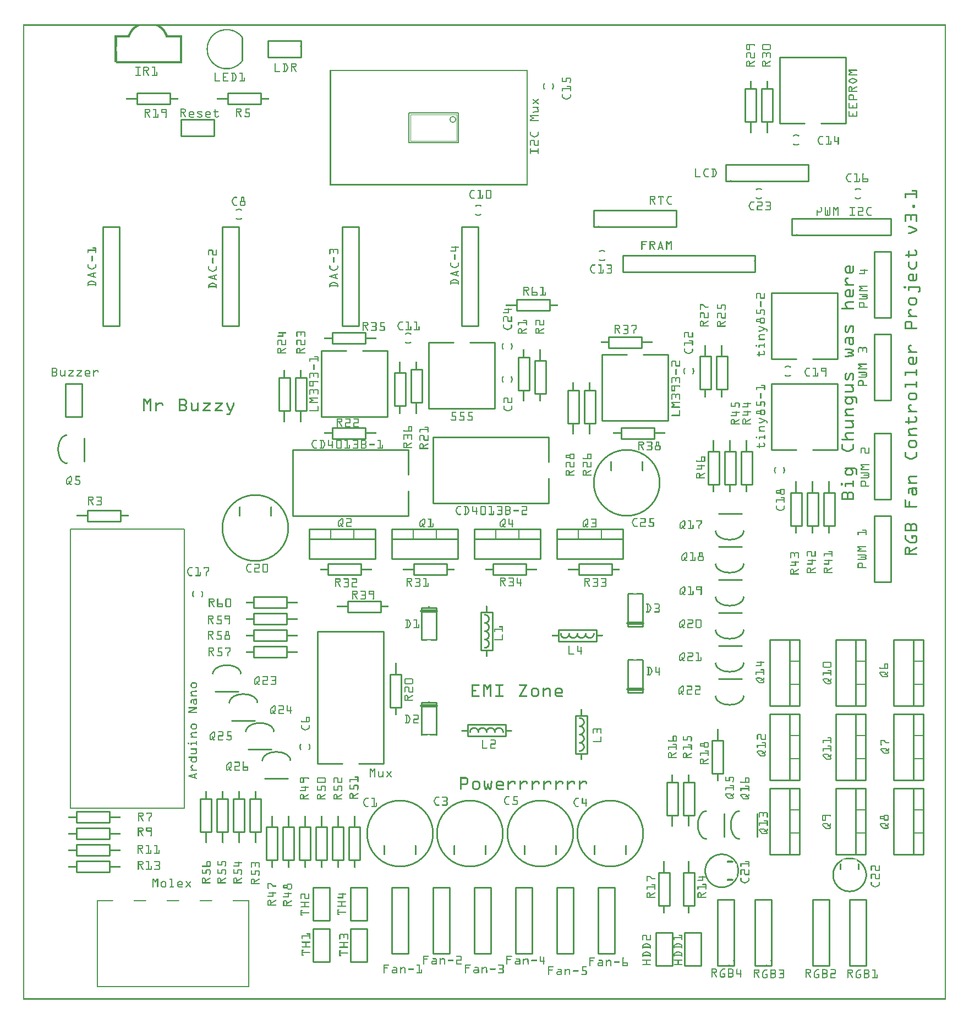
<source format=gto>
G04 MADE WITH FRITZING*
G04 WWW.FRITZING.ORG*
G04 DOUBLE SIDED*
G04 HOLES PLATED*
G04 CONTOUR ON CENTER OF CONTOUR VECTOR*
%ASAXBY*%
%FSLAX23Y23*%
%MOIN*%
%OFA0B0*%
%SFA1.0B1.0*%
%ADD10C,0.410000X0.39*%
%ADD11C,0.042000X0.03*%
%ADD12R,0.240000X0.080000X0.220000X0.060000*%
%ADD13C,0.010000*%
%ADD14R,0.080000X0.240000X0.060000X0.220000*%
%ADD15C,0.020000*%
%ADD16C,0.005000*%
%ADD17C,0.008000*%
%ADD18C,0.006000*%
%ADD19C,0.002000*%
%ADD20R,0.001000X0.001000*%
%LNSILK1*%
G90*
G70*
G54D10*
X2283Y1005D03*
X2708Y1005D03*
X3658Y3130D03*
X1408Y2855D03*
X3558Y1005D03*
X3133Y1005D03*
G54D11*
X2603Y5328D03*
G54D13*
X2693Y1665D02*
X2923Y1665D01*
X2923Y1595D01*
X2693Y1595D01*
X2693Y1665D01*
D02*
X3348Y1720D02*
X3418Y1720D01*
X3418Y1490D01*
X3348Y1490D01*
X3348Y1720D01*
D02*
X3243Y2240D02*
X3473Y2240D01*
X3473Y2170D01*
X3243Y2170D01*
X3243Y2240D01*
D02*
X2773Y2345D02*
X2843Y2345D01*
X2843Y2115D01*
X2773Y2115D01*
X2773Y2345D01*
D02*
X1375Y1015D02*
X1375Y1215D01*
D02*
X1375Y1215D02*
X1441Y1215D01*
D02*
X1441Y1215D02*
X1441Y1015D01*
D02*
X1441Y1015D02*
X1375Y1015D01*
D02*
X1275Y1015D02*
X1275Y1215D01*
D02*
X1275Y1215D02*
X1341Y1215D01*
D02*
X1341Y1215D02*
X1341Y1015D01*
D02*
X1341Y1015D02*
X1275Y1015D01*
D02*
X1175Y1015D02*
X1175Y1215D01*
D02*
X1175Y1215D02*
X1241Y1215D01*
D02*
X1241Y1215D02*
X1241Y1015D01*
D02*
X1241Y1015D02*
X1175Y1015D01*
D02*
X1075Y1015D02*
X1075Y1215D01*
D02*
X1075Y1215D02*
X1141Y1215D01*
D02*
X1141Y1215D02*
X1141Y1015D01*
D02*
X1141Y1015D02*
X1075Y1015D01*
D02*
X1598Y2072D02*
X1398Y2072D01*
D02*
X1398Y2072D02*
X1398Y2138D01*
D02*
X1398Y2138D02*
X1598Y2138D01*
D02*
X1598Y2138D02*
X1598Y2072D01*
D02*
X1598Y2172D02*
X1398Y2172D01*
D02*
X1398Y2172D02*
X1398Y2238D01*
D02*
X1398Y2238D02*
X1598Y2238D01*
D02*
X1598Y2238D02*
X1598Y2172D01*
D02*
X1598Y2272D02*
X1398Y2272D01*
D02*
X1398Y2272D02*
X1398Y2338D01*
D02*
X1398Y2338D02*
X1598Y2338D01*
D02*
X1598Y2338D02*
X1598Y2272D01*
D02*
X1598Y2372D02*
X1398Y2372D01*
D02*
X1398Y2372D02*
X1398Y2438D01*
D02*
X1398Y2438D02*
X1598Y2438D01*
D02*
X1598Y2438D02*
X1598Y2372D01*
D02*
X1603Y1341D02*
X1463Y1341D01*
D02*
X1503Y1516D02*
X1363Y1516D01*
D02*
X1403Y1691D02*
X1263Y1691D01*
D02*
X1303Y1866D02*
X1163Y1866D01*
D02*
X2992Y4238D02*
X3192Y4238D01*
D02*
X3192Y4238D02*
X3192Y4172D01*
D02*
X3192Y4172D02*
X2992Y4172D01*
D02*
X2992Y4172D02*
X2992Y4238D01*
D02*
X1941Y1046D02*
X1941Y846D01*
D02*
X1941Y846D02*
X1875Y846D01*
D02*
X1875Y846D02*
X1875Y1046D01*
D02*
X1875Y1046D02*
X1941Y1046D01*
D02*
X2041Y1046D02*
X2041Y846D01*
D02*
X2041Y846D02*
X1975Y846D01*
D02*
X1975Y846D02*
X1975Y1046D01*
D02*
X1975Y1046D02*
X2041Y1046D01*
D02*
X1841Y1046D02*
X1841Y846D01*
D02*
X1841Y846D02*
X1775Y846D01*
D02*
X1775Y846D02*
X1775Y1046D01*
D02*
X1775Y1046D02*
X1841Y1046D01*
D02*
X1741Y1046D02*
X1741Y846D01*
D02*
X1741Y846D02*
X1675Y846D01*
D02*
X1675Y846D02*
X1675Y1046D01*
D02*
X1675Y1046D02*
X1741Y1046D01*
D02*
X1641Y1046D02*
X1641Y846D01*
D02*
X1641Y846D02*
X1575Y846D01*
D02*
X1575Y846D02*
X1575Y1046D01*
D02*
X1575Y1046D02*
X1641Y1046D01*
D02*
X1541Y1046D02*
X1541Y846D01*
D02*
X1541Y846D02*
X1475Y846D01*
D02*
X1475Y846D02*
X1475Y1046D01*
D02*
X1475Y1046D02*
X1541Y1046D01*
D02*
X4213Y1944D02*
X4353Y1944D01*
D02*
X4213Y2144D02*
X4353Y2144D01*
D02*
X4213Y2344D02*
X4353Y2344D01*
D02*
X4213Y2544D02*
X4353Y2544D01*
D02*
X4213Y2744D02*
X4353Y2744D01*
D02*
X4213Y2944D02*
X4353Y2944D01*
D02*
X4216Y3321D02*
X4216Y3121D01*
D02*
X4216Y3121D02*
X4150Y3121D01*
D02*
X4150Y3121D02*
X4150Y3321D01*
D02*
X4150Y3321D02*
X4216Y3321D01*
D02*
X4316Y3321D02*
X4316Y3121D01*
D02*
X4316Y3121D02*
X4250Y3121D01*
D02*
X4250Y3121D02*
X4250Y3321D01*
D02*
X4250Y3321D02*
X4316Y3321D01*
D02*
X4416Y3321D02*
X4416Y3121D01*
D02*
X4416Y3121D02*
X4350Y3121D01*
D02*
X4350Y3121D02*
X4350Y3321D01*
D02*
X4350Y3321D02*
X4416Y3321D01*
D02*
X4716Y3071D02*
X4716Y2871D01*
D02*
X4716Y2871D02*
X4650Y2871D01*
D02*
X4650Y2871D02*
X4650Y3071D01*
D02*
X4650Y3071D02*
X4716Y3071D01*
D02*
X4816Y3071D02*
X4816Y2871D01*
D02*
X4816Y2871D02*
X4750Y2871D01*
D02*
X4750Y2871D02*
X4750Y3071D01*
D02*
X4750Y3071D02*
X4816Y3071D01*
D02*
X4916Y3071D02*
X4916Y2871D01*
D02*
X4916Y2871D02*
X4850Y2871D01*
D02*
X4850Y2871D02*
X4850Y3071D01*
D02*
X4850Y3071D02*
X4916Y3071D01*
D02*
X1158Y5330D02*
X958Y5330D01*
D02*
X958Y5330D02*
X958Y5230D01*
D02*
X958Y5230D02*
X1158Y5230D01*
D02*
X1158Y5230D02*
X1158Y5330D01*
D02*
X4475Y5315D02*
X4475Y5515D01*
D02*
X4475Y5515D02*
X4541Y5515D01*
D02*
X4541Y5515D02*
X4541Y5315D01*
D02*
X4541Y5315D02*
X4475Y5315D01*
D02*
X4375Y5315D02*
X4375Y5515D01*
D02*
X4375Y5515D02*
X4441Y5515D01*
D02*
X4441Y5515D02*
X4441Y5315D01*
D02*
X4441Y5315D02*
X4375Y5315D01*
D02*
X5158Y2930D02*
X5158Y2530D01*
D02*
X5158Y2530D02*
X5258Y2530D01*
D02*
X5258Y2530D02*
X5258Y2930D01*
D02*
X5258Y2930D02*
X5158Y2930D01*
D02*
X5158Y4030D02*
X5158Y3630D01*
D02*
X5158Y3630D02*
X5258Y3630D01*
D02*
X5258Y3630D02*
X5258Y4030D01*
D02*
X5258Y4030D02*
X5158Y4030D01*
D02*
X3663Y1861D02*
X3663Y2056D01*
D02*
X3753Y2056D02*
X3753Y1861D01*
D02*
X3753Y1861D02*
X3663Y1861D01*
G54D15*
D02*
X3753Y1881D02*
X3663Y1881D01*
G54D13*
D02*
X1983Y430D02*
X1983Y230D01*
D02*
X1983Y230D02*
X2083Y230D01*
D02*
X2083Y230D02*
X2083Y430D01*
D02*
X2083Y430D02*
X1983Y430D01*
D02*
X4703Y2180D02*
X4703Y1780D01*
D02*
X4703Y1780D02*
X4523Y1780D01*
D02*
X4523Y1780D02*
X4523Y2180D01*
D02*
X4523Y2180D02*
X4703Y2180D01*
D02*
X4703Y2180D02*
X4703Y1780D01*
D02*
X4703Y1780D02*
X4643Y1780D01*
D02*
X4643Y1780D02*
X4643Y2180D01*
D02*
X4643Y2180D02*
X4703Y2180D01*
G54D16*
D02*
X4703Y2050D02*
X4643Y2050D01*
D02*
X4703Y1910D02*
X4643Y1910D01*
G54D13*
D02*
X3483Y680D02*
X3483Y280D01*
D02*
X3483Y280D02*
X3583Y280D01*
D02*
X3583Y280D02*
X3583Y680D01*
D02*
X3583Y680D02*
X3483Y680D01*
D02*
X3300Y3490D02*
X3300Y3690D01*
D02*
X3300Y3690D02*
X3366Y3690D01*
D02*
X3366Y3690D02*
X3366Y3490D01*
D02*
X3366Y3490D02*
X3300Y3490D01*
D02*
X4703Y1730D02*
X4703Y1330D01*
D02*
X4703Y1330D02*
X4523Y1330D01*
D02*
X4523Y1330D02*
X4523Y1730D01*
D02*
X4523Y1730D02*
X4703Y1730D01*
D02*
X4703Y1730D02*
X4703Y1330D01*
D02*
X4703Y1330D02*
X4643Y1330D01*
D02*
X4643Y1330D02*
X4643Y1730D01*
D02*
X4643Y1730D02*
X4703Y1730D01*
G54D16*
D02*
X4703Y1600D02*
X4643Y1600D01*
D02*
X4703Y1460D02*
X4643Y1460D01*
G54D13*
D02*
X5453Y1730D02*
X5453Y1330D01*
D02*
X5453Y1330D02*
X5273Y1330D01*
D02*
X5273Y1330D02*
X5273Y1730D01*
D02*
X5273Y1730D02*
X5453Y1730D01*
D02*
X5453Y1730D02*
X5453Y1330D01*
D02*
X5453Y1330D02*
X5393Y1330D01*
D02*
X5393Y1330D02*
X5393Y1730D01*
D02*
X5393Y1730D02*
X5453Y1730D01*
G54D16*
D02*
X5453Y1600D02*
X5393Y1600D01*
D02*
X5453Y1460D02*
X5393Y1460D01*
G54D13*
D02*
X4658Y4630D02*
X5258Y4630D01*
D02*
X5258Y4630D02*
X5258Y4730D01*
D02*
X5258Y4730D02*
X4658Y4730D01*
D02*
X4658Y4730D02*
X4658Y4630D01*
D02*
X5158Y4530D02*
X5158Y4130D01*
D02*
X5158Y4130D02*
X5258Y4130D01*
D02*
X5258Y4130D02*
X5258Y4530D01*
D02*
X5258Y4530D02*
X5158Y4530D01*
D02*
X1733Y2850D02*
X2133Y2850D01*
D02*
X2133Y2850D02*
X2133Y2670D01*
D02*
X2133Y2670D02*
X1733Y2670D01*
D02*
X1733Y2670D02*
X1733Y2850D01*
D02*
X1733Y2850D02*
X2133Y2850D01*
D02*
X2133Y2850D02*
X2133Y2790D01*
D02*
X2133Y2790D02*
X1733Y2790D01*
D02*
X1733Y2790D02*
X1733Y2850D01*
G54D16*
D02*
X1863Y2850D02*
X1863Y2790D01*
D02*
X2003Y2850D02*
X2003Y2790D01*
G54D13*
D02*
X4247Y1125D02*
X4247Y985D01*
D02*
X5453Y1280D02*
X5453Y880D01*
D02*
X5453Y880D02*
X5273Y880D01*
D02*
X5273Y880D02*
X5273Y1280D01*
D02*
X5273Y1280D02*
X5453Y1280D01*
D02*
X5453Y1280D02*
X5453Y880D01*
D02*
X5453Y880D02*
X5393Y880D01*
D02*
X5393Y880D02*
X5393Y1280D01*
D02*
X5393Y1280D02*
X5453Y1280D01*
G54D16*
D02*
X5453Y1150D02*
X5393Y1150D01*
D02*
X5453Y1010D02*
X5393Y1010D01*
G54D13*
D02*
X2503Y2374D02*
X2503Y2179D01*
D02*
X2413Y2179D02*
X2413Y2374D01*
D02*
X2413Y2374D02*
X2503Y2374D01*
G54D15*
D02*
X2413Y2354D02*
X2503Y2354D01*
G54D13*
D02*
X5103Y1280D02*
X5103Y880D01*
D02*
X5103Y880D02*
X4923Y880D01*
D02*
X4923Y880D02*
X4923Y1280D01*
D02*
X4923Y1280D02*
X5103Y1280D01*
D02*
X5103Y1280D02*
X5103Y880D01*
D02*
X5103Y880D02*
X5043Y880D01*
D02*
X5043Y880D02*
X5043Y1280D01*
D02*
X5043Y1280D02*
X5103Y1280D01*
G54D16*
D02*
X5103Y1150D02*
X5043Y1150D01*
D02*
X5103Y1010D02*
X5043Y1010D01*
G54D13*
D02*
X1683Y5805D02*
X1483Y5805D01*
D02*
X1483Y5805D02*
X1483Y5705D01*
D02*
X1483Y5705D02*
X1683Y5705D01*
D02*
X1683Y5705D02*
X1683Y5805D01*
D02*
X3900Y1115D02*
X3900Y1315D01*
D02*
X3900Y1315D02*
X3966Y1315D01*
D02*
X3966Y1315D02*
X3966Y1115D01*
D02*
X3966Y1115D02*
X3900Y1115D01*
D02*
X5103Y1730D02*
X5103Y1330D01*
D02*
X5103Y1330D02*
X4923Y1330D01*
D02*
X4923Y1330D02*
X4923Y1730D01*
D02*
X4923Y1730D02*
X5103Y1730D01*
D02*
X5103Y1730D02*
X5103Y1330D01*
D02*
X5103Y1330D02*
X5043Y1330D01*
D02*
X5043Y1330D02*
X5043Y1730D01*
D02*
X5043Y1730D02*
X5103Y1730D01*
G54D16*
D02*
X5103Y1600D02*
X5043Y1600D01*
D02*
X5103Y1460D02*
X5043Y1460D01*
G54D17*
D02*
X1366Y80D02*
X450Y80D01*
G54D13*
D02*
X4008Y405D02*
X4008Y205D01*
D02*
X4008Y205D02*
X4108Y205D01*
D02*
X4108Y205D02*
X4108Y405D01*
D02*
X4108Y405D02*
X4008Y405D01*
D02*
X5103Y2180D02*
X5103Y1780D01*
D02*
X5103Y1780D02*
X4923Y1780D01*
D02*
X4923Y1780D02*
X4923Y2180D01*
D02*
X4923Y2180D02*
X5103Y2180D01*
D02*
X5103Y2180D02*
X5103Y1780D01*
D02*
X5103Y1780D02*
X5043Y1780D01*
D02*
X5043Y1780D02*
X5043Y2180D01*
D02*
X5043Y2180D02*
X5103Y2180D01*
G54D16*
D02*
X5103Y2050D02*
X5043Y2050D01*
D02*
X5103Y1910D02*
X5043Y1910D01*
G54D13*
D02*
X1758Y430D02*
X1758Y230D01*
D02*
X1758Y230D02*
X1858Y230D01*
D02*
X1858Y230D02*
X1858Y430D01*
D02*
X1858Y430D02*
X1758Y430D01*
D02*
X5453Y2180D02*
X5453Y1780D01*
D02*
X5453Y1780D02*
X5273Y1780D01*
D02*
X5273Y1780D02*
X5273Y2180D01*
D02*
X5273Y2180D02*
X5453Y2180D01*
D02*
X5453Y2180D02*
X5453Y1780D01*
D02*
X5453Y1780D02*
X5393Y1780D01*
D02*
X5393Y1780D02*
X5393Y2180D01*
D02*
X5393Y2180D02*
X5453Y2180D01*
G54D16*
D02*
X5453Y2050D02*
X5393Y2050D01*
D02*
X5453Y1910D02*
X5393Y1910D01*
G54D13*
D02*
X4258Y4955D02*
X4758Y4955D01*
D02*
X4758Y4955D02*
X4758Y5055D01*
D02*
X4758Y5055D02*
X4258Y5055D01*
D02*
X4258Y5055D02*
X4258Y4955D01*
D02*
X2733Y680D02*
X2733Y280D01*
D02*
X2733Y280D02*
X2833Y280D01*
D02*
X2833Y280D02*
X2833Y680D01*
D02*
X2833Y680D02*
X2733Y680D01*
D02*
X2483Y680D02*
X2483Y280D01*
D02*
X2483Y280D02*
X2583Y280D01*
D02*
X2583Y280D02*
X2583Y680D01*
D02*
X2583Y680D02*
X2483Y680D01*
D02*
X3400Y3490D02*
X3400Y3690D01*
D02*
X3400Y3690D02*
X3466Y3690D01*
D02*
X3466Y3690D02*
X3466Y3490D01*
D02*
X3466Y3490D02*
X3400Y3490D01*
D02*
X1758Y680D02*
X1758Y480D01*
D02*
X1758Y480D02*
X1858Y480D01*
D02*
X1858Y480D02*
X1858Y680D01*
D02*
X1858Y680D02*
X1758Y680D01*
D02*
X5008Y605D02*
X5008Y205D01*
D02*
X5008Y205D02*
X5108Y205D01*
D02*
X5108Y205D02*
X5108Y605D01*
D02*
X5108Y605D02*
X5008Y605D01*
D02*
X3000Y3690D02*
X3000Y3890D01*
D02*
X3000Y3890D02*
X3066Y3890D01*
D02*
X3066Y3890D02*
X3066Y3690D01*
D02*
X3066Y3690D02*
X3000Y3690D01*
D02*
X1550Y3565D02*
X1550Y3765D01*
D02*
X1550Y3765D02*
X1616Y3765D01*
D02*
X1616Y3765D02*
X1616Y3565D01*
D02*
X1616Y3565D02*
X1550Y3565D01*
D02*
X2658Y4680D02*
X2658Y4080D01*
D02*
X2658Y4080D02*
X2758Y4080D01*
D02*
X2758Y4080D02*
X2758Y4680D01*
D02*
X2758Y4680D02*
X2658Y4680D01*
D02*
X2333Y3330D02*
X1633Y3330D01*
D02*
X1633Y3330D02*
X1633Y2930D01*
D02*
X1633Y2930D02*
X2333Y2930D01*
D02*
X2333Y3330D02*
X2333Y3180D01*
D02*
X2333Y3080D02*
X2333Y2930D01*
D02*
X1983Y680D02*
X1983Y480D01*
D02*
X1983Y480D02*
X2083Y480D01*
D02*
X2083Y480D02*
X2083Y680D01*
D02*
X2083Y680D02*
X1983Y680D01*
D02*
X2073Y3397D02*
X1873Y3397D01*
D02*
X1873Y3397D02*
X1873Y3463D01*
D02*
X1873Y3463D02*
X2073Y3463D01*
D02*
X2073Y3463D02*
X2073Y3397D01*
D02*
X2983Y680D02*
X2983Y280D01*
D02*
X2983Y280D02*
X3083Y280D01*
D02*
X3083Y280D02*
X3083Y680D01*
D02*
X3083Y680D02*
X2983Y680D01*
D02*
X4166Y3896D02*
X4166Y3696D01*
D02*
X4166Y3696D02*
X4100Y3696D01*
D02*
X4100Y3696D02*
X4100Y3896D01*
D02*
X4100Y3896D02*
X4166Y3896D01*
D02*
X4533Y205D02*
X4533Y605D01*
D02*
X4533Y605D02*
X4433Y605D01*
D02*
X4433Y605D02*
X4433Y205D01*
D02*
X4433Y205D02*
X4533Y205D01*
D02*
X523Y872D02*
X323Y872D01*
D02*
X323Y872D02*
X323Y938D01*
D02*
X323Y938D02*
X523Y938D01*
D02*
X523Y938D02*
X523Y872D01*
D02*
X4241Y1571D02*
X4241Y1371D01*
D02*
X4241Y1371D02*
X4175Y1371D01*
D02*
X4175Y1371D02*
X4175Y1571D01*
D02*
X4175Y1571D02*
X4241Y1571D01*
D02*
X483Y4680D02*
X483Y4080D01*
D02*
X483Y4080D02*
X583Y4080D01*
D02*
X583Y4080D02*
X583Y4680D01*
D02*
X583Y4680D02*
X483Y4680D01*
D02*
X4703Y1280D02*
X4703Y880D01*
D02*
X4703Y880D02*
X4523Y880D01*
D02*
X4523Y880D02*
X4523Y1280D01*
D02*
X4523Y1280D02*
X4703Y1280D01*
D02*
X4703Y1280D02*
X4703Y880D01*
D02*
X4703Y880D02*
X4643Y880D01*
D02*
X4643Y880D02*
X4643Y1280D01*
D02*
X4643Y1280D02*
X4703Y1280D01*
G54D16*
D02*
X4703Y1150D02*
X4643Y1150D01*
D02*
X4703Y1010D02*
X4643Y1010D01*
G54D13*
D02*
X392Y2963D02*
X592Y2963D01*
D02*
X592Y2963D02*
X592Y2897D01*
D02*
X592Y2897D02*
X392Y2897D01*
D02*
X392Y2897D02*
X392Y2963D01*
D02*
X2350Y3615D02*
X2350Y3815D01*
D02*
X2350Y3815D02*
X2416Y3815D01*
D02*
X2416Y3815D02*
X2416Y3615D01*
D02*
X2416Y3615D02*
X2350Y3615D01*
D02*
X4266Y3896D02*
X4266Y3696D01*
D02*
X4266Y3696D02*
X4200Y3696D01*
D02*
X4200Y3696D02*
X4200Y3896D01*
D02*
X4200Y3896D02*
X4266Y3896D01*
D02*
X2291Y1971D02*
X2291Y1771D01*
D02*
X2291Y1771D02*
X2225Y1771D01*
D02*
X2225Y1771D02*
X2225Y1971D01*
D02*
X2225Y1971D02*
X2291Y1971D01*
D02*
X1967Y2413D02*
X2167Y2413D01*
D02*
X2167Y2413D02*
X2167Y2347D01*
D02*
X2167Y2347D02*
X1967Y2347D01*
D02*
X1967Y2347D02*
X1967Y2413D01*
D02*
X3458Y4680D02*
X3958Y4680D01*
D02*
X3958Y4680D02*
X3958Y4780D01*
D02*
X3958Y4780D02*
X3458Y4780D01*
D02*
X3458Y4780D02*
X3458Y4680D01*
D02*
X1650Y3565D02*
X1650Y3765D01*
D02*
X1650Y3765D02*
X1716Y3765D01*
D02*
X1716Y3765D02*
X1716Y3565D01*
D02*
X1716Y3565D02*
X1650Y3565D01*
D02*
X692Y5488D02*
X892Y5488D01*
D02*
X892Y5488D02*
X892Y5422D01*
D02*
X892Y5422D02*
X692Y5422D01*
D02*
X692Y5422D02*
X692Y5488D01*
D02*
X4783Y605D02*
X4783Y205D01*
D02*
X4783Y205D02*
X4883Y205D01*
D02*
X4883Y205D02*
X4883Y605D01*
D02*
X4883Y605D02*
X4783Y605D01*
D02*
X5158Y3430D02*
X5158Y3030D01*
D02*
X5158Y3030D02*
X5258Y3030D01*
D02*
X5258Y3030D02*
X5258Y3430D01*
D02*
X5258Y3430D02*
X5158Y3430D01*
D02*
X3833Y405D02*
X3833Y205D01*
D02*
X3833Y205D02*
X3933Y205D01*
D02*
X3933Y205D02*
X3933Y405D01*
D02*
X3933Y405D02*
X3833Y405D01*
D02*
X3233Y680D02*
X3233Y280D01*
D02*
X3233Y280D02*
X3333Y280D01*
D02*
X3333Y280D02*
X3333Y680D01*
D02*
X3333Y680D02*
X3233Y680D01*
D02*
X4308Y205D02*
X4308Y605D01*
D02*
X4308Y605D02*
X4208Y605D01*
D02*
X4208Y605D02*
X4208Y205D01*
D02*
X4208Y205D02*
X4308Y205D01*
D02*
X2733Y2850D02*
X3133Y2850D01*
D02*
X3133Y2850D02*
X3133Y2670D01*
D02*
X3133Y2670D02*
X2733Y2670D01*
D02*
X2733Y2670D02*
X2733Y2850D01*
D02*
X2733Y2850D02*
X3133Y2850D01*
D02*
X3133Y2850D02*
X3133Y2790D01*
D02*
X3133Y2790D02*
X2733Y2790D01*
D02*
X2733Y2790D02*
X2733Y2850D01*
G54D16*
D02*
X2863Y2850D02*
X2863Y2790D01*
D02*
X3003Y2850D02*
X3003Y2790D01*
G54D13*
D02*
X3916Y771D02*
X3916Y571D01*
D02*
X3916Y571D02*
X3850Y571D01*
D02*
X3850Y571D02*
X3850Y771D01*
D02*
X3850Y771D02*
X3916Y771D01*
D02*
X4447Y1125D02*
X4447Y985D01*
D02*
X2503Y1799D02*
X2503Y1604D01*
D02*
X2413Y1604D02*
X2413Y1799D01*
D02*
X2413Y1799D02*
X2503Y1799D01*
G54D15*
D02*
X2413Y1779D02*
X2503Y1779D01*
G54D13*
D02*
X4000Y1115D02*
X4000Y1315D01*
D02*
X4000Y1315D02*
X4066Y1315D01*
D02*
X4066Y1315D02*
X4066Y1115D01*
D02*
X4066Y1115D02*
X4000Y1115D01*
D02*
X3663Y2261D02*
X3663Y2456D01*
D02*
X3753Y2456D02*
X3753Y2261D01*
D02*
X3753Y2261D02*
X3663Y2261D01*
G54D15*
D02*
X3753Y2281D02*
X3663Y2281D01*
G54D13*
D02*
X4066Y771D02*
X4066Y571D01*
D02*
X4066Y571D02*
X4000Y571D01*
D02*
X4000Y571D02*
X4000Y771D01*
D02*
X4000Y771D02*
X4066Y771D01*
D02*
X1933Y4680D02*
X1933Y4080D01*
D02*
X1933Y4080D02*
X2033Y4080D01*
D02*
X2033Y4080D02*
X2033Y4680D01*
D02*
X2033Y4680D02*
X1933Y4680D01*
D02*
X3183Y3405D02*
X2483Y3405D01*
D02*
X2483Y3405D02*
X2483Y3005D01*
D02*
X2483Y3005D02*
X3183Y3005D01*
D02*
X3183Y3405D02*
X3183Y3255D01*
D02*
X3183Y3155D02*
X3183Y3005D01*
D02*
X1208Y4680D02*
X1208Y4080D01*
D02*
X1208Y4080D02*
X1308Y4080D01*
D02*
X1308Y4080D02*
X1308Y4680D01*
D02*
X1308Y4680D02*
X1208Y4680D01*
D02*
X3233Y2850D02*
X3633Y2850D01*
D02*
X3633Y2850D02*
X3633Y2670D01*
D02*
X3633Y2670D02*
X3233Y2670D01*
D02*
X3233Y2670D02*
X3233Y2850D01*
D02*
X3233Y2850D02*
X3633Y2850D01*
D02*
X3633Y2850D02*
X3633Y2790D01*
D02*
X3633Y2790D02*
X3233Y2790D01*
D02*
X3233Y2790D02*
X3233Y2850D01*
G54D16*
D02*
X3363Y2850D02*
X3363Y2790D01*
D02*
X3503Y2850D02*
X3503Y2790D01*
G54D13*
D02*
X3508Y3905D02*
X3508Y3505D01*
D02*
X3508Y3505D02*
X3908Y3505D01*
D02*
X3908Y3505D02*
X3908Y3905D01*
D02*
X3508Y3905D02*
X3658Y3905D01*
D02*
X3758Y3905D02*
X3908Y3905D01*
D02*
X1808Y3930D02*
X1808Y3530D01*
D02*
X1808Y3530D02*
X2208Y3530D01*
D02*
X2208Y3530D02*
X2208Y3930D01*
D02*
X1808Y3930D02*
X1958Y3930D01*
D02*
X2058Y3930D02*
X2208Y3930D01*
D02*
X3166Y3871D02*
X3166Y3671D01*
D02*
X3166Y3671D02*
X3100Y3671D01*
D02*
X3100Y3671D02*
X3100Y3871D01*
D02*
X3100Y3871D02*
X3166Y3871D01*
D02*
X2458Y3980D02*
X2458Y3580D01*
D02*
X2458Y3580D02*
X2858Y3580D01*
D02*
X2858Y3580D02*
X2858Y3980D01*
D02*
X2458Y3980D02*
X2608Y3980D01*
D02*
X2708Y3980D02*
X2858Y3980D01*
D02*
X2233Y2850D02*
X2633Y2850D01*
D02*
X2633Y2850D02*
X2633Y2670D01*
D02*
X2633Y2670D02*
X2233Y2670D01*
D02*
X2233Y2670D02*
X2233Y2850D01*
D02*
X2233Y2850D02*
X2633Y2850D01*
D02*
X2633Y2850D02*
X2633Y2790D01*
D02*
X2633Y2790D02*
X2233Y2790D01*
D02*
X2233Y2790D02*
X2233Y2850D01*
G54D16*
D02*
X2363Y2850D02*
X2363Y2790D01*
D02*
X2503Y2850D02*
X2503Y2790D01*
G54D13*
D02*
X2233Y680D02*
X2233Y280D01*
D02*
X2233Y280D02*
X2333Y280D01*
D02*
X2333Y280D02*
X2333Y680D01*
D02*
X2333Y680D02*
X2233Y680D01*
D02*
X523Y1072D02*
X323Y1072D01*
D02*
X323Y1072D02*
X323Y1138D01*
D02*
X323Y1138D02*
X523Y1138D01*
D02*
X523Y1138D02*
X523Y1072D01*
D02*
X4933Y3330D02*
X4933Y3730D01*
D02*
X4933Y3730D02*
X4533Y3730D01*
D02*
X4533Y3730D02*
X4533Y3330D01*
D02*
X4933Y3330D02*
X4783Y3330D01*
D02*
X4683Y3330D02*
X4533Y3330D01*
D02*
X523Y972D02*
X323Y972D01*
D02*
X323Y972D02*
X323Y1038D01*
D02*
X323Y1038D02*
X523Y1038D01*
D02*
X523Y1038D02*
X523Y972D01*
D02*
X4933Y3880D02*
X4933Y4280D01*
D02*
X4933Y4280D02*
X4533Y4280D01*
D02*
X4533Y4280D02*
X4533Y3880D01*
D02*
X4933Y3880D02*
X4783Y3880D01*
D02*
X4683Y3880D02*
X4533Y3880D01*
D02*
X523Y772D02*
X323Y772D01*
D02*
X323Y772D02*
X323Y838D01*
D02*
X323Y838D02*
X523Y838D01*
D02*
X523Y838D02*
X523Y772D01*
D02*
X1242Y5488D02*
X1442Y5488D01*
D02*
X1442Y5488D02*
X1442Y5422D01*
D02*
X1442Y5422D02*
X1242Y5422D01*
D02*
X1242Y5422D02*
X1242Y5488D01*
G54D18*
D02*
X2638Y5370D02*
X2338Y5370D01*
D02*
X2338Y5190D02*
X2338Y5370D01*
D02*
X2338Y5190D02*
X2638Y5190D01*
D02*
X2638Y5370D02*
X2638Y5190D01*
G54D19*
D02*
X2629Y5361D02*
X2347Y5361D01*
D02*
X2347Y5199D02*
X2347Y5361D01*
D02*
X2347Y5199D02*
X2629Y5199D01*
D02*
X2629Y5361D02*
X2629Y5199D01*
G54D13*
D02*
X372Y3400D02*
X372Y3260D01*
D02*
X4433Y4505D02*
X3633Y4505D01*
D02*
X3633Y4505D02*
X3633Y4405D01*
D02*
X3633Y4405D02*
X4433Y4405D01*
D02*
X4433Y4405D02*
X4433Y4505D01*
D02*
X2183Y1430D02*
X2183Y2230D01*
D02*
X2183Y2230D02*
X1783Y2230D01*
D02*
X1783Y2230D02*
X1783Y1430D01*
D02*
X2183Y1430D02*
X2033Y1430D01*
D02*
X1933Y1430D02*
X1783Y1430D01*
D02*
X258Y3730D02*
X258Y3530D01*
D02*
X258Y3530D02*
X358Y3530D01*
D02*
X358Y3530D02*
X358Y3730D01*
D02*
X358Y3730D02*
X258Y3730D01*
D02*
X4983Y5305D02*
X4983Y5705D01*
D02*
X4983Y5705D02*
X4583Y5705D01*
D02*
X4583Y5705D02*
X4583Y5305D01*
D02*
X4983Y5305D02*
X4833Y5305D01*
D02*
X4733Y5305D02*
X4583Y5305D01*
D02*
X3048Y2572D02*
X2848Y2572D01*
D02*
X2848Y2572D02*
X2848Y2638D01*
D02*
X2848Y2638D02*
X3048Y2638D01*
D02*
X3048Y2638D02*
X3048Y2572D01*
D02*
X3367Y2638D02*
X3567Y2638D01*
D02*
X3567Y2638D02*
X3567Y2572D01*
D02*
X3567Y2572D02*
X3367Y2572D01*
D02*
X3367Y2572D02*
X3367Y2638D01*
D02*
X2048Y2572D02*
X1848Y2572D01*
D02*
X1848Y2572D02*
X1848Y2638D01*
D02*
X1848Y2638D02*
X2048Y2638D01*
D02*
X2048Y2638D02*
X2048Y2572D01*
D02*
X2367Y2638D02*
X2567Y2638D01*
D02*
X2567Y2638D02*
X2567Y2572D01*
D02*
X2567Y2572D02*
X2367Y2572D01*
D02*
X2367Y2572D02*
X2367Y2638D01*
D02*
X2073Y3972D02*
X1873Y3972D01*
D02*
X1873Y3972D02*
X1873Y4038D01*
D02*
X1873Y4038D02*
X2073Y4038D01*
D02*
X2073Y4038D02*
X2073Y3972D01*
D02*
X3823Y3397D02*
X3623Y3397D01*
D02*
X3623Y3397D02*
X3623Y3463D01*
D02*
X3623Y3463D02*
X3823Y3463D01*
D02*
X3823Y3463D02*
X3823Y3397D01*
D02*
X2316Y3796D02*
X2316Y3596D01*
D02*
X2316Y3596D02*
X2250Y3596D01*
D02*
X2250Y3596D02*
X2250Y3796D01*
D02*
X2250Y3796D02*
X2316Y3796D01*
D02*
X3748Y3947D02*
X3548Y3947D01*
D02*
X3548Y3947D02*
X3548Y4013D01*
D02*
X3548Y4013D02*
X3748Y4013D01*
D02*
X3748Y4013D02*
X3748Y3947D01*
X2688Y1630D02*
X2658Y1630D01*
D02*
X2928Y1630D02*
X2958Y1630D01*
D02*
G54D17*
X287Y1159D02*
X979Y1159D01*
X979Y2851D01*
X287Y2851D01*
X287Y1159D01*
D02*
G54D20*
X1Y5905D02*
X5590Y5905D01*
X1Y5904D02*
X5590Y5904D01*
X1Y5903D02*
X5590Y5903D01*
X1Y5902D02*
X5590Y5902D01*
X1Y5901D02*
X5590Y5901D01*
X1Y5900D02*
X5590Y5900D01*
X1Y5899D02*
X5590Y5899D01*
X1Y5898D02*
X5590Y5898D01*
X1Y5897D02*
X8Y5897D01*
X680Y5897D02*
X708Y5897D01*
X804Y5897D02*
X832Y5897D01*
X5583Y5897D02*
X5590Y5897D01*
X1Y5896D02*
X8Y5896D01*
X679Y5896D02*
X706Y5896D01*
X806Y5896D02*
X833Y5896D01*
X5583Y5896D02*
X5590Y5896D01*
X1Y5895D02*
X8Y5895D01*
X677Y5895D02*
X704Y5895D01*
X808Y5895D02*
X835Y5895D01*
X5583Y5895D02*
X5590Y5895D01*
X1Y5894D02*
X8Y5894D01*
X676Y5894D02*
X701Y5894D01*
X811Y5894D02*
X836Y5894D01*
X5583Y5894D02*
X5590Y5894D01*
X1Y5893D02*
X8Y5893D01*
X675Y5893D02*
X699Y5893D01*
X813Y5893D02*
X837Y5893D01*
X5583Y5893D02*
X5590Y5893D01*
X1Y5892D02*
X8Y5892D01*
X673Y5892D02*
X697Y5892D01*
X815Y5892D02*
X839Y5892D01*
X5583Y5892D02*
X5590Y5892D01*
X1Y5891D02*
X8Y5891D01*
X672Y5891D02*
X696Y5891D01*
X817Y5891D02*
X840Y5891D01*
X5583Y5891D02*
X5590Y5891D01*
X1Y5890D02*
X8Y5890D01*
X671Y5890D02*
X694Y5890D01*
X818Y5890D02*
X841Y5890D01*
X5583Y5890D02*
X5590Y5890D01*
X1Y5889D02*
X8Y5889D01*
X670Y5889D02*
X692Y5889D01*
X820Y5889D02*
X842Y5889D01*
X5583Y5889D02*
X5590Y5889D01*
X1Y5888D02*
X8Y5888D01*
X669Y5888D02*
X691Y5888D01*
X822Y5888D02*
X843Y5888D01*
X5583Y5888D02*
X5590Y5888D01*
X1Y5887D02*
X8Y5887D01*
X668Y5887D02*
X689Y5887D01*
X823Y5887D02*
X844Y5887D01*
X5583Y5887D02*
X5590Y5887D01*
X1Y5886D02*
X8Y5886D01*
X667Y5886D02*
X688Y5886D01*
X825Y5886D02*
X845Y5886D01*
X5583Y5886D02*
X5590Y5886D01*
X1Y5885D02*
X8Y5885D01*
X666Y5885D02*
X686Y5885D01*
X826Y5885D02*
X847Y5885D01*
X5583Y5885D02*
X5590Y5885D01*
X1Y5884D02*
X8Y5884D01*
X665Y5884D02*
X685Y5884D01*
X827Y5884D02*
X847Y5884D01*
X5583Y5884D02*
X5590Y5884D01*
X1Y5883D02*
X8Y5883D01*
X664Y5883D02*
X683Y5883D01*
X829Y5883D02*
X848Y5883D01*
X5583Y5883D02*
X5590Y5883D01*
X1Y5882D02*
X8Y5882D01*
X663Y5882D02*
X682Y5882D01*
X830Y5882D02*
X849Y5882D01*
X5583Y5882D02*
X5590Y5882D01*
X1Y5881D02*
X8Y5881D01*
X662Y5881D02*
X681Y5881D01*
X831Y5881D02*
X850Y5881D01*
X5583Y5881D02*
X5590Y5881D01*
X1Y5880D02*
X8Y5880D01*
X661Y5880D02*
X680Y5880D01*
X832Y5880D02*
X851Y5880D01*
X5583Y5880D02*
X5590Y5880D01*
X1Y5879D02*
X8Y5879D01*
X660Y5879D02*
X679Y5879D01*
X833Y5879D02*
X852Y5879D01*
X5583Y5879D02*
X5590Y5879D01*
X1Y5878D02*
X8Y5878D01*
X659Y5878D02*
X677Y5878D01*
X835Y5878D02*
X853Y5878D01*
X5583Y5878D02*
X5590Y5878D01*
X1Y5877D02*
X8Y5877D01*
X658Y5877D02*
X676Y5877D01*
X836Y5877D02*
X854Y5877D01*
X1227Y5877D02*
X1241Y5877D01*
X5583Y5877D02*
X5590Y5877D01*
X1Y5876D02*
X8Y5876D01*
X657Y5876D02*
X675Y5876D01*
X837Y5876D02*
X855Y5876D01*
X1217Y5876D02*
X1251Y5876D01*
X5583Y5876D02*
X5590Y5876D01*
X1Y5875D02*
X8Y5875D01*
X656Y5875D02*
X674Y5875D01*
X838Y5875D02*
X856Y5875D01*
X1211Y5875D02*
X1257Y5875D01*
X5583Y5875D02*
X5590Y5875D01*
X1Y5874D02*
X8Y5874D01*
X656Y5874D02*
X673Y5874D01*
X839Y5874D02*
X856Y5874D01*
X1206Y5874D02*
X1261Y5874D01*
X5583Y5874D02*
X5590Y5874D01*
X1Y5873D02*
X8Y5873D01*
X655Y5873D02*
X672Y5873D01*
X840Y5873D02*
X857Y5873D01*
X1202Y5873D02*
X1265Y5873D01*
X5583Y5873D02*
X5590Y5873D01*
X1Y5872D02*
X8Y5872D01*
X654Y5872D02*
X671Y5872D01*
X841Y5872D02*
X858Y5872D01*
X1199Y5872D02*
X1269Y5872D01*
X5583Y5872D02*
X5590Y5872D01*
X1Y5871D02*
X8Y5871D01*
X653Y5871D02*
X670Y5871D01*
X842Y5871D02*
X859Y5871D01*
X1196Y5871D02*
X1272Y5871D01*
X5583Y5871D02*
X5590Y5871D01*
X1Y5870D02*
X8Y5870D01*
X653Y5870D02*
X669Y5870D01*
X843Y5870D02*
X860Y5870D01*
X1193Y5870D02*
X1275Y5870D01*
X5583Y5870D02*
X5590Y5870D01*
X1Y5869D02*
X8Y5869D01*
X652Y5869D02*
X669Y5869D01*
X844Y5869D02*
X860Y5869D01*
X1190Y5869D02*
X1224Y5869D01*
X1245Y5869D02*
X1277Y5869D01*
X5583Y5869D02*
X5590Y5869D01*
X1Y5868D02*
X8Y5868D01*
X651Y5868D02*
X668Y5868D01*
X844Y5868D02*
X861Y5868D01*
X1188Y5868D02*
X1216Y5868D01*
X1253Y5868D02*
X1280Y5868D01*
X5583Y5868D02*
X5590Y5868D01*
X1Y5867D02*
X8Y5867D01*
X650Y5867D02*
X667Y5867D01*
X845Y5867D02*
X862Y5867D01*
X1185Y5867D02*
X1210Y5867D01*
X1258Y5867D02*
X1282Y5867D01*
X5583Y5867D02*
X5590Y5867D01*
X1Y5866D02*
X8Y5866D01*
X650Y5866D02*
X666Y5866D01*
X846Y5866D02*
X862Y5866D01*
X1183Y5866D02*
X1206Y5866D01*
X1262Y5866D02*
X1284Y5866D01*
X5583Y5866D02*
X5590Y5866D01*
X1Y5865D02*
X8Y5865D01*
X649Y5865D02*
X665Y5865D01*
X847Y5865D02*
X863Y5865D01*
X1181Y5865D02*
X1202Y5865D01*
X1266Y5865D02*
X1287Y5865D01*
X5583Y5865D02*
X5590Y5865D01*
X1Y5864D02*
X8Y5864D01*
X648Y5864D02*
X664Y5864D01*
X848Y5864D02*
X864Y5864D01*
X1179Y5864D02*
X1199Y5864D01*
X1269Y5864D02*
X1289Y5864D01*
X5583Y5864D02*
X5590Y5864D01*
X1Y5863D02*
X8Y5863D01*
X648Y5863D02*
X664Y5863D01*
X848Y5863D02*
X864Y5863D01*
X1177Y5863D02*
X1195Y5863D01*
X1272Y5863D02*
X1291Y5863D01*
X5583Y5863D02*
X5590Y5863D01*
X1Y5862D02*
X8Y5862D01*
X647Y5862D02*
X663Y5862D01*
X849Y5862D02*
X865Y5862D01*
X1175Y5862D02*
X1193Y5862D01*
X1275Y5862D02*
X1292Y5862D01*
X5583Y5862D02*
X5590Y5862D01*
X1Y5861D02*
X8Y5861D01*
X647Y5861D02*
X662Y5861D01*
X850Y5861D02*
X865Y5861D01*
X1174Y5861D02*
X1190Y5861D01*
X1278Y5861D02*
X1294Y5861D01*
X5583Y5861D02*
X5590Y5861D01*
X1Y5860D02*
X8Y5860D01*
X646Y5860D02*
X661Y5860D01*
X851Y5860D02*
X866Y5860D01*
X1172Y5860D02*
X1188Y5860D01*
X1280Y5860D02*
X1296Y5860D01*
X5583Y5860D02*
X5590Y5860D01*
X1Y5859D02*
X8Y5859D01*
X645Y5859D02*
X661Y5859D01*
X851Y5859D02*
X867Y5859D01*
X1170Y5859D02*
X1185Y5859D01*
X1282Y5859D02*
X1298Y5859D01*
X5583Y5859D02*
X5590Y5859D01*
X1Y5858D02*
X8Y5858D01*
X645Y5858D02*
X660Y5858D01*
X852Y5858D02*
X867Y5858D01*
X1169Y5858D02*
X1183Y5858D01*
X1284Y5858D02*
X1299Y5858D01*
X5583Y5858D02*
X5590Y5858D01*
X1Y5857D02*
X8Y5857D01*
X644Y5857D02*
X659Y5857D01*
X853Y5857D02*
X868Y5857D01*
X1167Y5857D02*
X1181Y5857D01*
X1286Y5857D02*
X1301Y5857D01*
X5583Y5857D02*
X5590Y5857D01*
X1Y5856D02*
X8Y5856D01*
X644Y5856D02*
X659Y5856D01*
X853Y5856D02*
X868Y5856D01*
X1166Y5856D02*
X1179Y5856D01*
X1288Y5856D02*
X1302Y5856D01*
X5583Y5856D02*
X5590Y5856D01*
X1Y5855D02*
X8Y5855D01*
X643Y5855D02*
X658Y5855D01*
X854Y5855D02*
X869Y5855D01*
X1164Y5855D02*
X1178Y5855D01*
X1290Y5855D02*
X1304Y5855D01*
X5583Y5855D02*
X5590Y5855D01*
X1Y5854D02*
X8Y5854D01*
X643Y5854D02*
X658Y5854D01*
X855Y5854D02*
X869Y5854D01*
X1163Y5854D02*
X1176Y5854D01*
X1292Y5854D02*
X1305Y5854D01*
X5583Y5854D02*
X5590Y5854D01*
X1Y5853D02*
X8Y5853D01*
X642Y5853D02*
X657Y5853D01*
X855Y5853D02*
X870Y5853D01*
X1161Y5853D02*
X1174Y5853D01*
X1293Y5853D02*
X1306Y5853D01*
X5583Y5853D02*
X5590Y5853D01*
X1Y5852D02*
X8Y5852D01*
X642Y5852D02*
X656Y5852D01*
X856Y5852D02*
X870Y5852D01*
X1160Y5852D02*
X1173Y5852D01*
X1295Y5852D02*
X1308Y5852D01*
X5583Y5852D02*
X5590Y5852D01*
X1Y5851D02*
X8Y5851D01*
X641Y5851D02*
X656Y5851D01*
X856Y5851D02*
X871Y5851D01*
X1159Y5851D02*
X1171Y5851D01*
X1296Y5851D02*
X1309Y5851D01*
X5583Y5851D02*
X5590Y5851D01*
X1Y5850D02*
X8Y5850D01*
X641Y5850D02*
X655Y5850D01*
X857Y5850D02*
X871Y5850D01*
X1157Y5850D02*
X1170Y5850D01*
X1298Y5850D02*
X1310Y5850D01*
X5583Y5850D02*
X5590Y5850D01*
X1Y5849D02*
X8Y5849D01*
X640Y5849D02*
X655Y5849D01*
X857Y5849D02*
X872Y5849D01*
X1156Y5849D02*
X1168Y5849D01*
X1299Y5849D02*
X1311Y5849D01*
X5583Y5849D02*
X5590Y5849D01*
X1Y5848D02*
X8Y5848D01*
X640Y5848D02*
X654Y5848D01*
X858Y5848D02*
X872Y5848D01*
X1155Y5848D02*
X1167Y5848D01*
X1301Y5848D02*
X1313Y5848D01*
X5583Y5848D02*
X5590Y5848D01*
X1Y5847D02*
X8Y5847D01*
X639Y5847D02*
X654Y5847D01*
X858Y5847D02*
X873Y5847D01*
X1154Y5847D02*
X1165Y5847D01*
X1302Y5847D02*
X1314Y5847D01*
X5583Y5847D02*
X5590Y5847D01*
X1Y5846D02*
X8Y5846D01*
X639Y5846D02*
X653Y5846D01*
X859Y5846D02*
X873Y5846D01*
X1153Y5846D02*
X1164Y5846D01*
X1304Y5846D02*
X1315Y5846D01*
X5583Y5846D02*
X5590Y5846D01*
X1Y5845D02*
X8Y5845D01*
X638Y5845D02*
X653Y5845D01*
X859Y5845D02*
X874Y5845D01*
X1152Y5845D02*
X1163Y5845D01*
X1305Y5845D02*
X1316Y5845D01*
X5583Y5845D02*
X5590Y5845D01*
X1Y5844D02*
X8Y5844D01*
X638Y5844D02*
X652Y5844D01*
X860Y5844D02*
X874Y5844D01*
X1151Y5844D02*
X1161Y5844D01*
X1306Y5844D02*
X1317Y5844D01*
X5583Y5844D02*
X5590Y5844D01*
X1Y5843D02*
X8Y5843D01*
X638Y5843D02*
X652Y5843D01*
X860Y5843D02*
X874Y5843D01*
X1150Y5843D02*
X1160Y5843D01*
X1307Y5843D02*
X1318Y5843D01*
X5583Y5843D02*
X5590Y5843D01*
X1Y5842D02*
X8Y5842D01*
X637Y5842D02*
X651Y5842D01*
X861Y5842D02*
X875Y5842D01*
X1149Y5842D02*
X1159Y5842D01*
X1309Y5842D02*
X1319Y5842D01*
X5583Y5842D02*
X5590Y5842D01*
X1Y5841D02*
X8Y5841D01*
X636Y5841D02*
X651Y5841D01*
X861Y5841D02*
X876Y5841D01*
X1148Y5841D02*
X1158Y5841D01*
X1310Y5841D02*
X1320Y5841D01*
X5583Y5841D02*
X5590Y5841D01*
X1Y5840D02*
X8Y5840D01*
X556Y5840D02*
X650Y5840D01*
X862Y5840D02*
X963Y5840D01*
X1147Y5840D02*
X1157Y5840D01*
X1311Y5840D02*
X1321Y5840D01*
X5583Y5840D02*
X5590Y5840D01*
X1Y5839D02*
X8Y5839D01*
X556Y5839D02*
X650Y5839D01*
X862Y5839D02*
X963Y5839D01*
X1146Y5839D02*
X1156Y5839D01*
X1312Y5839D02*
X1322Y5839D01*
X5583Y5839D02*
X5590Y5839D01*
X1Y5838D02*
X8Y5838D01*
X556Y5838D02*
X650Y5838D01*
X862Y5838D02*
X963Y5838D01*
X1145Y5838D02*
X1155Y5838D01*
X1313Y5838D02*
X1323Y5838D01*
X5583Y5838D02*
X5590Y5838D01*
X1Y5837D02*
X8Y5837D01*
X556Y5837D02*
X649Y5837D01*
X863Y5837D02*
X963Y5837D01*
X1144Y5837D02*
X1154Y5837D01*
X1314Y5837D02*
X1324Y5837D01*
X5583Y5837D02*
X5590Y5837D01*
X1Y5836D02*
X8Y5836D01*
X556Y5836D02*
X649Y5836D01*
X863Y5836D02*
X963Y5836D01*
X1143Y5836D02*
X1153Y5836D01*
X1315Y5836D02*
X1325Y5836D01*
X5583Y5836D02*
X5590Y5836D01*
X1Y5835D02*
X8Y5835D01*
X556Y5835D02*
X648Y5835D01*
X864Y5835D02*
X963Y5835D01*
X1142Y5835D02*
X1152Y5835D01*
X1316Y5835D02*
X1326Y5835D01*
X5583Y5835D02*
X5590Y5835D01*
X1Y5834D02*
X8Y5834D01*
X556Y5834D02*
X648Y5834D01*
X864Y5834D02*
X963Y5834D01*
X1141Y5834D02*
X1151Y5834D01*
X1317Y5834D02*
X1327Y5834D01*
X5583Y5834D02*
X5590Y5834D01*
X1Y5833D02*
X8Y5833D01*
X556Y5833D02*
X648Y5833D01*
X864Y5833D02*
X963Y5833D01*
X1140Y5833D02*
X1150Y5833D01*
X1318Y5833D02*
X1327Y5833D01*
X5583Y5833D02*
X5590Y5833D01*
X1Y5832D02*
X8Y5832D01*
X556Y5832D02*
X648Y5832D01*
X865Y5832D02*
X963Y5832D01*
X1139Y5832D02*
X1149Y5832D01*
X1319Y5832D02*
X1328Y5832D01*
X5583Y5832D02*
X5590Y5832D01*
X1Y5831D02*
X8Y5831D01*
X556Y5831D02*
X647Y5831D01*
X865Y5831D02*
X963Y5831D01*
X1139Y5831D02*
X1148Y5831D01*
X1320Y5831D02*
X1329Y5831D01*
X5583Y5831D02*
X5590Y5831D01*
X1Y5830D02*
X8Y5830D01*
X556Y5830D02*
X647Y5830D01*
X865Y5830D02*
X963Y5830D01*
X1138Y5830D02*
X1147Y5830D01*
X1321Y5830D02*
X1330Y5830D01*
X5583Y5830D02*
X5590Y5830D01*
X1Y5829D02*
X8Y5829D01*
X556Y5829D02*
X647Y5829D01*
X865Y5829D02*
X963Y5829D01*
X1137Y5829D02*
X1146Y5829D01*
X1321Y5829D02*
X1331Y5829D01*
X5583Y5829D02*
X5590Y5829D01*
X1Y5828D02*
X8Y5828D01*
X556Y5828D02*
X646Y5828D01*
X866Y5828D02*
X963Y5828D01*
X1136Y5828D02*
X1145Y5828D01*
X1322Y5828D02*
X1331Y5828D01*
X5583Y5828D02*
X5590Y5828D01*
X1Y5827D02*
X8Y5827D01*
X556Y5827D02*
X570Y5827D01*
X950Y5827D02*
X963Y5827D01*
X1136Y5827D02*
X1145Y5827D01*
X1323Y5827D02*
X1332Y5827D01*
X5583Y5827D02*
X5590Y5827D01*
X1Y5826D02*
X8Y5826D01*
X556Y5826D02*
X569Y5826D01*
X950Y5826D02*
X963Y5826D01*
X1135Y5826D02*
X1144Y5826D01*
X1324Y5826D02*
X1332Y5826D01*
X5583Y5826D02*
X5590Y5826D01*
X1Y5825D02*
X8Y5825D01*
X556Y5825D02*
X569Y5825D01*
X950Y5825D02*
X963Y5825D01*
X1134Y5825D02*
X1143Y5825D01*
X1325Y5825D02*
X1332Y5825D01*
X5583Y5825D02*
X5590Y5825D01*
X1Y5824D02*
X8Y5824D01*
X556Y5824D02*
X569Y5824D01*
X950Y5824D02*
X963Y5824D01*
X1134Y5824D02*
X1142Y5824D01*
X1325Y5824D02*
X1332Y5824D01*
X5583Y5824D02*
X5590Y5824D01*
X1Y5823D02*
X8Y5823D01*
X556Y5823D02*
X569Y5823D01*
X950Y5823D02*
X963Y5823D01*
X1133Y5823D02*
X1141Y5823D01*
X1325Y5823D02*
X1332Y5823D01*
X5583Y5823D02*
X5590Y5823D01*
X1Y5822D02*
X8Y5822D01*
X556Y5822D02*
X569Y5822D01*
X950Y5822D02*
X963Y5822D01*
X1132Y5822D02*
X1141Y5822D01*
X1325Y5822D02*
X1332Y5822D01*
X5583Y5822D02*
X5590Y5822D01*
X1Y5821D02*
X8Y5821D01*
X556Y5821D02*
X569Y5821D01*
X950Y5821D02*
X963Y5821D01*
X1132Y5821D02*
X1140Y5821D01*
X1325Y5821D02*
X1332Y5821D01*
X5583Y5821D02*
X5590Y5821D01*
X1Y5820D02*
X8Y5820D01*
X556Y5820D02*
X569Y5820D01*
X950Y5820D02*
X963Y5820D01*
X1131Y5820D02*
X1139Y5820D01*
X1325Y5820D02*
X1332Y5820D01*
X5583Y5820D02*
X5590Y5820D01*
X1Y5819D02*
X8Y5819D01*
X556Y5819D02*
X569Y5819D01*
X950Y5819D02*
X963Y5819D01*
X1130Y5819D02*
X1139Y5819D01*
X1325Y5819D02*
X1332Y5819D01*
X5583Y5819D02*
X5590Y5819D01*
X1Y5818D02*
X8Y5818D01*
X556Y5818D02*
X569Y5818D01*
X950Y5818D02*
X963Y5818D01*
X1130Y5818D02*
X1138Y5818D01*
X1325Y5818D02*
X1332Y5818D01*
X5583Y5818D02*
X5590Y5818D01*
X1Y5817D02*
X8Y5817D01*
X556Y5817D02*
X569Y5817D01*
X950Y5817D02*
X963Y5817D01*
X1129Y5817D02*
X1137Y5817D01*
X1325Y5817D02*
X1332Y5817D01*
X5583Y5817D02*
X5590Y5817D01*
X1Y5816D02*
X8Y5816D01*
X556Y5816D02*
X569Y5816D01*
X950Y5816D02*
X963Y5816D01*
X1129Y5816D02*
X1137Y5816D01*
X1325Y5816D02*
X1332Y5816D01*
X5583Y5816D02*
X5590Y5816D01*
X1Y5815D02*
X8Y5815D01*
X556Y5815D02*
X569Y5815D01*
X950Y5815D02*
X963Y5815D01*
X1128Y5815D02*
X1136Y5815D01*
X1325Y5815D02*
X1332Y5815D01*
X5583Y5815D02*
X5590Y5815D01*
X1Y5814D02*
X8Y5814D01*
X556Y5814D02*
X569Y5814D01*
X950Y5814D02*
X963Y5814D01*
X1127Y5814D02*
X1135Y5814D01*
X1325Y5814D02*
X1332Y5814D01*
X5583Y5814D02*
X5590Y5814D01*
X1Y5813D02*
X8Y5813D01*
X556Y5813D02*
X569Y5813D01*
X950Y5813D02*
X963Y5813D01*
X1127Y5813D02*
X1135Y5813D01*
X1325Y5813D02*
X1332Y5813D01*
X5583Y5813D02*
X5590Y5813D01*
X1Y5812D02*
X8Y5812D01*
X556Y5812D02*
X569Y5812D01*
X950Y5812D02*
X963Y5812D01*
X1126Y5812D02*
X1134Y5812D01*
X1325Y5812D02*
X1332Y5812D01*
X5583Y5812D02*
X5590Y5812D01*
X1Y5811D02*
X8Y5811D01*
X556Y5811D02*
X569Y5811D01*
X950Y5811D02*
X963Y5811D01*
X1126Y5811D02*
X1134Y5811D01*
X1325Y5811D02*
X1332Y5811D01*
X5583Y5811D02*
X5590Y5811D01*
X1Y5810D02*
X8Y5810D01*
X556Y5810D02*
X569Y5810D01*
X950Y5810D02*
X963Y5810D01*
X1125Y5810D02*
X1133Y5810D01*
X1325Y5810D02*
X1332Y5810D01*
X5583Y5810D02*
X5590Y5810D01*
X1Y5809D02*
X8Y5809D01*
X556Y5809D02*
X569Y5809D01*
X950Y5809D02*
X963Y5809D01*
X1125Y5809D02*
X1133Y5809D01*
X1325Y5809D02*
X1332Y5809D01*
X5583Y5809D02*
X5590Y5809D01*
X1Y5808D02*
X8Y5808D01*
X556Y5808D02*
X569Y5808D01*
X950Y5808D02*
X963Y5808D01*
X1124Y5808D02*
X1132Y5808D01*
X1325Y5808D02*
X1332Y5808D01*
X5583Y5808D02*
X5590Y5808D01*
X1Y5807D02*
X8Y5807D01*
X556Y5807D02*
X569Y5807D01*
X950Y5807D02*
X963Y5807D01*
X1124Y5807D02*
X1132Y5807D01*
X1325Y5807D02*
X1332Y5807D01*
X5583Y5807D02*
X5590Y5807D01*
X1Y5806D02*
X8Y5806D01*
X556Y5806D02*
X569Y5806D01*
X950Y5806D02*
X963Y5806D01*
X1123Y5806D02*
X1131Y5806D01*
X1325Y5806D02*
X1332Y5806D01*
X1649Y5806D02*
X1650Y5806D01*
X5583Y5806D02*
X5590Y5806D01*
X1Y5805D02*
X8Y5805D01*
X556Y5805D02*
X569Y5805D01*
X950Y5805D02*
X963Y5805D01*
X1123Y5805D02*
X1131Y5805D01*
X1325Y5805D02*
X1332Y5805D01*
X1648Y5805D02*
X1651Y5805D01*
X5583Y5805D02*
X5590Y5805D01*
X1Y5804D02*
X8Y5804D01*
X556Y5804D02*
X569Y5804D01*
X950Y5804D02*
X963Y5804D01*
X1123Y5804D02*
X1130Y5804D01*
X1325Y5804D02*
X1332Y5804D01*
X1647Y5804D02*
X1652Y5804D01*
X5583Y5804D02*
X5590Y5804D01*
X1Y5803D02*
X8Y5803D01*
X556Y5803D02*
X569Y5803D01*
X950Y5803D02*
X963Y5803D01*
X1122Y5803D02*
X1130Y5803D01*
X1325Y5803D02*
X1332Y5803D01*
X1647Y5803D02*
X1653Y5803D01*
X5583Y5803D02*
X5590Y5803D01*
X1Y5802D02*
X8Y5802D01*
X556Y5802D02*
X569Y5802D01*
X950Y5802D02*
X963Y5802D01*
X1122Y5802D02*
X1129Y5802D01*
X1325Y5802D02*
X1332Y5802D01*
X1648Y5802D02*
X1654Y5802D01*
X5583Y5802D02*
X5590Y5802D01*
X1Y5801D02*
X8Y5801D01*
X556Y5801D02*
X569Y5801D01*
X950Y5801D02*
X963Y5801D01*
X1121Y5801D02*
X1129Y5801D01*
X1325Y5801D02*
X1332Y5801D01*
X1649Y5801D02*
X1655Y5801D01*
X5583Y5801D02*
X5590Y5801D01*
X1Y5800D02*
X8Y5800D01*
X556Y5800D02*
X569Y5800D01*
X950Y5800D02*
X963Y5800D01*
X1121Y5800D02*
X1128Y5800D01*
X1325Y5800D02*
X1332Y5800D01*
X1650Y5800D02*
X1656Y5800D01*
X5583Y5800D02*
X5590Y5800D01*
X1Y5799D02*
X8Y5799D01*
X556Y5799D02*
X569Y5799D01*
X950Y5799D02*
X963Y5799D01*
X1120Y5799D02*
X1128Y5799D01*
X1325Y5799D02*
X1332Y5799D01*
X5583Y5799D02*
X5590Y5799D01*
X1Y5798D02*
X8Y5798D01*
X556Y5798D02*
X569Y5798D01*
X950Y5798D02*
X963Y5798D01*
X1120Y5798D02*
X1127Y5798D01*
X1325Y5798D02*
X1332Y5798D01*
X5583Y5798D02*
X5590Y5798D01*
X1Y5797D02*
X8Y5797D01*
X556Y5797D02*
X569Y5797D01*
X950Y5797D02*
X963Y5797D01*
X1120Y5797D02*
X1127Y5797D01*
X1325Y5797D02*
X1332Y5797D01*
X5583Y5797D02*
X5590Y5797D01*
X1Y5796D02*
X8Y5796D01*
X556Y5796D02*
X569Y5796D01*
X950Y5796D02*
X963Y5796D01*
X1119Y5796D02*
X1127Y5796D01*
X1325Y5796D02*
X1332Y5796D01*
X5583Y5796D02*
X5590Y5796D01*
X1Y5795D02*
X8Y5795D01*
X556Y5795D02*
X569Y5795D01*
X950Y5795D02*
X963Y5795D01*
X1119Y5795D02*
X1126Y5795D01*
X1325Y5795D02*
X1332Y5795D01*
X5583Y5795D02*
X5590Y5795D01*
X1Y5794D02*
X8Y5794D01*
X556Y5794D02*
X569Y5794D01*
X950Y5794D02*
X963Y5794D01*
X1119Y5794D02*
X1126Y5794D01*
X1325Y5794D02*
X1332Y5794D01*
X5583Y5794D02*
X5590Y5794D01*
X1Y5793D02*
X8Y5793D01*
X556Y5793D02*
X569Y5793D01*
X950Y5793D02*
X963Y5793D01*
X1118Y5793D02*
X1126Y5793D01*
X1325Y5793D02*
X1332Y5793D01*
X5583Y5793D02*
X5590Y5793D01*
X1Y5792D02*
X8Y5792D01*
X556Y5792D02*
X569Y5792D01*
X950Y5792D02*
X963Y5792D01*
X1118Y5792D02*
X1125Y5792D01*
X1325Y5792D02*
X1332Y5792D01*
X5583Y5792D02*
X5590Y5792D01*
X1Y5791D02*
X8Y5791D01*
X556Y5791D02*
X569Y5791D01*
X950Y5791D02*
X963Y5791D01*
X1118Y5791D02*
X1125Y5791D01*
X1325Y5791D02*
X1332Y5791D01*
X5583Y5791D02*
X5590Y5791D01*
X1Y5790D02*
X8Y5790D01*
X556Y5790D02*
X569Y5790D01*
X950Y5790D02*
X963Y5790D01*
X1117Y5790D02*
X1125Y5790D01*
X1325Y5790D02*
X1332Y5790D01*
X5583Y5790D02*
X5590Y5790D01*
X1Y5789D02*
X8Y5789D01*
X556Y5789D02*
X569Y5789D01*
X950Y5789D02*
X963Y5789D01*
X1117Y5789D02*
X1124Y5789D01*
X1325Y5789D02*
X1332Y5789D01*
X5583Y5789D02*
X5590Y5789D01*
X1Y5788D02*
X8Y5788D01*
X556Y5788D02*
X569Y5788D01*
X950Y5788D02*
X963Y5788D01*
X1117Y5788D02*
X1124Y5788D01*
X1325Y5788D02*
X1332Y5788D01*
X5583Y5788D02*
X5590Y5788D01*
X1Y5787D02*
X8Y5787D01*
X556Y5787D02*
X569Y5787D01*
X950Y5787D02*
X963Y5787D01*
X1117Y5787D02*
X1124Y5787D01*
X1325Y5787D02*
X1332Y5787D01*
X5583Y5787D02*
X5590Y5787D01*
X1Y5786D02*
X8Y5786D01*
X556Y5786D02*
X569Y5786D01*
X950Y5786D02*
X963Y5786D01*
X1116Y5786D02*
X1123Y5786D01*
X1325Y5786D02*
X1332Y5786D01*
X5583Y5786D02*
X5590Y5786D01*
X1Y5785D02*
X8Y5785D01*
X556Y5785D02*
X569Y5785D01*
X950Y5785D02*
X963Y5785D01*
X1116Y5785D02*
X1123Y5785D01*
X1325Y5785D02*
X1332Y5785D01*
X4384Y5785D02*
X4433Y5785D01*
X4482Y5785D02*
X4524Y5785D01*
X5583Y5785D02*
X5590Y5785D01*
X1Y5784D02*
X8Y5784D01*
X556Y5784D02*
X569Y5784D01*
X950Y5784D02*
X963Y5784D01*
X1116Y5784D02*
X1123Y5784D01*
X1325Y5784D02*
X1332Y5784D01*
X4382Y5784D02*
X4434Y5784D01*
X4480Y5784D02*
X4526Y5784D01*
X5583Y5784D02*
X5590Y5784D01*
X1Y5783D02*
X8Y5783D01*
X556Y5783D02*
X569Y5783D01*
X950Y5783D02*
X963Y5783D01*
X1116Y5783D02*
X1123Y5783D01*
X1325Y5783D02*
X1332Y5783D01*
X4382Y5783D02*
X4434Y5783D01*
X4479Y5783D02*
X4528Y5783D01*
X5583Y5783D02*
X5590Y5783D01*
X1Y5782D02*
X8Y5782D01*
X556Y5782D02*
X569Y5782D01*
X950Y5782D02*
X963Y5782D01*
X1115Y5782D02*
X1122Y5782D01*
X1325Y5782D02*
X1332Y5782D01*
X4382Y5782D02*
X4435Y5782D01*
X4478Y5782D02*
X4528Y5782D01*
X5583Y5782D02*
X5590Y5782D01*
X1Y5781D02*
X8Y5781D01*
X556Y5781D02*
X569Y5781D01*
X950Y5781D02*
X963Y5781D01*
X1115Y5781D02*
X1122Y5781D01*
X1325Y5781D02*
X1332Y5781D01*
X4382Y5781D02*
X4435Y5781D01*
X4477Y5781D02*
X4529Y5781D01*
X5583Y5781D02*
X5590Y5781D01*
X1Y5780D02*
X8Y5780D01*
X556Y5780D02*
X569Y5780D01*
X950Y5780D02*
X963Y5780D01*
X1115Y5780D02*
X1122Y5780D01*
X1325Y5780D02*
X1332Y5780D01*
X4382Y5780D02*
X4435Y5780D01*
X4477Y5780D02*
X4529Y5780D01*
X5583Y5780D02*
X5590Y5780D01*
X1Y5779D02*
X8Y5779D01*
X556Y5779D02*
X569Y5779D01*
X950Y5779D02*
X963Y5779D01*
X1115Y5779D02*
X1122Y5779D01*
X1325Y5779D02*
X1332Y5779D01*
X4382Y5779D02*
X4435Y5779D01*
X4477Y5779D02*
X4530Y5779D01*
X5583Y5779D02*
X5590Y5779D01*
X1Y5778D02*
X8Y5778D01*
X556Y5778D02*
X569Y5778D01*
X950Y5778D02*
X963Y5778D01*
X1115Y5778D02*
X1121Y5778D01*
X1325Y5778D02*
X1332Y5778D01*
X1678Y5778D02*
X1678Y5778D01*
X4382Y5778D02*
X4388Y5778D01*
X4399Y5778D02*
X4405Y5778D01*
X4429Y5778D02*
X4435Y5778D01*
X4477Y5778D02*
X4483Y5778D01*
X4523Y5778D02*
X4530Y5778D01*
X5583Y5778D02*
X5590Y5778D01*
X1Y5777D02*
X8Y5777D01*
X556Y5777D02*
X569Y5777D01*
X950Y5777D02*
X963Y5777D01*
X1114Y5777D02*
X1121Y5777D01*
X1325Y5777D02*
X1332Y5777D01*
X1678Y5777D02*
X1679Y5777D01*
X4382Y5777D02*
X4388Y5777D01*
X4399Y5777D02*
X4405Y5777D01*
X4429Y5777D02*
X4434Y5777D01*
X4477Y5777D02*
X4483Y5777D01*
X4524Y5777D02*
X4530Y5777D01*
X5583Y5777D02*
X5590Y5777D01*
X1Y5776D02*
X8Y5776D01*
X556Y5776D02*
X569Y5776D01*
X950Y5776D02*
X963Y5776D01*
X1114Y5776D02*
X1121Y5776D01*
X1325Y5776D02*
X1332Y5776D01*
X1678Y5776D02*
X1680Y5776D01*
X4382Y5776D02*
X4388Y5776D01*
X4399Y5776D02*
X4405Y5776D01*
X4430Y5776D02*
X4434Y5776D01*
X4477Y5776D02*
X4483Y5776D01*
X4524Y5776D02*
X4530Y5776D01*
X5583Y5776D02*
X5590Y5776D01*
X1Y5775D02*
X8Y5775D01*
X556Y5775D02*
X569Y5775D01*
X950Y5775D02*
X963Y5775D01*
X1114Y5775D02*
X1121Y5775D01*
X1325Y5775D02*
X1332Y5775D01*
X1678Y5775D02*
X1681Y5775D01*
X4382Y5775D02*
X4388Y5775D01*
X4399Y5775D02*
X4405Y5775D01*
X4431Y5775D02*
X4432Y5775D01*
X4477Y5775D02*
X4483Y5775D01*
X4524Y5775D02*
X4530Y5775D01*
X5583Y5775D02*
X5590Y5775D01*
X1Y5774D02*
X8Y5774D01*
X556Y5774D02*
X569Y5774D01*
X950Y5774D02*
X963Y5774D01*
X1114Y5774D02*
X1121Y5774D01*
X1325Y5774D02*
X1332Y5774D01*
X1678Y5774D02*
X1682Y5774D01*
X4382Y5774D02*
X4388Y5774D01*
X4399Y5774D02*
X4405Y5774D01*
X4477Y5774D02*
X4483Y5774D01*
X4524Y5774D02*
X4530Y5774D01*
X5583Y5774D02*
X5590Y5774D01*
X1Y5773D02*
X8Y5773D01*
X556Y5773D02*
X569Y5773D01*
X950Y5773D02*
X963Y5773D01*
X1114Y5773D02*
X1120Y5773D01*
X1325Y5773D02*
X1332Y5773D01*
X1678Y5773D02*
X1683Y5773D01*
X4382Y5773D02*
X4388Y5773D01*
X4399Y5773D02*
X4405Y5773D01*
X4477Y5773D02*
X4483Y5773D01*
X4524Y5773D02*
X4530Y5773D01*
X5583Y5773D02*
X5590Y5773D01*
X1Y5772D02*
X8Y5772D01*
X556Y5772D02*
X569Y5772D01*
X950Y5772D02*
X963Y5772D01*
X1114Y5772D02*
X1120Y5772D01*
X1325Y5772D02*
X1332Y5772D01*
X1678Y5772D02*
X1684Y5772D01*
X4382Y5772D02*
X4388Y5772D01*
X4399Y5772D02*
X4405Y5772D01*
X4477Y5772D02*
X4483Y5772D01*
X4524Y5772D02*
X4530Y5772D01*
X5583Y5772D02*
X5590Y5772D01*
X1Y5771D02*
X8Y5771D01*
X556Y5771D02*
X569Y5771D01*
X950Y5771D02*
X963Y5771D01*
X1113Y5771D02*
X1120Y5771D01*
X1325Y5771D02*
X1332Y5771D01*
X1679Y5771D02*
X1683Y5771D01*
X4382Y5771D02*
X4388Y5771D01*
X4399Y5771D02*
X4405Y5771D01*
X4477Y5771D02*
X4483Y5771D01*
X4524Y5771D02*
X4530Y5771D01*
X5583Y5771D02*
X5590Y5771D01*
X1Y5770D02*
X8Y5770D01*
X556Y5770D02*
X569Y5770D01*
X950Y5770D02*
X963Y5770D01*
X1113Y5770D02*
X1120Y5770D01*
X1325Y5770D02*
X1332Y5770D01*
X1680Y5770D02*
X1682Y5770D01*
X4382Y5770D02*
X4388Y5770D01*
X4399Y5770D02*
X4405Y5770D01*
X4477Y5770D02*
X4483Y5770D01*
X4524Y5770D02*
X4530Y5770D01*
X5583Y5770D02*
X5590Y5770D01*
X1Y5769D02*
X8Y5769D01*
X556Y5769D02*
X568Y5769D01*
X950Y5769D02*
X963Y5769D01*
X1113Y5769D02*
X1120Y5769D01*
X1325Y5769D02*
X1332Y5769D01*
X1681Y5769D02*
X1681Y5769D01*
X4382Y5769D02*
X4388Y5769D01*
X4399Y5769D02*
X4405Y5769D01*
X4477Y5769D02*
X4483Y5769D01*
X4524Y5769D02*
X4530Y5769D01*
X5583Y5769D02*
X5590Y5769D01*
X1Y5768D02*
X8Y5768D01*
X556Y5768D02*
X568Y5768D01*
X950Y5768D02*
X963Y5768D01*
X1113Y5768D02*
X1120Y5768D01*
X1325Y5768D02*
X1332Y5768D01*
X4382Y5768D02*
X4388Y5768D01*
X4399Y5768D02*
X4405Y5768D01*
X4477Y5768D02*
X4483Y5768D01*
X4524Y5768D02*
X4530Y5768D01*
X5583Y5768D02*
X5590Y5768D01*
X1Y5767D02*
X8Y5767D01*
X556Y5767D02*
X568Y5767D01*
X950Y5767D02*
X963Y5767D01*
X1113Y5767D02*
X1120Y5767D01*
X1325Y5767D02*
X1332Y5767D01*
X4382Y5767D02*
X4388Y5767D01*
X4399Y5767D02*
X4405Y5767D01*
X4477Y5767D02*
X4483Y5767D01*
X4524Y5767D02*
X4530Y5767D01*
X5583Y5767D02*
X5590Y5767D01*
X1Y5766D02*
X8Y5766D01*
X556Y5766D02*
X567Y5766D01*
X950Y5766D02*
X963Y5766D01*
X1113Y5766D02*
X1120Y5766D01*
X1325Y5766D02*
X1332Y5766D01*
X4382Y5766D02*
X4388Y5766D01*
X4399Y5766D02*
X4405Y5766D01*
X4477Y5766D02*
X4483Y5766D01*
X4524Y5766D02*
X4530Y5766D01*
X5583Y5766D02*
X5590Y5766D01*
X1Y5765D02*
X8Y5765D01*
X556Y5765D02*
X567Y5765D01*
X950Y5765D02*
X963Y5765D01*
X1113Y5765D02*
X1120Y5765D01*
X1325Y5765D02*
X1332Y5765D01*
X4382Y5765D02*
X4388Y5765D01*
X4399Y5765D02*
X4405Y5765D01*
X4477Y5765D02*
X4483Y5765D01*
X4524Y5765D02*
X4530Y5765D01*
X5583Y5765D02*
X5590Y5765D01*
X1Y5764D02*
X8Y5764D01*
X556Y5764D02*
X567Y5764D01*
X950Y5764D02*
X963Y5764D01*
X1113Y5764D02*
X1119Y5764D01*
X1325Y5764D02*
X1332Y5764D01*
X4382Y5764D02*
X4388Y5764D01*
X4399Y5764D02*
X4405Y5764D01*
X4477Y5764D02*
X4483Y5764D01*
X4524Y5764D02*
X4530Y5764D01*
X5583Y5764D02*
X5590Y5764D01*
X1Y5763D02*
X8Y5763D01*
X556Y5763D02*
X567Y5763D01*
X950Y5763D02*
X963Y5763D01*
X1113Y5763D02*
X1119Y5763D01*
X1325Y5763D02*
X1332Y5763D01*
X4382Y5763D02*
X4388Y5763D01*
X4399Y5763D02*
X4405Y5763D01*
X4477Y5763D02*
X4483Y5763D01*
X4524Y5763D02*
X4530Y5763D01*
X5583Y5763D02*
X5590Y5763D01*
X1Y5762D02*
X8Y5762D01*
X556Y5762D02*
X566Y5762D01*
X950Y5762D02*
X963Y5762D01*
X1113Y5762D02*
X1119Y5762D01*
X1325Y5762D02*
X1332Y5762D01*
X4382Y5762D02*
X4388Y5762D01*
X4399Y5762D02*
X4405Y5762D01*
X4477Y5762D02*
X4483Y5762D01*
X4524Y5762D02*
X4530Y5762D01*
X5583Y5762D02*
X5590Y5762D01*
X1Y5761D02*
X8Y5761D01*
X556Y5761D02*
X566Y5761D01*
X950Y5761D02*
X963Y5761D01*
X1112Y5761D02*
X1119Y5761D01*
X1325Y5761D02*
X1332Y5761D01*
X4382Y5761D02*
X4388Y5761D01*
X4399Y5761D02*
X4405Y5761D01*
X4477Y5761D02*
X4483Y5761D01*
X4524Y5761D02*
X4530Y5761D01*
X5583Y5761D02*
X5590Y5761D01*
X1Y5760D02*
X8Y5760D01*
X556Y5760D02*
X566Y5760D01*
X950Y5760D02*
X963Y5760D01*
X1112Y5760D02*
X1119Y5760D01*
X1325Y5760D02*
X1332Y5760D01*
X4382Y5760D02*
X4388Y5760D01*
X4399Y5760D02*
X4405Y5760D01*
X4477Y5760D02*
X4483Y5760D01*
X4524Y5760D02*
X4530Y5760D01*
X5583Y5760D02*
X5590Y5760D01*
X1Y5759D02*
X8Y5759D01*
X556Y5759D02*
X566Y5759D01*
X950Y5759D02*
X963Y5759D01*
X1112Y5759D02*
X1119Y5759D01*
X1325Y5759D02*
X1332Y5759D01*
X4382Y5759D02*
X4388Y5759D01*
X4399Y5759D02*
X4405Y5759D01*
X4477Y5759D02*
X4483Y5759D01*
X4524Y5759D02*
X4530Y5759D01*
X5583Y5759D02*
X5590Y5759D01*
X1Y5758D02*
X8Y5758D01*
X556Y5758D02*
X566Y5758D01*
X950Y5758D02*
X963Y5758D01*
X1112Y5758D02*
X1119Y5758D01*
X1325Y5758D02*
X1332Y5758D01*
X4382Y5758D02*
X4388Y5758D01*
X4399Y5758D02*
X4405Y5758D01*
X4477Y5758D02*
X4483Y5758D01*
X4524Y5758D02*
X4530Y5758D01*
X5583Y5758D02*
X5590Y5758D01*
X1Y5757D02*
X8Y5757D01*
X556Y5757D02*
X566Y5757D01*
X950Y5757D02*
X963Y5757D01*
X1112Y5757D02*
X1119Y5757D01*
X1325Y5757D02*
X1332Y5757D01*
X4382Y5757D02*
X4405Y5757D01*
X4477Y5757D02*
X4530Y5757D01*
X5583Y5757D02*
X5590Y5757D01*
X1Y5756D02*
X8Y5756D01*
X556Y5756D02*
X566Y5756D01*
X950Y5756D02*
X963Y5756D01*
X1112Y5756D02*
X1119Y5756D01*
X1325Y5756D02*
X1332Y5756D01*
X4382Y5756D02*
X4405Y5756D01*
X4477Y5756D02*
X4529Y5756D01*
X5583Y5756D02*
X5590Y5756D01*
X1Y5755D02*
X8Y5755D01*
X556Y5755D02*
X566Y5755D01*
X950Y5755D02*
X963Y5755D01*
X1112Y5755D02*
X1119Y5755D01*
X1325Y5755D02*
X1332Y5755D01*
X4382Y5755D02*
X4405Y5755D01*
X4477Y5755D02*
X4529Y5755D01*
X5583Y5755D02*
X5590Y5755D01*
X1Y5754D02*
X8Y5754D01*
X556Y5754D02*
X566Y5754D01*
X950Y5754D02*
X963Y5754D01*
X1112Y5754D02*
X1119Y5754D01*
X1325Y5754D02*
X1332Y5754D01*
X4382Y5754D02*
X4405Y5754D01*
X4478Y5754D02*
X4529Y5754D01*
X5583Y5754D02*
X5590Y5754D01*
X1Y5753D02*
X8Y5753D01*
X556Y5753D02*
X566Y5753D01*
X950Y5753D02*
X963Y5753D01*
X1112Y5753D02*
X1119Y5753D01*
X1325Y5753D02*
X1332Y5753D01*
X4382Y5753D02*
X4405Y5753D01*
X4478Y5753D02*
X4528Y5753D01*
X5583Y5753D02*
X5590Y5753D01*
X1Y5752D02*
X8Y5752D01*
X556Y5752D02*
X566Y5752D01*
X950Y5752D02*
X963Y5752D01*
X1112Y5752D02*
X1119Y5752D01*
X1325Y5752D02*
X1332Y5752D01*
X4382Y5752D02*
X4404Y5752D01*
X4479Y5752D02*
X4527Y5752D01*
X5583Y5752D02*
X5590Y5752D01*
X1Y5751D02*
X8Y5751D01*
X556Y5751D02*
X566Y5751D01*
X950Y5751D02*
X963Y5751D01*
X1112Y5751D02*
X1119Y5751D01*
X1325Y5751D02*
X1332Y5751D01*
X4384Y5751D02*
X4403Y5751D01*
X4481Y5751D02*
X4525Y5751D01*
X5583Y5751D02*
X5590Y5751D01*
X1Y5750D02*
X8Y5750D01*
X556Y5750D02*
X566Y5750D01*
X950Y5750D02*
X963Y5750D01*
X1112Y5750D02*
X1119Y5750D01*
X1325Y5750D02*
X1332Y5750D01*
X5583Y5750D02*
X5590Y5750D01*
X1Y5749D02*
X8Y5749D01*
X556Y5749D02*
X566Y5749D01*
X950Y5749D02*
X963Y5749D01*
X1112Y5749D02*
X1119Y5749D01*
X1325Y5749D02*
X1332Y5749D01*
X5583Y5749D02*
X5590Y5749D01*
X1Y5748D02*
X8Y5748D01*
X556Y5748D02*
X567Y5748D01*
X950Y5748D02*
X963Y5748D01*
X1113Y5748D02*
X1119Y5748D01*
X1325Y5748D02*
X1332Y5748D01*
X5583Y5748D02*
X5590Y5748D01*
X1Y5747D02*
X8Y5747D01*
X556Y5747D02*
X567Y5747D01*
X950Y5747D02*
X963Y5747D01*
X1113Y5747D02*
X1119Y5747D01*
X1325Y5747D02*
X1332Y5747D01*
X5583Y5747D02*
X5590Y5747D01*
X1Y5746D02*
X8Y5746D01*
X556Y5746D02*
X567Y5746D01*
X950Y5746D02*
X963Y5746D01*
X1113Y5746D02*
X1120Y5746D01*
X1325Y5746D02*
X1332Y5746D01*
X5583Y5746D02*
X5590Y5746D01*
X1Y5745D02*
X8Y5745D01*
X556Y5745D02*
X567Y5745D01*
X950Y5745D02*
X963Y5745D01*
X1113Y5745D02*
X1120Y5745D01*
X1325Y5745D02*
X1332Y5745D01*
X5583Y5745D02*
X5590Y5745D01*
X1Y5744D02*
X8Y5744D01*
X556Y5744D02*
X568Y5744D01*
X950Y5744D02*
X963Y5744D01*
X1113Y5744D02*
X1120Y5744D01*
X1325Y5744D02*
X1332Y5744D01*
X5583Y5744D02*
X5590Y5744D01*
X1Y5743D02*
X8Y5743D01*
X556Y5743D02*
X568Y5743D01*
X950Y5743D02*
X963Y5743D01*
X1113Y5743D02*
X1120Y5743D01*
X1325Y5743D02*
X1332Y5743D01*
X5583Y5743D02*
X5590Y5743D01*
X1Y5742D02*
X8Y5742D01*
X556Y5742D02*
X568Y5742D01*
X950Y5742D02*
X963Y5742D01*
X1113Y5742D02*
X1120Y5742D01*
X1325Y5742D02*
X1332Y5742D01*
X5583Y5742D02*
X5590Y5742D01*
X1Y5741D02*
X8Y5741D01*
X556Y5741D02*
X569Y5741D01*
X950Y5741D02*
X963Y5741D01*
X1113Y5741D02*
X1120Y5741D01*
X1325Y5741D02*
X1332Y5741D01*
X5583Y5741D02*
X5590Y5741D01*
X1Y5740D02*
X8Y5740D01*
X556Y5740D02*
X569Y5740D01*
X950Y5740D02*
X963Y5740D01*
X1113Y5740D02*
X1120Y5740D01*
X1325Y5740D02*
X1332Y5740D01*
X5583Y5740D02*
X5590Y5740D01*
X1Y5739D02*
X8Y5739D01*
X556Y5739D02*
X569Y5739D01*
X950Y5739D02*
X963Y5739D01*
X1113Y5739D02*
X1120Y5739D01*
X1325Y5739D02*
X1332Y5739D01*
X5583Y5739D02*
X5590Y5739D01*
X1Y5738D02*
X8Y5738D01*
X556Y5738D02*
X569Y5738D01*
X950Y5738D02*
X963Y5738D01*
X1114Y5738D02*
X1121Y5738D01*
X1325Y5738D02*
X1332Y5738D01*
X5583Y5738D02*
X5590Y5738D01*
X1Y5737D02*
X8Y5737D01*
X556Y5737D02*
X569Y5737D01*
X950Y5737D02*
X963Y5737D01*
X1114Y5737D02*
X1121Y5737D01*
X1325Y5737D02*
X1332Y5737D01*
X5583Y5737D02*
X5590Y5737D01*
X1Y5736D02*
X8Y5736D01*
X556Y5736D02*
X569Y5736D01*
X950Y5736D02*
X963Y5736D01*
X1114Y5736D02*
X1121Y5736D01*
X1325Y5736D02*
X1332Y5736D01*
X5583Y5736D02*
X5590Y5736D01*
X1Y5735D02*
X8Y5735D01*
X556Y5735D02*
X569Y5735D01*
X950Y5735D02*
X963Y5735D01*
X1114Y5735D02*
X1121Y5735D01*
X1325Y5735D02*
X1332Y5735D01*
X4387Y5735D02*
X4406Y5735D01*
X4431Y5735D02*
X4433Y5735D01*
X4482Y5735D02*
X4497Y5735D01*
X4509Y5735D02*
X4524Y5735D01*
X5583Y5735D02*
X5590Y5735D01*
X1Y5734D02*
X8Y5734D01*
X556Y5734D02*
X569Y5734D01*
X950Y5734D02*
X963Y5734D01*
X1114Y5734D02*
X1121Y5734D01*
X1325Y5734D02*
X1332Y5734D01*
X4385Y5734D02*
X4408Y5734D01*
X4430Y5734D02*
X4434Y5734D01*
X4480Y5734D02*
X4500Y5734D01*
X4506Y5734D02*
X4526Y5734D01*
X5583Y5734D02*
X5590Y5734D01*
X1Y5733D02*
X8Y5733D01*
X556Y5733D02*
X569Y5733D01*
X950Y5733D02*
X963Y5733D01*
X1114Y5733D02*
X1121Y5733D01*
X1325Y5733D02*
X1332Y5733D01*
X4384Y5733D02*
X4409Y5733D01*
X4429Y5733D02*
X4434Y5733D01*
X4479Y5733D02*
X4502Y5733D01*
X4504Y5733D02*
X4528Y5733D01*
X5583Y5733D02*
X5590Y5733D01*
X1Y5732D02*
X8Y5732D01*
X556Y5732D02*
X569Y5732D01*
X950Y5732D02*
X963Y5732D01*
X1115Y5732D02*
X1122Y5732D01*
X1325Y5732D02*
X1332Y5732D01*
X4383Y5732D02*
X4410Y5732D01*
X4429Y5732D02*
X4435Y5732D01*
X4478Y5732D02*
X4528Y5732D01*
X5583Y5732D02*
X5590Y5732D01*
X1Y5731D02*
X8Y5731D01*
X556Y5731D02*
X569Y5731D01*
X950Y5731D02*
X963Y5731D01*
X1115Y5731D02*
X1122Y5731D01*
X1325Y5731D02*
X1332Y5731D01*
X4382Y5731D02*
X4411Y5731D01*
X4429Y5731D02*
X4435Y5731D01*
X4477Y5731D02*
X4529Y5731D01*
X5583Y5731D02*
X5590Y5731D01*
X1Y5730D02*
X8Y5730D01*
X556Y5730D02*
X569Y5730D01*
X950Y5730D02*
X963Y5730D01*
X1115Y5730D02*
X1122Y5730D01*
X1325Y5730D02*
X1332Y5730D01*
X4382Y5730D02*
X4411Y5730D01*
X4429Y5730D02*
X4435Y5730D01*
X4477Y5730D02*
X4529Y5730D01*
X5583Y5730D02*
X5590Y5730D01*
X1Y5729D02*
X8Y5729D01*
X556Y5729D02*
X569Y5729D01*
X950Y5729D02*
X963Y5729D01*
X1115Y5729D02*
X1122Y5729D01*
X1325Y5729D02*
X1332Y5729D01*
X4382Y5729D02*
X4411Y5729D01*
X4429Y5729D02*
X4435Y5729D01*
X4477Y5729D02*
X4530Y5729D01*
X5583Y5729D02*
X5590Y5729D01*
X1Y5728D02*
X8Y5728D01*
X556Y5728D02*
X569Y5728D01*
X950Y5728D02*
X963Y5728D01*
X1115Y5728D02*
X1122Y5728D01*
X1325Y5728D02*
X1332Y5728D01*
X4382Y5728D02*
X4388Y5728D01*
X4405Y5728D02*
X4411Y5728D01*
X4429Y5728D02*
X4435Y5728D01*
X4477Y5728D02*
X4483Y5728D01*
X4497Y5728D02*
X4509Y5728D01*
X4523Y5728D02*
X4530Y5728D01*
X5583Y5728D02*
X5590Y5728D01*
X1Y5727D02*
X8Y5727D01*
X556Y5727D02*
X569Y5727D01*
X950Y5727D02*
X963Y5727D01*
X1116Y5727D02*
X1123Y5727D01*
X1325Y5727D02*
X1332Y5727D01*
X4382Y5727D02*
X4388Y5727D01*
X4405Y5727D02*
X4411Y5727D01*
X4429Y5727D02*
X4435Y5727D01*
X4477Y5727D02*
X4483Y5727D01*
X4499Y5727D02*
X4507Y5727D01*
X4524Y5727D02*
X4530Y5727D01*
X5583Y5727D02*
X5590Y5727D01*
X1Y5726D02*
X8Y5726D01*
X556Y5726D02*
X569Y5726D01*
X950Y5726D02*
X963Y5726D01*
X1116Y5726D02*
X1123Y5726D01*
X1325Y5726D02*
X1332Y5726D01*
X4382Y5726D02*
X4388Y5726D01*
X4405Y5726D02*
X4411Y5726D01*
X4429Y5726D02*
X4435Y5726D01*
X4477Y5726D02*
X4483Y5726D01*
X4500Y5726D02*
X4506Y5726D01*
X4524Y5726D02*
X4530Y5726D01*
X5583Y5726D02*
X5590Y5726D01*
X1Y5725D02*
X8Y5725D01*
X556Y5725D02*
X569Y5725D01*
X950Y5725D02*
X963Y5725D01*
X1116Y5725D02*
X1123Y5725D01*
X1325Y5725D02*
X1332Y5725D01*
X4382Y5725D02*
X4388Y5725D01*
X4405Y5725D02*
X4411Y5725D01*
X4429Y5725D02*
X4435Y5725D01*
X4477Y5725D02*
X4483Y5725D01*
X4500Y5725D02*
X4506Y5725D01*
X4524Y5725D02*
X4530Y5725D01*
X5583Y5725D02*
X5590Y5725D01*
X1Y5724D02*
X8Y5724D01*
X556Y5724D02*
X569Y5724D01*
X950Y5724D02*
X963Y5724D01*
X1116Y5724D02*
X1124Y5724D01*
X1325Y5724D02*
X1332Y5724D01*
X4382Y5724D02*
X4388Y5724D01*
X4405Y5724D02*
X4411Y5724D01*
X4429Y5724D02*
X4435Y5724D01*
X4477Y5724D02*
X4483Y5724D01*
X4500Y5724D02*
X4506Y5724D01*
X4524Y5724D02*
X4530Y5724D01*
X5583Y5724D02*
X5590Y5724D01*
X1Y5723D02*
X8Y5723D01*
X556Y5723D02*
X569Y5723D01*
X950Y5723D02*
X963Y5723D01*
X1117Y5723D02*
X1124Y5723D01*
X1325Y5723D02*
X1332Y5723D01*
X4382Y5723D02*
X4388Y5723D01*
X4405Y5723D02*
X4411Y5723D01*
X4429Y5723D02*
X4435Y5723D01*
X4477Y5723D02*
X4483Y5723D01*
X4500Y5723D02*
X4506Y5723D01*
X4524Y5723D02*
X4530Y5723D01*
X5583Y5723D02*
X5590Y5723D01*
X1Y5722D02*
X8Y5722D01*
X556Y5722D02*
X569Y5722D01*
X950Y5722D02*
X963Y5722D01*
X1117Y5722D02*
X1124Y5722D01*
X1325Y5722D02*
X1332Y5722D01*
X4382Y5722D02*
X4388Y5722D01*
X4405Y5722D02*
X4411Y5722D01*
X4429Y5722D02*
X4435Y5722D01*
X4477Y5722D02*
X4483Y5722D01*
X4500Y5722D02*
X4506Y5722D01*
X4524Y5722D02*
X4530Y5722D01*
X5583Y5722D02*
X5590Y5722D01*
X1Y5721D02*
X8Y5721D01*
X556Y5721D02*
X569Y5721D01*
X950Y5721D02*
X963Y5721D01*
X1117Y5721D02*
X1124Y5721D01*
X1325Y5721D02*
X1332Y5721D01*
X4382Y5721D02*
X4388Y5721D01*
X4405Y5721D02*
X4411Y5721D01*
X4429Y5721D02*
X4435Y5721D01*
X4477Y5721D02*
X4483Y5721D01*
X4500Y5721D02*
X4506Y5721D01*
X4524Y5721D02*
X4530Y5721D01*
X5583Y5721D02*
X5590Y5721D01*
X1Y5720D02*
X8Y5720D01*
X556Y5720D02*
X569Y5720D01*
X950Y5720D02*
X963Y5720D01*
X1118Y5720D02*
X1125Y5720D01*
X1325Y5720D02*
X1332Y5720D01*
X4382Y5720D02*
X4388Y5720D01*
X4405Y5720D02*
X4411Y5720D01*
X4429Y5720D02*
X4435Y5720D01*
X4477Y5720D02*
X4483Y5720D01*
X4500Y5720D02*
X4506Y5720D01*
X4524Y5720D02*
X4530Y5720D01*
X5583Y5720D02*
X5590Y5720D01*
X1Y5719D02*
X8Y5719D01*
X556Y5719D02*
X569Y5719D01*
X950Y5719D02*
X963Y5719D01*
X1118Y5719D02*
X1125Y5719D01*
X1325Y5719D02*
X1332Y5719D01*
X4382Y5719D02*
X4388Y5719D01*
X4405Y5719D02*
X4411Y5719D01*
X4429Y5719D02*
X4435Y5719D01*
X4477Y5719D02*
X4483Y5719D01*
X4500Y5719D02*
X4506Y5719D01*
X4524Y5719D02*
X4530Y5719D01*
X5583Y5719D02*
X5590Y5719D01*
X1Y5718D02*
X8Y5718D01*
X556Y5718D02*
X569Y5718D01*
X950Y5718D02*
X963Y5718D01*
X1118Y5718D02*
X1125Y5718D01*
X1325Y5718D02*
X1332Y5718D01*
X4382Y5718D02*
X4388Y5718D01*
X4405Y5718D02*
X4411Y5718D01*
X4429Y5718D02*
X4435Y5718D01*
X4477Y5718D02*
X4483Y5718D01*
X4500Y5718D02*
X4506Y5718D01*
X4524Y5718D02*
X4530Y5718D01*
X5583Y5718D02*
X5590Y5718D01*
X1Y5717D02*
X8Y5717D01*
X556Y5717D02*
X569Y5717D01*
X950Y5717D02*
X963Y5717D01*
X1118Y5717D02*
X1126Y5717D01*
X1325Y5717D02*
X1332Y5717D01*
X4382Y5717D02*
X4388Y5717D01*
X4405Y5717D02*
X4411Y5717D01*
X4429Y5717D02*
X4435Y5717D01*
X4477Y5717D02*
X4483Y5717D01*
X4500Y5717D02*
X4506Y5717D01*
X4524Y5717D02*
X4530Y5717D01*
X5583Y5717D02*
X5590Y5717D01*
X1Y5716D02*
X8Y5716D01*
X556Y5716D02*
X569Y5716D01*
X950Y5716D02*
X963Y5716D01*
X1119Y5716D02*
X1126Y5716D01*
X1325Y5716D02*
X1332Y5716D01*
X4382Y5716D02*
X4388Y5716D01*
X4405Y5716D02*
X4411Y5716D01*
X4429Y5716D02*
X4435Y5716D01*
X4477Y5716D02*
X4483Y5716D01*
X4500Y5716D02*
X4506Y5716D01*
X4524Y5716D02*
X4530Y5716D01*
X5583Y5716D02*
X5590Y5716D01*
X1Y5715D02*
X8Y5715D01*
X556Y5715D02*
X569Y5715D01*
X950Y5715D02*
X963Y5715D01*
X1119Y5715D02*
X1126Y5715D01*
X1325Y5715D02*
X1332Y5715D01*
X4382Y5715D02*
X4388Y5715D01*
X4405Y5715D02*
X4411Y5715D01*
X4429Y5715D02*
X4435Y5715D01*
X4477Y5715D02*
X4483Y5715D01*
X4500Y5715D02*
X4506Y5715D01*
X4524Y5715D02*
X4530Y5715D01*
X5583Y5715D02*
X5590Y5715D01*
X1Y5714D02*
X8Y5714D01*
X556Y5714D02*
X569Y5714D01*
X950Y5714D02*
X963Y5714D01*
X1120Y5714D02*
X1127Y5714D01*
X1325Y5714D02*
X1332Y5714D01*
X4382Y5714D02*
X4388Y5714D01*
X4405Y5714D02*
X4411Y5714D01*
X4429Y5714D02*
X4435Y5714D01*
X4477Y5714D02*
X4483Y5714D01*
X4500Y5714D02*
X4506Y5714D01*
X4524Y5714D02*
X4530Y5714D01*
X5583Y5714D02*
X5590Y5714D01*
X1Y5713D02*
X8Y5713D01*
X556Y5713D02*
X569Y5713D01*
X950Y5713D02*
X963Y5713D01*
X1120Y5713D02*
X1127Y5713D01*
X1325Y5713D02*
X1332Y5713D01*
X4382Y5713D02*
X4388Y5713D01*
X4405Y5713D02*
X4411Y5713D01*
X4429Y5713D02*
X4435Y5713D01*
X4477Y5713D02*
X4483Y5713D01*
X4500Y5713D02*
X4506Y5713D01*
X4524Y5713D02*
X4530Y5713D01*
X5583Y5713D02*
X5590Y5713D01*
X1Y5712D02*
X8Y5712D01*
X556Y5712D02*
X569Y5712D01*
X950Y5712D02*
X963Y5712D01*
X1120Y5712D02*
X1128Y5712D01*
X1325Y5712D02*
X1332Y5712D01*
X4382Y5712D02*
X4388Y5712D01*
X4405Y5712D02*
X4411Y5712D01*
X4429Y5712D02*
X4435Y5712D01*
X4477Y5712D02*
X4483Y5712D01*
X4500Y5712D02*
X4506Y5712D01*
X4524Y5712D02*
X4530Y5712D01*
X5583Y5712D02*
X5590Y5712D01*
X1Y5711D02*
X8Y5711D01*
X556Y5711D02*
X569Y5711D01*
X950Y5711D02*
X963Y5711D01*
X1121Y5711D02*
X1128Y5711D01*
X1325Y5711D02*
X1332Y5711D01*
X4382Y5711D02*
X4388Y5711D01*
X4405Y5711D02*
X4411Y5711D01*
X4429Y5711D02*
X4435Y5711D01*
X4477Y5711D02*
X4483Y5711D01*
X4500Y5711D02*
X4506Y5711D01*
X4524Y5711D02*
X4530Y5711D01*
X5583Y5711D02*
X5590Y5711D01*
X1Y5710D02*
X8Y5710D01*
X556Y5710D02*
X569Y5710D01*
X950Y5710D02*
X963Y5710D01*
X1121Y5710D02*
X1128Y5710D01*
X1325Y5710D02*
X1332Y5710D01*
X4382Y5710D02*
X4388Y5710D01*
X4405Y5710D02*
X4411Y5710D01*
X4429Y5710D02*
X4435Y5710D01*
X4477Y5710D02*
X4483Y5710D01*
X4500Y5710D02*
X4506Y5710D01*
X4524Y5710D02*
X4530Y5710D01*
X5583Y5710D02*
X5590Y5710D01*
X1Y5709D02*
X8Y5709D01*
X556Y5709D02*
X569Y5709D01*
X950Y5709D02*
X963Y5709D01*
X1121Y5709D02*
X1129Y5709D01*
X1325Y5709D02*
X1332Y5709D01*
X4382Y5709D02*
X4388Y5709D01*
X4405Y5709D02*
X4411Y5709D01*
X4429Y5709D02*
X4435Y5709D01*
X4477Y5709D02*
X4483Y5709D01*
X4501Y5709D02*
X4505Y5709D01*
X4524Y5709D02*
X4530Y5709D01*
X5583Y5709D02*
X5590Y5709D01*
X1Y5708D02*
X8Y5708D01*
X556Y5708D02*
X569Y5708D01*
X950Y5708D02*
X963Y5708D01*
X1122Y5708D02*
X1129Y5708D01*
X1325Y5708D02*
X1332Y5708D01*
X4382Y5708D02*
X4388Y5708D01*
X4405Y5708D02*
X4411Y5708D01*
X4429Y5708D02*
X4435Y5708D01*
X4477Y5708D02*
X4483Y5708D01*
X4502Y5708D02*
X4504Y5708D01*
X4524Y5708D02*
X4530Y5708D01*
X5583Y5708D02*
X5590Y5708D01*
X1Y5707D02*
X8Y5707D01*
X556Y5707D02*
X569Y5707D01*
X950Y5707D02*
X963Y5707D01*
X1122Y5707D02*
X1130Y5707D01*
X1325Y5707D02*
X1332Y5707D01*
X4382Y5707D02*
X4388Y5707D01*
X4405Y5707D02*
X4435Y5707D01*
X4477Y5707D02*
X4483Y5707D01*
X4524Y5707D02*
X4530Y5707D01*
X5583Y5707D02*
X5590Y5707D01*
X1Y5706D02*
X8Y5706D01*
X556Y5706D02*
X569Y5706D01*
X950Y5706D02*
X963Y5706D01*
X1123Y5706D02*
X1130Y5706D01*
X1325Y5706D02*
X1332Y5706D01*
X4382Y5706D02*
X4388Y5706D01*
X4405Y5706D02*
X4435Y5706D01*
X4477Y5706D02*
X4483Y5706D01*
X4524Y5706D02*
X4530Y5706D01*
X5583Y5706D02*
X5590Y5706D01*
X1Y5705D02*
X8Y5705D01*
X556Y5705D02*
X569Y5705D01*
X950Y5705D02*
X963Y5705D01*
X1123Y5705D02*
X1131Y5705D01*
X1325Y5705D02*
X1332Y5705D01*
X4382Y5705D02*
X4388Y5705D01*
X4406Y5705D02*
X4435Y5705D01*
X4477Y5705D02*
X4483Y5705D01*
X4524Y5705D02*
X4530Y5705D01*
X5583Y5705D02*
X5590Y5705D01*
X1Y5704D02*
X8Y5704D01*
X556Y5704D02*
X569Y5704D01*
X950Y5704D02*
X963Y5704D01*
X1124Y5704D02*
X1131Y5704D01*
X1325Y5704D02*
X1332Y5704D01*
X4382Y5704D02*
X4388Y5704D01*
X4406Y5704D02*
X4435Y5704D01*
X4477Y5704D02*
X4483Y5704D01*
X4524Y5704D02*
X4530Y5704D01*
X5583Y5704D02*
X5590Y5704D01*
X1Y5703D02*
X8Y5703D01*
X556Y5703D02*
X569Y5703D01*
X950Y5703D02*
X963Y5703D01*
X1124Y5703D02*
X1132Y5703D01*
X1325Y5703D02*
X1332Y5703D01*
X4382Y5703D02*
X4387Y5703D01*
X4407Y5703D02*
X4435Y5703D01*
X4477Y5703D02*
X4482Y5703D01*
X4524Y5703D02*
X4529Y5703D01*
X5583Y5703D02*
X5590Y5703D01*
X1Y5702D02*
X8Y5702D01*
X556Y5702D02*
X569Y5702D01*
X950Y5702D02*
X963Y5702D01*
X1125Y5702D02*
X1132Y5702D01*
X1325Y5702D02*
X1332Y5702D01*
X4382Y5702D02*
X4387Y5702D01*
X4408Y5702D02*
X4435Y5702D01*
X4477Y5702D02*
X4482Y5702D01*
X4524Y5702D02*
X4529Y5702D01*
X5583Y5702D02*
X5590Y5702D01*
X1Y5701D02*
X8Y5701D01*
X556Y5701D02*
X569Y5701D01*
X950Y5701D02*
X963Y5701D01*
X1125Y5701D02*
X1133Y5701D01*
X1325Y5701D02*
X1332Y5701D01*
X4384Y5701D02*
X4385Y5701D01*
X4410Y5701D02*
X4435Y5701D01*
X4479Y5701D02*
X4481Y5701D01*
X4526Y5701D02*
X4528Y5701D01*
X5583Y5701D02*
X5590Y5701D01*
X1Y5700D02*
X8Y5700D01*
X556Y5700D02*
X569Y5700D01*
X950Y5700D02*
X963Y5700D01*
X1126Y5700D02*
X1133Y5700D01*
X1325Y5700D02*
X1332Y5700D01*
X5583Y5700D02*
X5590Y5700D01*
X1Y5699D02*
X8Y5699D01*
X556Y5699D02*
X569Y5699D01*
X950Y5699D02*
X963Y5699D01*
X1126Y5699D02*
X1134Y5699D01*
X1325Y5699D02*
X1332Y5699D01*
X5583Y5699D02*
X5590Y5699D01*
X1Y5698D02*
X8Y5698D01*
X556Y5698D02*
X569Y5698D01*
X950Y5698D02*
X963Y5698D01*
X1127Y5698D02*
X1134Y5698D01*
X1325Y5698D02*
X1332Y5698D01*
X5583Y5698D02*
X5590Y5698D01*
X1Y5697D02*
X8Y5697D01*
X556Y5697D02*
X569Y5697D01*
X950Y5697D02*
X963Y5697D01*
X1127Y5697D02*
X1135Y5697D01*
X1325Y5697D02*
X1332Y5697D01*
X5583Y5697D02*
X5590Y5697D01*
X1Y5696D02*
X8Y5696D01*
X556Y5696D02*
X569Y5696D01*
X950Y5696D02*
X963Y5696D01*
X1128Y5696D02*
X1136Y5696D01*
X1325Y5696D02*
X1332Y5696D01*
X5583Y5696D02*
X5590Y5696D01*
X1Y5695D02*
X8Y5695D01*
X556Y5695D02*
X569Y5695D01*
X950Y5695D02*
X963Y5695D01*
X1128Y5695D02*
X1136Y5695D01*
X1325Y5695D02*
X1332Y5695D01*
X5583Y5695D02*
X5590Y5695D01*
X1Y5694D02*
X8Y5694D01*
X556Y5694D02*
X569Y5694D01*
X950Y5694D02*
X963Y5694D01*
X1129Y5694D02*
X1137Y5694D01*
X1325Y5694D02*
X1332Y5694D01*
X5583Y5694D02*
X5590Y5694D01*
X1Y5693D02*
X8Y5693D01*
X556Y5693D02*
X569Y5693D01*
X950Y5693D02*
X963Y5693D01*
X1129Y5693D02*
X1138Y5693D01*
X1325Y5693D02*
X1332Y5693D01*
X5583Y5693D02*
X5590Y5693D01*
X1Y5692D02*
X8Y5692D01*
X556Y5692D02*
X569Y5692D01*
X950Y5692D02*
X963Y5692D01*
X1130Y5692D02*
X1138Y5692D01*
X1325Y5692D02*
X1332Y5692D01*
X5583Y5692D02*
X5590Y5692D01*
X1Y5691D02*
X8Y5691D01*
X556Y5691D02*
X569Y5691D01*
X950Y5691D02*
X963Y5691D01*
X1131Y5691D02*
X1139Y5691D01*
X1325Y5691D02*
X1332Y5691D01*
X5583Y5691D02*
X5590Y5691D01*
X1Y5690D02*
X8Y5690D01*
X556Y5690D02*
X569Y5690D01*
X950Y5690D02*
X963Y5690D01*
X1131Y5690D02*
X1140Y5690D01*
X1325Y5690D02*
X1332Y5690D01*
X5583Y5690D02*
X5590Y5690D01*
X1Y5689D02*
X8Y5689D01*
X556Y5689D02*
X569Y5689D01*
X950Y5689D02*
X963Y5689D01*
X1132Y5689D02*
X1140Y5689D01*
X1325Y5689D02*
X1332Y5689D01*
X5583Y5689D02*
X5590Y5689D01*
X1Y5688D02*
X8Y5688D01*
X556Y5688D02*
X569Y5688D01*
X950Y5688D02*
X963Y5688D01*
X1133Y5688D02*
X1141Y5688D01*
X1325Y5688D02*
X1332Y5688D01*
X5583Y5688D02*
X5590Y5688D01*
X1Y5687D02*
X8Y5687D01*
X556Y5687D02*
X569Y5687D01*
X950Y5687D02*
X963Y5687D01*
X1133Y5687D02*
X1142Y5687D01*
X1325Y5687D02*
X1332Y5687D01*
X5583Y5687D02*
X5590Y5687D01*
X1Y5686D02*
X8Y5686D01*
X556Y5686D02*
X569Y5686D01*
X950Y5686D02*
X963Y5686D01*
X1134Y5686D02*
X1143Y5686D01*
X1325Y5686D02*
X1332Y5686D01*
X5583Y5686D02*
X5590Y5686D01*
X1Y5685D02*
X8Y5685D01*
X556Y5685D02*
X569Y5685D01*
X950Y5685D02*
X963Y5685D01*
X1135Y5685D02*
X1143Y5685D01*
X1324Y5685D02*
X1332Y5685D01*
X4390Y5685D02*
X4397Y5685D01*
X4431Y5685D02*
X4433Y5685D01*
X4485Y5685D02*
X4492Y5685D01*
X4526Y5685D02*
X4527Y5685D01*
X5583Y5685D02*
X5590Y5685D01*
X1Y5684D02*
X8Y5684D01*
X556Y5684D02*
X569Y5684D01*
X950Y5684D02*
X963Y5684D01*
X1135Y5684D02*
X1144Y5684D01*
X1323Y5684D02*
X1332Y5684D01*
X4387Y5684D02*
X4400Y5684D01*
X4429Y5684D02*
X4434Y5684D01*
X4482Y5684D02*
X4494Y5684D01*
X4524Y5684D02*
X4529Y5684D01*
X5583Y5684D02*
X5590Y5684D01*
X1Y5683D02*
X8Y5683D01*
X556Y5683D02*
X963Y5683D01*
X1136Y5683D02*
X1145Y5683D01*
X1323Y5683D02*
X1331Y5683D01*
X4386Y5683D02*
X4401Y5683D01*
X4427Y5683D02*
X4434Y5683D01*
X4481Y5683D02*
X4496Y5683D01*
X4522Y5683D02*
X4529Y5683D01*
X5583Y5683D02*
X5590Y5683D01*
X1Y5682D02*
X8Y5682D01*
X556Y5682D02*
X963Y5682D01*
X1137Y5682D02*
X1146Y5682D01*
X1322Y5682D02*
X1331Y5682D01*
X4385Y5682D02*
X4402Y5682D01*
X4426Y5682D02*
X4435Y5682D01*
X4480Y5682D02*
X4497Y5682D01*
X4521Y5682D02*
X4530Y5682D01*
X5583Y5682D02*
X5590Y5682D01*
X1Y5681D02*
X8Y5681D01*
X556Y5681D02*
X963Y5681D01*
X1138Y5681D02*
X1147Y5681D01*
X1321Y5681D02*
X1330Y5681D01*
X4384Y5681D02*
X4403Y5681D01*
X4424Y5681D02*
X4435Y5681D01*
X4479Y5681D02*
X4498Y5681D01*
X4519Y5681D02*
X4530Y5681D01*
X5583Y5681D02*
X5590Y5681D01*
X1Y5680D02*
X8Y5680D01*
X556Y5680D02*
X963Y5680D01*
X1138Y5680D02*
X1147Y5680D01*
X1320Y5680D02*
X1329Y5680D01*
X4383Y5680D02*
X4404Y5680D01*
X4422Y5680D02*
X4434Y5680D01*
X4478Y5680D02*
X4499Y5680D01*
X4517Y5680D02*
X4529Y5680D01*
X5583Y5680D02*
X5590Y5680D01*
X1Y5679D02*
X8Y5679D01*
X556Y5679D02*
X963Y5679D01*
X1139Y5679D02*
X1148Y5679D01*
X1319Y5679D02*
X1329Y5679D01*
X4383Y5679D02*
X4404Y5679D01*
X4420Y5679D02*
X4433Y5679D01*
X4478Y5679D02*
X4499Y5679D01*
X4516Y5679D02*
X4528Y5679D01*
X5583Y5679D02*
X5590Y5679D01*
X1Y5678D02*
X8Y5678D01*
X556Y5678D02*
X963Y5678D01*
X1140Y5678D02*
X1149Y5678D01*
X1318Y5678D02*
X1328Y5678D01*
X4382Y5678D02*
X4390Y5678D01*
X4397Y5678D02*
X4405Y5678D01*
X4419Y5678D02*
X4432Y5678D01*
X4477Y5678D02*
X4485Y5678D01*
X4492Y5678D02*
X4500Y5678D01*
X4514Y5678D02*
X4527Y5678D01*
X5583Y5678D02*
X5590Y5678D01*
X1Y5677D02*
X8Y5677D01*
X556Y5677D02*
X963Y5677D01*
X1141Y5677D02*
X1150Y5677D01*
X1317Y5677D02*
X1327Y5677D01*
X4382Y5677D02*
X4389Y5677D01*
X4398Y5677D02*
X4405Y5677D01*
X4417Y5677D02*
X4430Y5677D01*
X4477Y5677D02*
X4484Y5677D01*
X4493Y5677D02*
X4500Y5677D01*
X4512Y5677D02*
X4525Y5677D01*
X5583Y5677D02*
X5590Y5677D01*
X1Y5676D02*
X8Y5676D01*
X563Y5676D02*
X963Y5676D01*
X1142Y5676D02*
X1151Y5676D01*
X1317Y5676D02*
X1326Y5676D01*
X4382Y5676D02*
X4388Y5676D01*
X4399Y5676D02*
X4405Y5676D01*
X4415Y5676D02*
X4428Y5676D01*
X4477Y5676D02*
X4483Y5676D01*
X4494Y5676D02*
X4500Y5676D01*
X4511Y5676D02*
X4524Y5676D01*
X5583Y5676D02*
X5590Y5676D01*
X1Y5675D02*
X8Y5675D01*
X563Y5675D02*
X963Y5675D01*
X1142Y5675D02*
X1152Y5675D01*
X1316Y5675D02*
X1325Y5675D01*
X4382Y5675D02*
X4388Y5675D01*
X4399Y5675D02*
X4405Y5675D01*
X4414Y5675D02*
X4427Y5675D01*
X4477Y5675D02*
X4483Y5675D01*
X4494Y5675D02*
X4500Y5675D01*
X4509Y5675D02*
X4522Y5675D01*
X5583Y5675D02*
X5590Y5675D01*
X1Y5674D02*
X8Y5674D01*
X563Y5674D02*
X963Y5674D01*
X1143Y5674D02*
X1153Y5674D01*
X1315Y5674D02*
X1324Y5674D01*
X4382Y5674D02*
X4388Y5674D01*
X4399Y5674D02*
X4405Y5674D01*
X4412Y5674D02*
X4425Y5674D01*
X4477Y5674D02*
X4483Y5674D01*
X4494Y5674D02*
X4500Y5674D01*
X4507Y5674D02*
X4520Y5674D01*
X5583Y5674D02*
X5590Y5674D01*
X1Y5673D02*
X8Y5673D01*
X563Y5673D02*
X963Y5673D01*
X1144Y5673D02*
X1154Y5673D01*
X1314Y5673D02*
X1323Y5673D01*
X4382Y5673D02*
X4388Y5673D01*
X4399Y5673D02*
X4405Y5673D01*
X4410Y5673D02*
X4423Y5673D01*
X4477Y5673D02*
X4483Y5673D01*
X4494Y5673D02*
X4500Y5673D01*
X4505Y5673D02*
X4518Y5673D01*
X5583Y5673D02*
X5590Y5673D01*
X1Y5672D02*
X8Y5672D01*
X563Y5672D02*
X963Y5672D01*
X1145Y5672D02*
X1155Y5672D01*
X1312Y5672D02*
X1323Y5672D01*
X4382Y5672D02*
X4388Y5672D01*
X4399Y5672D02*
X4405Y5672D01*
X4409Y5672D02*
X4422Y5672D01*
X4477Y5672D02*
X4483Y5672D01*
X4494Y5672D02*
X4500Y5672D01*
X4504Y5672D02*
X4517Y5672D01*
X5583Y5672D02*
X5590Y5672D01*
X1Y5671D02*
X8Y5671D01*
X563Y5671D02*
X963Y5671D01*
X1146Y5671D02*
X1156Y5671D01*
X1311Y5671D02*
X1322Y5671D01*
X4382Y5671D02*
X4388Y5671D01*
X4399Y5671D02*
X4420Y5671D01*
X4477Y5671D02*
X4483Y5671D01*
X4494Y5671D02*
X4500Y5671D01*
X4502Y5671D02*
X4515Y5671D01*
X5583Y5671D02*
X5590Y5671D01*
X1Y5670D02*
X8Y5670D01*
X563Y5670D02*
X963Y5670D01*
X1147Y5670D02*
X1157Y5670D01*
X1310Y5670D02*
X1321Y5670D01*
X1524Y5670D02*
X1528Y5670D01*
X1574Y5670D02*
X1592Y5670D01*
X1623Y5670D02*
X1650Y5670D01*
X4382Y5670D02*
X4388Y5670D01*
X4399Y5670D02*
X4418Y5670D01*
X4477Y5670D02*
X4483Y5670D01*
X4494Y5670D02*
X4513Y5670D01*
X5583Y5670D02*
X5590Y5670D01*
X1Y5669D02*
X8Y5669D01*
X1148Y5669D02*
X1159Y5669D01*
X1309Y5669D02*
X1320Y5669D01*
X1524Y5669D02*
X1529Y5669D01*
X1574Y5669D02*
X1594Y5669D01*
X1623Y5669D02*
X1652Y5669D01*
X4382Y5669D02*
X4388Y5669D01*
X4399Y5669D02*
X4416Y5669D01*
X4477Y5669D02*
X4483Y5669D01*
X4494Y5669D02*
X4512Y5669D01*
X5583Y5669D02*
X5590Y5669D01*
X1Y5668D02*
X8Y5668D01*
X1149Y5668D02*
X1160Y5668D01*
X1308Y5668D02*
X1319Y5668D01*
X1523Y5668D02*
X1529Y5668D01*
X1573Y5668D02*
X1596Y5668D01*
X1623Y5668D02*
X1653Y5668D01*
X4382Y5668D02*
X4388Y5668D01*
X4399Y5668D02*
X4415Y5668D01*
X4477Y5668D02*
X4483Y5668D01*
X4494Y5668D02*
X4510Y5668D01*
X5583Y5668D02*
X5590Y5668D01*
X1Y5667D02*
X8Y5667D01*
X1150Y5667D02*
X1161Y5667D01*
X1307Y5667D02*
X1318Y5667D01*
X1523Y5667D02*
X1529Y5667D01*
X1573Y5667D02*
X1597Y5667D01*
X1623Y5667D02*
X1654Y5667D01*
X4382Y5667D02*
X4388Y5667D01*
X4399Y5667D02*
X4413Y5667D01*
X4477Y5667D02*
X4483Y5667D01*
X4494Y5667D02*
X4508Y5667D01*
X5583Y5667D02*
X5590Y5667D01*
X1Y5666D02*
X8Y5666D01*
X1151Y5666D02*
X1162Y5666D01*
X1306Y5666D02*
X1316Y5666D01*
X1523Y5666D02*
X1529Y5666D01*
X1573Y5666D02*
X1597Y5666D01*
X1623Y5666D02*
X1655Y5666D01*
X4382Y5666D02*
X4388Y5666D01*
X4399Y5666D02*
X4411Y5666D01*
X4477Y5666D02*
X4483Y5666D01*
X4494Y5666D02*
X4506Y5666D01*
X5583Y5666D02*
X5590Y5666D01*
X1Y5665D02*
X8Y5665D01*
X1152Y5665D02*
X1163Y5665D01*
X1304Y5665D02*
X1315Y5665D01*
X1523Y5665D02*
X1529Y5665D01*
X1574Y5665D02*
X1598Y5665D01*
X1623Y5665D02*
X1656Y5665D01*
X4382Y5665D02*
X4388Y5665D01*
X4399Y5665D02*
X4410Y5665D01*
X4477Y5665D02*
X4483Y5665D01*
X4494Y5665D02*
X4505Y5665D01*
X5583Y5665D02*
X5590Y5665D01*
X1Y5664D02*
X8Y5664D01*
X1153Y5664D02*
X1165Y5664D01*
X1303Y5664D02*
X1314Y5664D01*
X1523Y5664D02*
X1529Y5664D01*
X1576Y5664D02*
X1598Y5664D01*
X1623Y5664D02*
X1656Y5664D01*
X4382Y5664D02*
X4388Y5664D01*
X4399Y5664D02*
X4408Y5664D01*
X4477Y5664D02*
X4483Y5664D01*
X4494Y5664D02*
X4503Y5664D01*
X5583Y5664D02*
X5590Y5664D01*
X1Y5663D02*
X8Y5663D01*
X1155Y5663D02*
X1166Y5663D01*
X1302Y5663D02*
X1313Y5663D01*
X1523Y5663D02*
X1529Y5663D01*
X1580Y5663D02*
X1586Y5663D01*
X1592Y5663D02*
X1599Y5663D01*
X1623Y5663D02*
X1629Y5663D01*
X1649Y5663D02*
X1656Y5663D01*
X4382Y5663D02*
X4388Y5663D01*
X4399Y5663D02*
X4406Y5663D01*
X4477Y5663D02*
X4483Y5663D01*
X4494Y5663D02*
X4501Y5663D01*
X5583Y5663D02*
X5590Y5663D01*
X1Y5662D02*
X8Y5662D01*
X1156Y5662D02*
X1168Y5662D01*
X1300Y5662D02*
X1312Y5662D01*
X1523Y5662D02*
X1529Y5662D01*
X1580Y5662D02*
X1586Y5662D01*
X1593Y5662D02*
X1599Y5662D01*
X1623Y5662D02*
X1629Y5662D01*
X1650Y5662D02*
X1657Y5662D01*
X4382Y5662D02*
X4388Y5662D01*
X4399Y5662D02*
X4405Y5662D01*
X4477Y5662D02*
X4483Y5662D01*
X4494Y5662D02*
X4500Y5662D01*
X5583Y5662D02*
X5590Y5662D01*
X1Y5661D02*
X8Y5661D01*
X1157Y5661D02*
X1169Y5661D01*
X1299Y5661D02*
X1311Y5661D01*
X1523Y5661D02*
X1529Y5661D01*
X1580Y5661D02*
X1586Y5661D01*
X1593Y5661D02*
X1600Y5661D01*
X1623Y5661D02*
X1629Y5661D01*
X1651Y5661D02*
X1657Y5661D01*
X4382Y5661D02*
X4388Y5661D01*
X4399Y5661D02*
X4405Y5661D01*
X4477Y5661D02*
X4483Y5661D01*
X4494Y5661D02*
X4500Y5661D01*
X5583Y5661D02*
X5590Y5661D01*
X1Y5660D02*
X8Y5660D01*
X1158Y5660D02*
X1170Y5660D01*
X1297Y5660D02*
X1310Y5660D01*
X1523Y5660D02*
X1529Y5660D01*
X1580Y5660D02*
X1586Y5660D01*
X1594Y5660D02*
X1600Y5660D01*
X1623Y5660D02*
X1629Y5660D01*
X1651Y5660D02*
X1657Y5660D01*
X4382Y5660D02*
X4388Y5660D01*
X4399Y5660D02*
X4405Y5660D01*
X4477Y5660D02*
X4483Y5660D01*
X4494Y5660D02*
X4500Y5660D01*
X5583Y5660D02*
X5590Y5660D01*
X1Y5659D02*
X8Y5659D01*
X1159Y5659D02*
X1172Y5659D01*
X1296Y5659D02*
X1308Y5659D01*
X1523Y5659D02*
X1529Y5659D01*
X1580Y5659D02*
X1586Y5659D01*
X1594Y5659D02*
X1601Y5659D01*
X1623Y5659D02*
X1629Y5659D01*
X1651Y5659D02*
X1657Y5659D01*
X4382Y5659D02*
X4388Y5659D01*
X4399Y5659D02*
X4405Y5659D01*
X4477Y5659D02*
X4483Y5659D01*
X4494Y5659D02*
X4500Y5659D01*
X5583Y5659D02*
X5590Y5659D01*
X1Y5658D02*
X8Y5658D01*
X1161Y5658D02*
X1174Y5658D01*
X1294Y5658D02*
X1307Y5658D01*
X1523Y5658D02*
X1529Y5658D01*
X1580Y5658D02*
X1586Y5658D01*
X1595Y5658D02*
X1601Y5658D01*
X1623Y5658D02*
X1629Y5658D01*
X1651Y5658D02*
X1657Y5658D01*
X4382Y5658D02*
X4388Y5658D01*
X4399Y5658D02*
X4405Y5658D01*
X4477Y5658D02*
X4483Y5658D01*
X4494Y5658D02*
X4500Y5658D01*
X5583Y5658D02*
X5590Y5658D01*
X1Y5657D02*
X8Y5657D01*
X1162Y5657D02*
X1175Y5657D01*
X1293Y5657D02*
X1306Y5657D01*
X1523Y5657D02*
X1529Y5657D01*
X1580Y5657D02*
X1586Y5657D01*
X1595Y5657D02*
X1602Y5657D01*
X1623Y5657D02*
X1629Y5657D01*
X1651Y5657D02*
X1657Y5657D01*
X4382Y5657D02*
X4433Y5657D01*
X4477Y5657D02*
X4528Y5657D01*
X5583Y5657D02*
X5590Y5657D01*
X1Y5656D02*
X8Y5656D01*
X1163Y5656D02*
X1177Y5656D01*
X1291Y5656D02*
X1304Y5656D01*
X1523Y5656D02*
X1529Y5656D01*
X1580Y5656D02*
X1586Y5656D01*
X1596Y5656D02*
X1602Y5656D01*
X1623Y5656D02*
X1629Y5656D01*
X1651Y5656D02*
X1657Y5656D01*
X4382Y5656D02*
X4434Y5656D01*
X4477Y5656D02*
X4529Y5656D01*
X5583Y5656D02*
X5590Y5656D01*
X1Y5655D02*
X8Y5655D01*
X1165Y5655D02*
X1179Y5655D01*
X1289Y5655D02*
X1303Y5655D01*
X1523Y5655D02*
X1529Y5655D01*
X1580Y5655D02*
X1586Y5655D01*
X1596Y5655D02*
X1603Y5655D01*
X1623Y5655D02*
X1629Y5655D01*
X1650Y5655D02*
X1657Y5655D01*
X4382Y5655D02*
X4435Y5655D01*
X4477Y5655D02*
X4530Y5655D01*
X5583Y5655D02*
X5590Y5655D01*
X1Y5654D02*
X8Y5654D01*
X1166Y5654D02*
X1181Y5654D01*
X1287Y5654D02*
X1301Y5654D01*
X1523Y5654D02*
X1529Y5654D01*
X1580Y5654D02*
X1586Y5654D01*
X1597Y5654D02*
X1603Y5654D01*
X1623Y5654D02*
X1629Y5654D01*
X1649Y5654D02*
X1656Y5654D01*
X4382Y5654D02*
X4435Y5654D01*
X4477Y5654D02*
X4530Y5654D01*
X5583Y5654D02*
X5590Y5654D01*
X1Y5653D02*
X8Y5653D01*
X1168Y5653D02*
X1183Y5653D01*
X1285Y5653D02*
X1300Y5653D01*
X1523Y5653D02*
X1529Y5653D01*
X1580Y5653D02*
X1586Y5653D01*
X1597Y5653D02*
X1604Y5653D01*
X1623Y5653D02*
X1656Y5653D01*
X4382Y5653D02*
X4434Y5653D01*
X4477Y5653D02*
X4529Y5653D01*
X5583Y5653D02*
X5590Y5653D01*
X1Y5652D02*
X8Y5652D01*
X1169Y5652D02*
X1185Y5652D01*
X1283Y5652D02*
X1298Y5652D01*
X1523Y5652D02*
X1529Y5652D01*
X1580Y5652D02*
X1586Y5652D01*
X1598Y5652D02*
X1604Y5652D01*
X1623Y5652D02*
X1656Y5652D01*
X4382Y5652D02*
X4434Y5652D01*
X4477Y5652D02*
X4529Y5652D01*
X5583Y5652D02*
X5590Y5652D01*
X1Y5651D02*
X8Y5651D01*
X1171Y5651D02*
X1187Y5651D01*
X1281Y5651D02*
X1297Y5651D01*
X1523Y5651D02*
X1529Y5651D01*
X1580Y5651D02*
X1586Y5651D01*
X1598Y5651D02*
X1605Y5651D01*
X1623Y5651D02*
X1655Y5651D01*
X4382Y5651D02*
X4432Y5651D01*
X4477Y5651D02*
X4528Y5651D01*
X5583Y5651D02*
X5590Y5651D01*
X1Y5650D02*
X8Y5650D01*
X1173Y5650D02*
X1189Y5650D01*
X1279Y5650D02*
X1295Y5650D01*
X1523Y5650D02*
X1529Y5650D01*
X1580Y5650D02*
X1586Y5650D01*
X1599Y5650D02*
X1605Y5650D01*
X1623Y5650D02*
X1654Y5650D01*
X5583Y5650D02*
X5590Y5650D01*
X1Y5649D02*
X8Y5649D01*
X1174Y5649D02*
X1191Y5649D01*
X1276Y5649D02*
X1293Y5649D01*
X1523Y5649D02*
X1529Y5649D01*
X1580Y5649D02*
X1586Y5649D01*
X1599Y5649D02*
X1606Y5649D01*
X1623Y5649D02*
X1653Y5649D01*
X5583Y5649D02*
X5590Y5649D01*
X1Y5648D02*
X8Y5648D01*
X682Y5648D02*
X710Y5648D01*
X730Y5648D02*
X754Y5648D01*
X782Y5648D02*
X799Y5648D01*
X1176Y5648D02*
X1194Y5648D01*
X1274Y5648D02*
X1291Y5648D01*
X1523Y5648D02*
X1529Y5648D01*
X1580Y5648D02*
X1586Y5648D01*
X1600Y5648D02*
X1606Y5648D01*
X1623Y5648D02*
X1652Y5648D01*
X5583Y5648D02*
X5590Y5648D01*
X1Y5647D02*
X8Y5647D01*
X680Y5647D02*
X712Y5647D01*
X729Y5647D02*
X757Y5647D01*
X780Y5647D02*
X799Y5647D01*
X1178Y5647D02*
X1197Y5647D01*
X1271Y5647D02*
X1290Y5647D01*
X1523Y5647D02*
X1529Y5647D01*
X1580Y5647D02*
X1586Y5647D01*
X1600Y5647D02*
X1606Y5647D01*
X1623Y5647D02*
X1650Y5647D01*
X5583Y5647D02*
X5590Y5647D01*
X1Y5646D02*
X8Y5646D01*
X680Y5646D02*
X713Y5646D01*
X729Y5646D02*
X759Y5646D01*
X780Y5646D02*
X799Y5646D01*
X1180Y5646D02*
X1200Y5646D01*
X1268Y5646D02*
X1288Y5646D01*
X1523Y5646D02*
X1529Y5646D01*
X1580Y5646D02*
X1586Y5646D01*
X1600Y5646D02*
X1607Y5646D01*
X1623Y5646D02*
X1630Y5646D01*
X1635Y5646D02*
X1643Y5646D01*
X5583Y5646D02*
X5590Y5646D01*
X1Y5645D02*
X8Y5645D01*
X680Y5645D02*
X713Y5645D01*
X729Y5645D02*
X760Y5645D01*
X780Y5645D02*
X799Y5645D01*
X1182Y5645D02*
X1203Y5645D01*
X1264Y5645D02*
X1285Y5645D01*
X1523Y5645D02*
X1529Y5645D01*
X1580Y5645D02*
X1586Y5645D01*
X1601Y5645D02*
X1607Y5645D01*
X1623Y5645D02*
X1629Y5645D01*
X1636Y5645D02*
X1643Y5645D01*
X5583Y5645D02*
X5590Y5645D01*
X1Y5644D02*
X8Y5644D01*
X680Y5644D02*
X713Y5644D01*
X729Y5644D02*
X761Y5644D01*
X780Y5644D02*
X799Y5644D01*
X1184Y5644D02*
X1207Y5644D01*
X1260Y5644D02*
X1283Y5644D01*
X1523Y5644D02*
X1529Y5644D01*
X1580Y5644D02*
X1586Y5644D01*
X1601Y5644D02*
X1607Y5644D01*
X1623Y5644D02*
X1629Y5644D01*
X1636Y5644D02*
X1643Y5644D01*
X5583Y5644D02*
X5590Y5644D01*
X1Y5643D02*
X8Y5643D01*
X680Y5643D02*
X713Y5643D01*
X729Y5643D02*
X761Y5643D01*
X780Y5643D02*
X799Y5643D01*
X1187Y5643D02*
X1212Y5643D01*
X1255Y5643D02*
X1281Y5643D01*
X1523Y5643D02*
X1529Y5643D01*
X1580Y5643D02*
X1586Y5643D01*
X1601Y5643D02*
X1607Y5643D01*
X1623Y5643D02*
X1629Y5643D01*
X1637Y5643D02*
X1644Y5643D01*
X5583Y5643D02*
X5590Y5643D01*
X1Y5642D02*
X8Y5642D01*
X681Y5642D02*
X712Y5642D01*
X729Y5642D02*
X762Y5642D01*
X781Y5642D02*
X799Y5642D01*
X1189Y5642D02*
X1219Y5642D01*
X1248Y5642D02*
X1279Y5642D01*
X1523Y5642D02*
X1529Y5642D01*
X1580Y5642D02*
X1586Y5642D01*
X1600Y5642D02*
X1607Y5642D01*
X1623Y5642D02*
X1629Y5642D01*
X1637Y5642D02*
X1645Y5642D01*
X5583Y5642D02*
X5590Y5642D01*
X1Y5641D02*
X8Y5641D01*
X693Y5641D02*
X700Y5641D01*
X729Y5641D02*
X736Y5641D01*
X754Y5641D02*
X762Y5641D01*
X793Y5641D02*
X799Y5641D01*
X1192Y5641D02*
X1276Y5641D01*
X1523Y5641D02*
X1529Y5641D01*
X1580Y5641D02*
X1586Y5641D01*
X1600Y5641D02*
X1606Y5641D01*
X1623Y5641D02*
X1629Y5641D01*
X1638Y5641D02*
X1645Y5641D01*
X5583Y5641D02*
X5590Y5641D01*
X1Y5640D02*
X8Y5640D01*
X693Y5640D02*
X699Y5640D01*
X729Y5640D02*
X735Y5640D01*
X756Y5640D02*
X763Y5640D01*
X793Y5640D02*
X799Y5640D01*
X1194Y5640D02*
X1273Y5640D01*
X1523Y5640D02*
X1529Y5640D01*
X1580Y5640D02*
X1586Y5640D01*
X1600Y5640D02*
X1606Y5640D01*
X1623Y5640D02*
X1629Y5640D01*
X1639Y5640D02*
X1646Y5640D01*
X5583Y5640D02*
X5590Y5640D01*
X1Y5639D02*
X8Y5639D01*
X693Y5639D02*
X699Y5639D01*
X729Y5639D02*
X735Y5639D01*
X757Y5639D02*
X763Y5639D01*
X793Y5639D02*
X799Y5639D01*
X1197Y5639D02*
X1270Y5639D01*
X1523Y5639D02*
X1529Y5639D01*
X1580Y5639D02*
X1586Y5639D01*
X1599Y5639D02*
X1606Y5639D01*
X1623Y5639D02*
X1629Y5639D01*
X1639Y5639D02*
X1646Y5639D01*
X5583Y5639D02*
X5590Y5639D01*
X1Y5638D02*
X8Y5638D01*
X693Y5638D02*
X699Y5638D01*
X729Y5638D02*
X735Y5638D01*
X757Y5638D02*
X763Y5638D01*
X793Y5638D02*
X799Y5638D01*
X1201Y5638D02*
X1267Y5638D01*
X1523Y5638D02*
X1529Y5638D01*
X1580Y5638D02*
X1586Y5638D01*
X1599Y5638D02*
X1606Y5638D01*
X1623Y5638D02*
X1629Y5638D01*
X1640Y5638D02*
X1647Y5638D01*
X5583Y5638D02*
X5590Y5638D01*
X1Y5637D02*
X8Y5637D01*
X693Y5637D02*
X699Y5637D01*
X729Y5637D02*
X735Y5637D01*
X757Y5637D02*
X763Y5637D01*
X793Y5637D02*
X799Y5637D01*
X1204Y5637D02*
X1263Y5637D01*
X1523Y5637D02*
X1529Y5637D01*
X1580Y5637D02*
X1586Y5637D01*
X1598Y5637D02*
X1605Y5637D01*
X1623Y5637D02*
X1629Y5637D01*
X1640Y5637D02*
X1647Y5637D01*
X5583Y5637D02*
X5590Y5637D01*
X1Y5636D02*
X8Y5636D01*
X693Y5636D02*
X699Y5636D01*
X729Y5636D02*
X735Y5636D01*
X757Y5636D02*
X763Y5636D01*
X793Y5636D02*
X799Y5636D01*
X1209Y5636D02*
X1259Y5636D01*
X1523Y5636D02*
X1529Y5636D01*
X1580Y5636D02*
X1586Y5636D01*
X1598Y5636D02*
X1605Y5636D01*
X1623Y5636D02*
X1629Y5636D01*
X1641Y5636D02*
X1648Y5636D01*
X5583Y5636D02*
X5590Y5636D01*
X1Y5635D02*
X8Y5635D01*
X693Y5635D02*
X699Y5635D01*
X729Y5635D02*
X735Y5635D01*
X757Y5635D02*
X763Y5635D01*
X793Y5635D02*
X799Y5635D01*
X1214Y5635D02*
X1254Y5635D01*
X1523Y5635D02*
X1529Y5635D01*
X1580Y5635D02*
X1586Y5635D01*
X1597Y5635D02*
X1604Y5635D01*
X1623Y5635D02*
X1629Y5635D01*
X1641Y5635D02*
X1649Y5635D01*
X5583Y5635D02*
X5590Y5635D01*
X1Y5634D02*
X8Y5634D01*
X693Y5634D02*
X699Y5634D01*
X729Y5634D02*
X735Y5634D01*
X757Y5634D02*
X763Y5634D01*
X793Y5634D02*
X799Y5634D01*
X1221Y5634D02*
X1247Y5634D01*
X1523Y5634D02*
X1529Y5634D01*
X1580Y5634D02*
X1586Y5634D01*
X1597Y5634D02*
X1604Y5634D01*
X1623Y5634D02*
X1629Y5634D01*
X1642Y5634D02*
X1649Y5634D01*
X5583Y5634D02*
X5590Y5634D01*
X1Y5633D02*
X8Y5633D01*
X693Y5633D02*
X699Y5633D01*
X729Y5633D02*
X735Y5633D01*
X757Y5633D02*
X763Y5633D01*
X793Y5633D02*
X799Y5633D01*
X1523Y5633D02*
X1529Y5633D01*
X1580Y5633D02*
X1586Y5633D01*
X1596Y5633D02*
X1603Y5633D01*
X1623Y5633D02*
X1629Y5633D01*
X1643Y5633D02*
X1650Y5633D01*
X5583Y5633D02*
X5590Y5633D01*
X1Y5632D02*
X8Y5632D01*
X693Y5632D02*
X699Y5632D01*
X729Y5632D02*
X735Y5632D01*
X756Y5632D02*
X763Y5632D01*
X793Y5632D02*
X799Y5632D01*
X1523Y5632D02*
X1529Y5632D01*
X1580Y5632D02*
X1586Y5632D01*
X1596Y5632D02*
X1603Y5632D01*
X1623Y5632D02*
X1629Y5632D01*
X1643Y5632D02*
X1650Y5632D01*
X5583Y5632D02*
X5590Y5632D01*
X1Y5631D02*
X8Y5631D01*
X693Y5631D02*
X699Y5631D01*
X729Y5631D02*
X735Y5631D01*
X755Y5631D02*
X763Y5631D01*
X793Y5631D02*
X799Y5631D01*
X1523Y5631D02*
X1529Y5631D01*
X1580Y5631D02*
X1586Y5631D01*
X1595Y5631D02*
X1602Y5631D01*
X1623Y5631D02*
X1629Y5631D01*
X1644Y5631D02*
X1651Y5631D01*
X5000Y5631D02*
X5051Y5631D01*
X5583Y5631D02*
X5590Y5631D01*
X1Y5630D02*
X8Y5630D01*
X693Y5630D02*
X699Y5630D01*
X729Y5630D02*
X762Y5630D01*
X793Y5630D02*
X799Y5630D01*
X1523Y5630D02*
X1529Y5630D01*
X1580Y5630D02*
X1586Y5630D01*
X1595Y5630D02*
X1602Y5630D01*
X1623Y5630D02*
X1629Y5630D01*
X1644Y5630D02*
X1652Y5630D01*
X1859Y5630D02*
X3057Y5630D01*
X5000Y5630D02*
X5052Y5630D01*
X5583Y5630D02*
X5590Y5630D01*
X1Y5629D02*
X8Y5629D01*
X693Y5629D02*
X699Y5629D01*
X729Y5629D02*
X762Y5629D01*
X793Y5629D02*
X799Y5629D01*
X1523Y5629D02*
X1529Y5629D01*
X1580Y5629D02*
X1586Y5629D01*
X1594Y5629D02*
X1601Y5629D01*
X1623Y5629D02*
X1629Y5629D01*
X1645Y5629D02*
X1652Y5629D01*
X1858Y5629D02*
X3057Y5629D01*
X5000Y5629D02*
X5053Y5629D01*
X5583Y5629D02*
X5590Y5629D01*
X1Y5628D02*
X8Y5628D01*
X693Y5628D02*
X699Y5628D01*
X729Y5628D02*
X761Y5628D01*
X793Y5628D02*
X799Y5628D01*
X1523Y5628D02*
X1529Y5628D01*
X1580Y5628D02*
X1586Y5628D01*
X1594Y5628D02*
X1601Y5628D01*
X1623Y5628D02*
X1629Y5628D01*
X1646Y5628D02*
X1653Y5628D01*
X1858Y5628D02*
X3057Y5628D01*
X5000Y5628D02*
X5053Y5628D01*
X5583Y5628D02*
X5590Y5628D01*
X1Y5627D02*
X8Y5627D01*
X693Y5627D02*
X699Y5627D01*
X729Y5627D02*
X760Y5627D01*
X793Y5627D02*
X799Y5627D01*
X1523Y5627D02*
X1529Y5627D01*
X1580Y5627D02*
X1586Y5627D01*
X1593Y5627D02*
X1600Y5627D01*
X1623Y5627D02*
X1629Y5627D01*
X1646Y5627D02*
X1653Y5627D01*
X1858Y5627D02*
X3057Y5627D01*
X5000Y5627D02*
X5053Y5627D01*
X5583Y5627D02*
X5590Y5627D01*
X1Y5626D02*
X8Y5626D01*
X693Y5626D02*
X699Y5626D01*
X729Y5626D02*
X759Y5626D01*
X793Y5626D02*
X799Y5626D01*
X1523Y5626D02*
X1529Y5626D01*
X1580Y5626D02*
X1586Y5626D01*
X1593Y5626D02*
X1600Y5626D01*
X1623Y5626D02*
X1629Y5626D01*
X1647Y5626D02*
X1654Y5626D01*
X1858Y5626D02*
X3057Y5626D01*
X5000Y5626D02*
X5053Y5626D01*
X5583Y5626D02*
X5590Y5626D01*
X1Y5625D02*
X8Y5625D01*
X693Y5625D02*
X699Y5625D01*
X729Y5625D02*
X758Y5625D01*
X793Y5625D02*
X799Y5625D01*
X1523Y5625D02*
X1529Y5625D01*
X1580Y5625D02*
X1586Y5625D01*
X1592Y5625D02*
X1599Y5625D01*
X1623Y5625D02*
X1629Y5625D01*
X1647Y5625D02*
X1654Y5625D01*
X1858Y5625D02*
X3057Y5625D01*
X5000Y5625D02*
X5052Y5625D01*
X5583Y5625D02*
X5590Y5625D01*
X1Y5624D02*
X8Y5624D01*
X693Y5624D02*
X699Y5624D01*
X729Y5624D02*
X756Y5624D01*
X793Y5624D02*
X799Y5624D01*
X1523Y5624D02*
X1529Y5624D01*
X1580Y5624D02*
X1586Y5624D01*
X1591Y5624D02*
X1599Y5624D01*
X1623Y5624D02*
X1629Y5624D01*
X1648Y5624D02*
X1655Y5624D01*
X1858Y5624D02*
X3057Y5624D01*
X5000Y5624D02*
X5010Y5624D01*
X5583Y5624D02*
X5590Y5624D01*
X1Y5623D02*
X8Y5623D01*
X693Y5623D02*
X699Y5623D01*
X729Y5623D02*
X736Y5623D01*
X741Y5623D02*
X749Y5623D01*
X793Y5623D02*
X799Y5623D01*
X1523Y5623D02*
X1555Y5623D01*
X1575Y5623D02*
X1598Y5623D01*
X1623Y5623D02*
X1629Y5623D01*
X1648Y5623D02*
X1656Y5623D01*
X1858Y5623D02*
X3057Y5623D01*
X5000Y5623D02*
X5010Y5623D01*
X5583Y5623D02*
X5590Y5623D01*
X1Y5622D02*
X8Y5622D01*
X693Y5622D02*
X699Y5622D01*
X729Y5622D02*
X735Y5622D01*
X742Y5622D02*
X749Y5622D01*
X793Y5622D02*
X799Y5622D01*
X1523Y5622D02*
X1556Y5622D01*
X1574Y5622D02*
X1598Y5622D01*
X1623Y5622D02*
X1629Y5622D01*
X1649Y5622D02*
X1656Y5622D01*
X1858Y5622D02*
X1866Y5622D01*
X3050Y5622D02*
X3057Y5622D01*
X5001Y5622D02*
X5012Y5622D01*
X5583Y5622D02*
X5590Y5622D01*
X1Y5621D02*
X8Y5621D01*
X693Y5621D02*
X699Y5621D01*
X729Y5621D02*
X735Y5621D01*
X743Y5621D02*
X750Y5621D01*
X793Y5621D02*
X799Y5621D01*
X1523Y5621D02*
X1557Y5621D01*
X1573Y5621D02*
X1597Y5621D01*
X1623Y5621D02*
X1629Y5621D01*
X1650Y5621D02*
X1657Y5621D01*
X1858Y5621D02*
X1866Y5621D01*
X3050Y5621D02*
X3057Y5621D01*
X5002Y5621D02*
X5013Y5621D01*
X5583Y5621D02*
X5590Y5621D01*
X1Y5620D02*
X8Y5620D01*
X693Y5620D02*
X699Y5620D01*
X729Y5620D02*
X735Y5620D01*
X743Y5620D02*
X750Y5620D01*
X793Y5620D02*
X799Y5620D01*
X1523Y5620D02*
X1557Y5620D01*
X1573Y5620D02*
X1596Y5620D01*
X1623Y5620D02*
X1629Y5620D01*
X1650Y5620D02*
X1657Y5620D01*
X1858Y5620D02*
X1866Y5620D01*
X3050Y5620D02*
X3057Y5620D01*
X5003Y5620D02*
X5015Y5620D01*
X5583Y5620D02*
X5590Y5620D01*
X1Y5619D02*
X8Y5619D01*
X693Y5619D02*
X699Y5619D01*
X729Y5619D02*
X735Y5619D01*
X744Y5619D02*
X751Y5619D01*
X793Y5619D02*
X799Y5619D01*
X1523Y5619D02*
X1556Y5619D01*
X1573Y5619D02*
X1595Y5619D01*
X1623Y5619D02*
X1629Y5619D01*
X1651Y5619D02*
X1656Y5619D01*
X1858Y5619D02*
X1866Y5619D01*
X3050Y5619D02*
X3057Y5619D01*
X5005Y5619D02*
X5016Y5619D01*
X5583Y5619D02*
X5590Y5619D01*
X1Y5618D02*
X8Y5618D01*
X693Y5618D02*
X699Y5618D01*
X729Y5618D02*
X735Y5618D01*
X744Y5618D02*
X752Y5618D01*
X793Y5618D02*
X799Y5618D01*
X809Y5618D02*
X811Y5618D01*
X1523Y5618D02*
X1556Y5618D01*
X1574Y5618D02*
X1594Y5618D01*
X1624Y5618D02*
X1628Y5618D01*
X1652Y5618D02*
X1656Y5618D01*
X1858Y5618D02*
X1866Y5618D01*
X3050Y5618D02*
X3057Y5618D01*
X5006Y5618D02*
X5018Y5618D01*
X5583Y5618D02*
X5590Y5618D01*
X1Y5617D02*
X8Y5617D01*
X693Y5617D02*
X699Y5617D01*
X729Y5617D02*
X735Y5617D01*
X745Y5617D02*
X752Y5617D01*
X793Y5617D02*
X799Y5617D01*
X808Y5617D02*
X812Y5617D01*
X1523Y5617D02*
X1555Y5617D01*
X1575Y5617D02*
X1591Y5617D01*
X1625Y5617D02*
X1627Y5617D01*
X1653Y5617D02*
X1655Y5617D01*
X1858Y5617D02*
X1866Y5617D01*
X3050Y5617D02*
X3057Y5617D01*
X5008Y5617D02*
X5022Y5617D01*
X5583Y5617D02*
X5590Y5617D01*
X1Y5616D02*
X8Y5616D01*
X693Y5616D02*
X699Y5616D01*
X729Y5616D02*
X735Y5616D01*
X746Y5616D02*
X753Y5616D01*
X793Y5616D02*
X799Y5616D01*
X807Y5616D02*
X813Y5616D01*
X1858Y5616D02*
X1866Y5616D01*
X3050Y5616D02*
X3057Y5616D01*
X5009Y5616D02*
X5023Y5616D01*
X5583Y5616D02*
X5590Y5616D01*
X1Y5615D02*
X8Y5615D01*
X693Y5615D02*
X699Y5615D01*
X729Y5615D02*
X735Y5615D01*
X746Y5615D02*
X753Y5615D01*
X793Y5615D02*
X799Y5615D01*
X807Y5615D02*
X813Y5615D01*
X1858Y5615D02*
X1866Y5615D01*
X3050Y5615D02*
X3057Y5615D01*
X5011Y5615D02*
X5024Y5615D01*
X5583Y5615D02*
X5590Y5615D01*
X1Y5614D02*
X8Y5614D01*
X693Y5614D02*
X699Y5614D01*
X729Y5614D02*
X735Y5614D01*
X747Y5614D02*
X754Y5614D01*
X793Y5614D02*
X799Y5614D01*
X807Y5614D02*
X813Y5614D01*
X1858Y5614D02*
X1866Y5614D01*
X3050Y5614D02*
X3057Y5614D01*
X5012Y5614D02*
X5024Y5614D01*
X5583Y5614D02*
X5590Y5614D01*
X1Y5613D02*
X8Y5613D01*
X693Y5613D02*
X699Y5613D01*
X729Y5613D02*
X735Y5613D01*
X747Y5613D02*
X755Y5613D01*
X793Y5613D02*
X799Y5613D01*
X807Y5613D02*
X813Y5613D01*
X1858Y5613D02*
X1866Y5613D01*
X3050Y5613D02*
X3057Y5613D01*
X5011Y5613D02*
X5024Y5613D01*
X5583Y5613D02*
X5590Y5613D01*
X1Y5612D02*
X8Y5612D01*
X693Y5612D02*
X699Y5612D01*
X729Y5612D02*
X735Y5612D01*
X748Y5612D02*
X755Y5612D01*
X793Y5612D02*
X799Y5612D01*
X807Y5612D02*
X813Y5612D01*
X1162Y5612D02*
X1166Y5612D01*
X1211Y5612D02*
X1243Y5612D01*
X1262Y5612D02*
X1280Y5612D01*
X1312Y5612D02*
X1331Y5612D01*
X1858Y5612D02*
X1866Y5612D01*
X3050Y5612D02*
X3057Y5612D01*
X5010Y5612D02*
X5023Y5612D01*
X5583Y5612D02*
X5590Y5612D01*
X1Y5611D02*
X8Y5611D01*
X693Y5611D02*
X699Y5611D01*
X729Y5611D02*
X735Y5611D01*
X748Y5611D02*
X756Y5611D01*
X793Y5611D02*
X799Y5611D01*
X807Y5611D02*
X813Y5611D01*
X1162Y5611D02*
X1167Y5611D01*
X1211Y5611D02*
X1244Y5611D01*
X1262Y5611D02*
X1282Y5611D01*
X1312Y5611D02*
X1331Y5611D01*
X1858Y5611D02*
X1866Y5611D01*
X3050Y5611D02*
X3057Y5611D01*
X5008Y5611D02*
X5022Y5611D01*
X5583Y5611D02*
X5590Y5611D01*
X1Y5610D02*
X8Y5610D01*
X693Y5610D02*
X699Y5610D01*
X729Y5610D02*
X735Y5610D01*
X749Y5610D02*
X756Y5610D01*
X793Y5610D02*
X799Y5610D01*
X807Y5610D02*
X813Y5610D01*
X1161Y5610D02*
X1167Y5610D01*
X1211Y5610D02*
X1244Y5610D01*
X1261Y5610D02*
X1283Y5610D01*
X1311Y5610D02*
X1331Y5610D01*
X1858Y5610D02*
X1866Y5610D01*
X3050Y5610D02*
X3057Y5610D01*
X5007Y5610D02*
X5018Y5610D01*
X5583Y5610D02*
X5590Y5610D01*
X1Y5609D02*
X8Y5609D01*
X693Y5609D02*
X699Y5609D01*
X729Y5609D02*
X735Y5609D01*
X750Y5609D02*
X757Y5609D01*
X793Y5609D02*
X799Y5609D01*
X807Y5609D02*
X813Y5609D01*
X1161Y5609D02*
X1167Y5609D01*
X1211Y5609D02*
X1245Y5609D01*
X1261Y5609D02*
X1284Y5609D01*
X1311Y5609D02*
X1331Y5609D01*
X1858Y5609D02*
X1866Y5609D01*
X3050Y5609D02*
X3057Y5609D01*
X5005Y5609D02*
X5017Y5609D01*
X5583Y5609D02*
X5590Y5609D01*
X1Y5608D02*
X8Y5608D01*
X693Y5608D02*
X699Y5608D01*
X729Y5608D02*
X735Y5608D01*
X750Y5608D02*
X757Y5608D01*
X793Y5608D02*
X799Y5608D01*
X807Y5608D02*
X813Y5608D01*
X1161Y5608D02*
X1167Y5608D01*
X1211Y5608D02*
X1244Y5608D01*
X1261Y5608D02*
X1285Y5608D01*
X1311Y5608D02*
X1331Y5608D01*
X1858Y5608D02*
X1866Y5608D01*
X3050Y5608D02*
X3057Y5608D01*
X5004Y5608D02*
X5015Y5608D01*
X5583Y5608D02*
X5590Y5608D01*
X1Y5607D02*
X8Y5607D01*
X693Y5607D02*
X699Y5607D01*
X729Y5607D02*
X735Y5607D01*
X751Y5607D02*
X758Y5607D01*
X793Y5607D02*
X799Y5607D01*
X807Y5607D02*
X813Y5607D01*
X1161Y5607D02*
X1167Y5607D01*
X1211Y5607D02*
X1244Y5607D01*
X1262Y5607D02*
X1286Y5607D01*
X1312Y5607D02*
X1331Y5607D01*
X1858Y5607D02*
X1866Y5607D01*
X3050Y5607D02*
X3057Y5607D01*
X5003Y5607D02*
X5014Y5607D01*
X5583Y5607D02*
X5590Y5607D01*
X1Y5606D02*
X8Y5606D01*
X693Y5606D02*
X699Y5606D01*
X729Y5606D02*
X735Y5606D01*
X751Y5606D02*
X759Y5606D01*
X793Y5606D02*
X799Y5606D01*
X807Y5606D02*
X813Y5606D01*
X1161Y5606D02*
X1167Y5606D01*
X1211Y5606D02*
X1242Y5606D01*
X1263Y5606D02*
X1286Y5606D01*
X1313Y5606D02*
X1331Y5606D01*
X1858Y5606D02*
X1866Y5606D01*
X3050Y5606D02*
X3057Y5606D01*
X5001Y5606D02*
X5012Y5606D01*
X5583Y5606D02*
X5590Y5606D01*
X1Y5605D02*
X8Y5605D01*
X693Y5605D02*
X699Y5605D01*
X729Y5605D02*
X735Y5605D01*
X752Y5605D02*
X759Y5605D01*
X793Y5605D02*
X799Y5605D01*
X807Y5605D02*
X813Y5605D01*
X1161Y5605D02*
X1167Y5605D01*
X1211Y5605D02*
X1217Y5605D01*
X1268Y5605D02*
X1274Y5605D01*
X1280Y5605D02*
X1287Y5605D01*
X1325Y5605D02*
X1331Y5605D01*
X1858Y5605D02*
X1866Y5605D01*
X3050Y5605D02*
X3057Y5605D01*
X5000Y5605D02*
X5011Y5605D01*
X5583Y5605D02*
X5590Y5605D01*
X1Y5604D02*
X8Y5604D01*
X693Y5604D02*
X699Y5604D01*
X729Y5604D02*
X735Y5604D01*
X753Y5604D02*
X760Y5604D01*
X793Y5604D02*
X799Y5604D01*
X807Y5604D02*
X813Y5604D01*
X1161Y5604D02*
X1167Y5604D01*
X1211Y5604D02*
X1217Y5604D01*
X1268Y5604D02*
X1274Y5604D01*
X1280Y5604D02*
X1287Y5604D01*
X1325Y5604D02*
X1331Y5604D01*
X1858Y5604D02*
X1866Y5604D01*
X3050Y5604D02*
X3057Y5604D01*
X5000Y5604D02*
X5010Y5604D01*
X5583Y5604D02*
X5590Y5604D01*
X1Y5603D02*
X8Y5603D01*
X693Y5603D02*
X699Y5603D01*
X729Y5603D02*
X735Y5603D01*
X753Y5603D02*
X760Y5603D01*
X793Y5603D02*
X799Y5603D01*
X807Y5603D02*
X813Y5603D01*
X1161Y5603D02*
X1167Y5603D01*
X1211Y5603D02*
X1217Y5603D01*
X1268Y5603D02*
X1274Y5603D01*
X1281Y5603D02*
X1288Y5603D01*
X1325Y5603D02*
X1331Y5603D01*
X1858Y5603D02*
X1866Y5603D01*
X3050Y5603D02*
X3057Y5603D01*
X5000Y5603D02*
X5052Y5603D01*
X5583Y5603D02*
X5590Y5603D01*
X1Y5602D02*
X8Y5602D01*
X693Y5602D02*
X699Y5602D01*
X729Y5602D02*
X735Y5602D01*
X754Y5602D02*
X761Y5602D01*
X793Y5602D02*
X799Y5602D01*
X807Y5602D02*
X813Y5602D01*
X1161Y5602D02*
X1167Y5602D01*
X1211Y5602D02*
X1217Y5602D01*
X1268Y5602D02*
X1274Y5602D01*
X1281Y5602D02*
X1288Y5602D01*
X1325Y5602D02*
X1331Y5602D01*
X1858Y5602D02*
X1866Y5602D01*
X3050Y5602D02*
X3057Y5602D01*
X5000Y5602D02*
X5053Y5602D01*
X5583Y5602D02*
X5590Y5602D01*
X1Y5601D02*
X8Y5601D01*
X693Y5601D02*
X700Y5601D01*
X729Y5601D02*
X735Y5601D01*
X754Y5601D02*
X762Y5601D01*
X793Y5601D02*
X800Y5601D01*
X807Y5601D02*
X813Y5601D01*
X1161Y5601D02*
X1167Y5601D01*
X1211Y5601D02*
X1217Y5601D01*
X1268Y5601D02*
X1274Y5601D01*
X1282Y5601D02*
X1289Y5601D01*
X1325Y5601D02*
X1331Y5601D01*
X1858Y5601D02*
X1866Y5601D01*
X3050Y5601D02*
X3057Y5601D01*
X5000Y5601D02*
X5053Y5601D01*
X5583Y5601D02*
X5590Y5601D01*
X1Y5600D02*
X8Y5600D01*
X681Y5600D02*
X712Y5600D01*
X729Y5600D02*
X735Y5600D01*
X755Y5600D02*
X762Y5600D01*
X781Y5600D02*
X813Y5600D01*
X1161Y5600D02*
X1167Y5600D01*
X1211Y5600D02*
X1217Y5600D01*
X1268Y5600D02*
X1274Y5600D01*
X1282Y5600D02*
X1289Y5600D01*
X1325Y5600D02*
X1331Y5600D01*
X1858Y5600D02*
X1866Y5600D01*
X3050Y5600D02*
X3057Y5600D01*
X5000Y5600D02*
X5053Y5600D01*
X5583Y5600D02*
X5590Y5600D01*
X1Y5599D02*
X8Y5599D01*
X680Y5599D02*
X713Y5599D01*
X729Y5599D02*
X735Y5599D01*
X756Y5599D02*
X763Y5599D01*
X780Y5599D02*
X813Y5599D01*
X1161Y5599D02*
X1167Y5599D01*
X1211Y5599D02*
X1217Y5599D01*
X1268Y5599D02*
X1274Y5599D01*
X1283Y5599D02*
X1290Y5599D01*
X1325Y5599D02*
X1331Y5599D01*
X1858Y5599D02*
X1866Y5599D01*
X3050Y5599D02*
X3057Y5599D01*
X5000Y5599D02*
X5053Y5599D01*
X5583Y5599D02*
X5590Y5599D01*
X1Y5598D02*
X8Y5598D01*
X680Y5598D02*
X713Y5598D01*
X729Y5598D02*
X735Y5598D01*
X756Y5598D02*
X763Y5598D01*
X780Y5598D02*
X813Y5598D01*
X1161Y5598D02*
X1167Y5598D01*
X1211Y5598D02*
X1217Y5598D01*
X1268Y5598D02*
X1274Y5598D01*
X1283Y5598D02*
X1290Y5598D01*
X1325Y5598D02*
X1331Y5598D01*
X1858Y5598D02*
X1866Y5598D01*
X3050Y5598D02*
X3057Y5598D01*
X5000Y5598D02*
X5053Y5598D01*
X5583Y5598D02*
X5590Y5598D01*
X1Y5597D02*
X8Y5597D01*
X680Y5597D02*
X713Y5597D01*
X730Y5597D02*
X735Y5597D01*
X757Y5597D02*
X763Y5597D01*
X780Y5597D02*
X813Y5597D01*
X1161Y5597D02*
X1167Y5597D01*
X1211Y5597D02*
X1217Y5597D01*
X1268Y5597D02*
X1274Y5597D01*
X1284Y5597D02*
X1291Y5597D01*
X1325Y5597D02*
X1331Y5597D01*
X1858Y5597D02*
X1866Y5597D01*
X3050Y5597D02*
X3057Y5597D01*
X5000Y5597D02*
X5051Y5597D01*
X5583Y5597D02*
X5590Y5597D01*
X1Y5596D02*
X8Y5596D01*
X680Y5596D02*
X713Y5596D01*
X730Y5596D02*
X735Y5596D01*
X757Y5596D02*
X763Y5596D01*
X780Y5596D02*
X813Y5596D01*
X1161Y5596D02*
X1167Y5596D01*
X1211Y5596D02*
X1217Y5596D01*
X1268Y5596D02*
X1274Y5596D01*
X1284Y5596D02*
X1291Y5596D01*
X1325Y5596D02*
X1331Y5596D01*
X1858Y5596D02*
X1866Y5596D01*
X3050Y5596D02*
X3057Y5596D01*
X5583Y5596D02*
X5590Y5596D01*
X1Y5595D02*
X8Y5595D01*
X681Y5595D02*
X712Y5595D01*
X731Y5595D02*
X734Y5595D01*
X758Y5595D02*
X762Y5595D01*
X781Y5595D02*
X812Y5595D01*
X1161Y5595D02*
X1167Y5595D01*
X1211Y5595D02*
X1217Y5595D01*
X1268Y5595D02*
X1274Y5595D01*
X1285Y5595D02*
X1292Y5595D01*
X1325Y5595D02*
X1331Y5595D01*
X1858Y5595D02*
X1866Y5595D01*
X3050Y5595D02*
X3057Y5595D01*
X5583Y5595D02*
X5590Y5595D01*
X1Y5594D02*
X8Y5594D01*
X683Y5594D02*
X710Y5594D01*
X760Y5594D02*
X760Y5594D01*
X783Y5594D02*
X810Y5594D01*
X1161Y5594D02*
X1167Y5594D01*
X1211Y5594D02*
X1217Y5594D01*
X1268Y5594D02*
X1274Y5594D01*
X1285Y5594D02*
X1292Y5594D01*
X1325Y5594D02*
X1331Y5594D01*
X1858Y5594D02*
X1866Y5594D01*
X3050Y5594D02*
X3057Y5594D01*
X5583Y5594D02*
X5590Y5594D01*
X1Y5593D02*
X8Y5593D01*
X1161Y5593D02*
X1167Y5593D01*
X1211Y5593D02*
X1217Y5593D01*
X1268Y5593D02*
X1274Y5593D01*
X1286Y5593D02*
X1293Y5593D01*
X1325Y5593D02*
X1331Y5593D01*
X1858Y5593D02*
X1866Y5593D01*
X3050Y5593D02*
X3057Y5593D01*
X5583Y5593D02*
X5590Y5593D01*
X1Y5592D02*
X8Y5592D01*
X1161Y5592D02*
X1167Y5592D01*
X1211Y5592D02*
X1217Y5592D01*
X1268Y5592D02*
X1274Y5592D01*
X1286Y5592D02*
X1293Y5592D01*
X1325Y5592D02*
X1331Y5592D01*
X1858Y5592D02*
X1866Y5592D01*
X3050Y5592D02*
X3057Y5592D01*
X5583Y5592D02*
X5590Y5592D01*
X1Y5591D02*
X8Y5591D01*
X1161Y5591D02*
X1167Y5591D01*
X1211Y5591D02*
X1217Y5591D01*
X1268Y5591D02*
X1274Y5591D01*
X1287Y5591D02*
X1294Y5591D01*
X1325Y5591D02*
X1331Y5591D01*
X1858Y5591D02*
X1866Y5591D01*
X3050Y5591D02*
X3057Y5591D01*
X5583Y5591D02*
X5590Y5591D01*
X1Y5590D02*
X8Y5590D01*
X1161Y5590D02*
X1167Y5590D01*
X1211Y5590D02*
X1217Y5590D01*
X1268Y5590D02*
X1274Y5590D01*
X1287Y5590D02*
X1294Y5590D01*
X1325Y5590D02*
X1331Y5590D01*
X1858Y5590D02*
X1866Y5590D01*
X3050Y5590D02*
X3057Y5590D01*
X5583Y5590D02*
X5590Y5590D01*
X1Y5589D02*
X8Y5589D01*
X1161Y5589D02*
X1167Y5589D01*
X1211Y5589D02*
X1228Y5589D01*
X1268Y5589D02*
X1274Y5589D01*
X1288Y5589D02*
X1294Y5589D01*
X1325Y5589D02*
X1331Y5589D01*
X1858Y5589D02*
X1866Y5589D01*
X3050Y5589D02*
X3057Y5589D01*
X5583Y5589D02*
X5590Y5589D01*
X1Y5588D02*
X8Y5588D01*
X1161Y5588D02*
X1167Y5588D01*
X1211Y5588D02*
X1230Y5588D01*
X1268Y5588D02*
X1274Y5588D01*
X1288Y5588D02*
X1294Y5588D01*
X1325Y5588D02*
X1331Y5588D01*
X1858Y5588D02*
X1866Y5588D01*
X3050Y5588D02*
X3057Y5588D01*
X5583Y5588D02*
X5590Y5588D01*
X1Y5587D02*
X8Y5587D01*
X1161Y5587D02*
X1167Y5587D01*
X1211Y5587D02*
X1231Y5587D01*
X1268Y5587D02*
X1274Y5587D01*
X1288Y5587D02*
X1295Y5587D01*
X1325Y5587D02*
X1331Y5587D01*
X1858Y5587D02*
X1866Y5587D01*
X3050Y5587D02*
X3057Y5587D01*
X5583Y5587D02*
X5590Y5587D01*
X1Y5586D02*
X8Y5586D01*
X1161Y5586D02*
X1167Y5586D01*
X1211Y5586D02*
X1231Y5586D01*
X1268Y5586D02*
X1274Y5586D01*
X1289Y5586D02*
X1295Y5586D01*
X1325Y5586D02*
X1331Y5586D01*
X1858Y5586D02*
X1866Y5586D01*
X3050Y5586D02*
X3057Y5586D01*
X5583Y5586D02*
X5590Y5586D01*
X1Y5585D02*
X8Y5585D01*
X1161Y5585D02*
X1167Y5585D01*
X1211Y5585D02*
X1231Y5585D01*
X1268Y5585D02*
X1274Y5585D01*
X1288Y5585D02*
X1295Y5585D01*
X1325Y5585D02*
X1331Y5585D01*
X1858Y5585D02*
X1866Y5585D01*
X3050Y5585D02*
X3057Y5585D01*
X5583Y5585D02*
X5590Y5585D01*
X1Y5584D02*
X8Y5584D01*
X1161Y5584D02*
X1167Y5584D01*
X1211Y5584D02*
X1230Y5584D01*
X1268Y5584D02*
X1274Y5584D01*
X1288Y5584D02*
X1294Y5584D01*
X1325Y5584D02*
X1331Y5584D01*
X1858Y5584D02*
X1866Y5584D01*
X3050Y5584D02*
X3057Y5584D01*
X5583Y5584D02*
X5590Y5584D01*
X1Y5583D02*
X8Y5583D01*
X1161Y5583D02*
X1167Y5583D01*
X1211Y5583D02*
X1229Y5583D01*
X1268Y5583D02*
X1274Y5583D01*
X1288Y5583D02*
X1294Y5583D01*
X1325Y5583D02*
X1331Y5583D01*
X1341Y5583D02*
X1342Y5583D01*
X1858Y5583D02*
X1866Y5583D01*
X3050Y5583D02*
X3057Y5583D01*
X3268Y5583D02*
X3269Y5583D01*
X3294Y5583D02*
X3313Y5583D01*
X5583Y5583D02*
X5590Y5583D01*
X1Y5582D02*
X8Y5582D01*
X1161Y5582D02*
X1167Y5582D01*
X1211Y5582D02*
X1217Y5582D01*
X1268Y5582D02*
X1274Y5582D01*
X1288Y5582D02*
X1294Y5582D01*
X1325Y5582D02*
X1331Y5582D01*
X1339Y5582D02*
X1344Y5582D01*
X1858Y5582D02*
X1866Y5582D01*
X3050Y5582D02*
X3057Y5582D01*
X3266Y5582D02*
X3270Y5582D01*
X3292Y5582D02*
X3315Y5582D01*
X5583Y5582D02*
X5590Y5582D01*
X1Y5581D02*
X8Y5581D01*
X1161Y5581D02*
X1167Y5581D01*
X1211Y5581D02*
X1217Y5581D01*
X1268Y5581D02*
X1274Y5581D01*
X1287Y5581D02*
X1294Y5581D01*
X1325Y5581D02*
X1331Y5581D01*
X1339Y5581D02*
X1344Y5581D01*
X1858Y5581D02*
X1866Y5581D01*
X3050Y5581D02*
X3057Y5581D01*
X3266Y5581D02*
X3271Y5581D01*
X3291Y5581D02*
X3317Y5581D01*
X5025Y5581D02*
X5028Y5581D01*
X5583Y5581D02*
X5590Y5581D01*
X1Y5580D02*
X8Y5580D01*
X1161Y5580D02*
X1167Y5580D01*
X1211Y5580D02*
X1217Y5580D01*
X1268Y5580D02*
X1274Y5580D01*
X1287Y5580D02*
X1293Y5580D01*
X1325Y5580D02*
X1331Y5580D01*
X1339Y5580D02*
X1345Y5580D01*
X1858Y5580D02*
X1866Y5580D01*
X3050Y5580D02*
X3057Y5580D01*
X3266Y5580D02*
X3271Y5580D01*
X3290Y5580D02*
X3317Y5580D01*
X5022Y5580D02*
X5032Y5580D01*
X5583Y5580D02*
X5590Y5580D01*
X1Y5579D02*
X8Y5579D01*
X1161Y5579D02*
X1167Y5579D01*
X1211Y5579D02*
X1217Y5579D01*
X1268Y5579D02*
X1274Y5579D01*
X1286Y5579D02*
X1293Y5579D01*
X1325Y5579D02*
X1331Y5579D01*
X1339Y5579D02*
X1345Y5579D01*
X1858Y5579D02*
X1866Y5579D01*
X3050Y5579D02*
X3057Y5579D01*
X3265Y5579D02*
X3271Y5579D01*
X3290Y5579D02*
X3318Y5579D01*
X5019Y5579D02*
X5034Y5579D01*
X5583Y5579D02*
X5590Y5579D01*
X1Y5578D02*
X8Y5578D01*
X1161Y5578D02*
X1167Y5578D01*
X1211Y5578D02*
X1217Y5578D01*
X1268Y5578D02*
X1274Y5578D01*
X1286Y5578D02*
X1293Y5578D01*
X1325Y5578D02*
X1331Y5578D01*
X1339Y5578D02*
X1345Y5578D01*
X1858Y5578D02*
X1866Y5578D01*
X3050Y5578D02*
X3057Y5578D01*
X3265Y5578D02*
X3271Y5578D01*
X3289Y5578D02*
X3318Y5578D01*
X5017Y5578D02*
X5036Y5578D01*
X5583Y5578D02*
X5590Y5578D01*
X1Y5577D02*
X8Y5577D01*
X1161Y5577D02*
X1167Y5577D01*
X1211Y5577D02*
X1217Y5577D01*
X1268Y5577D02*
X1274Y5577D01*
X1285Y5577D02*
X1292Y5577D01*
X1325Y5577D02*
X1331Y5577D01*
X1339Y5577D02*
X1345Y5577D01*
X1858Y5577D02*
X1866Y5577D01*
X3050Y5577D02*
X3057Y5577D01*
X3265Y5577D02*
X3271Y5577D01*
X3289Y5577D02*
X3319Y5577D01*
X5015Y5577D02*
X5038Y5577D01*
X5583Y5577D02*
X5590Y5577D01*
X1Y5576D02*
X8Y5576D01*
X1161Y5576D02*
X1167Y5576D01*
X1211Y5576D02*
X1217Y5576D01*
X1268Y5576D02*
X1274Y5576D01*
X1285Y5576D02*
X1292Y5576D01*
X1325Y5576D02*
X1331Y5576D01*
X1339Y5576D02*
X1345Y5576D01*
X1858Y5576D02*
X1866Y5576D01*
X3050Y5576D02*
X3057Y5576D01*
X3265Y5576D02*
X3271Y5576D01*
X3289Y5576D02*
X3295Y5576D01*
X3312Y5576D02*
X3319Y5576D01*
X5013Y5576D02*
X5040Y5576D01*
X5583Y5576D02*
X5590Y5576D01*
X1Y5575D02*
X8Y5575D01*
X1161Y5575D02*
X1167Y5575D01*
X1211Y5575D02*
X1217Y5575D01*
X1268Y5575D02*
X1274Y5575D01*
X1284Y5575D02*
X1291Y5575D01*
X1325Y5575D02*
X1331Y5575D01*
X1339Y5575D02*
X1345Y5575D01*
X1858Y5575D02*
X1866Y5575D01*
X3050Y5575D02*
X3057Y5575D01*
X3265Y5575D02*
X3271Y5575D01*
X3289Y5575D02*
X3295Y5575D01*
X3313Y5575D02*
X3319Y5575D01*
X5011Y5575D02*
X5042Y5575D01*
X5583Y5575D02*
X5590Y5575D01*
X1Y5574D02*
X8Y5574D01*
X1161Y5574D02*
X1167Y5574D01*
X1211Y5574D02*
X1217Y5574D01*
X1268Y5574D02*
X1274Y5574D01*
X1284Y5574D02*
X1291Y5574D01*
X1325Y5574D02*
X1331Y5574D01*
X1339Y5574D02*
X1345Y5574D01*
X1858Y5574D02*
X1866Y5574D01*
X3050Y5574D02*
X3057Y5574D01*
X3265Y5574D02*
X3271Y5574D01*
X3289Y5574D02*
X3295Y5574D01*
X3313Y5574D02*
X3319Y5574D01*
X5009Y5574D02*
X5025Y5574D01*
X5028Y5574D02*
X5044Y5574D01*
X5583Y5574D02*
X5590Y5574D01*
X1Y5573D02*
X8Y5573D01*
X1161Y5573D02*
X1167Y5573D01*
X1211Y5573D02*
X1217Y5573D01*
X1268Y5573D02*
X1274Y5573D01*
X1283Y5573D02*
X1290Y5573D01*
X1325Y5573D02*
X1331Y5573D01*
X1339Y5573D02*
X1345Y5573D01*
X1858Y5573D02*
X1866Y5573D01*
X3050Y5573D02*
X3057Y5573D01*
X3265Y5573D02*
X3271Y5573D01*
X3289Y5573D02*
X3295Y5573D01*
X3313Y5573D02*
X3319Y5573D01*
X5007Y5573D02*
X5022Y5573D01*
X5032Y5573D02*
X5046Y5573D01*
X5583Y5573D02*
X5590Y5573D01*
X1Y5572D02*
X8Y5572D01*
X1161Y5572D02*
X1167Y5572D01*
X1211Y5572D02*
X1217Y5572D01*
X1268Y5572D02*
X1274Y5572D01*
X1283Y5572D02*
X1290Y5572D01*
X1325Y5572D02*
X1331Y5572D01*
X1339Y5572D02*
X1345Y5572D01*
X1858Y5572D02*
X1866Y5572D01*
X3050Y5572D02*
X3057Y5572D01*
X3265Y5572D02*
X3271Y5572D01*
X3289Y5572D02*
X3295Y5572D01*
X3313Y5572D02*
X3319Y5572D01*
X5005Y5572D02*
X5020Y5572D01*
X5034Y5572D02*
X5048Y5572D01*
X5583Y5572D02*
X5590Y5572D01*
X1Y5571D02*
X8Y5571D01*
X1161Y5571D02*
X1167Y5571D01*
X1211Y5571D02*
X1217Y5571D01*
X1268Y5571D02*
X1274Y5571D01*
X1282Y5571D02*
X1289Y5571D01*
X1325Y5571D02*
X1331Y5571D01*
X1339Y5571D02*
X1345Y5571D01*
X1858Y5571D02*
X1866Y5571D01*
X3050Y5571D02*
X3057Y5571D01*
X3265Y5571D02*
X3271Y5571D01*
X3289Y5571D02*
X3295Y5571D01*
X3313Y5571D02*
X3319Y5571D01*
X5004Y5571D02*
X5018Y5571D01*
X5036Y5571D02*
X5050Y5571D01*
X5583Y5571D02*
X5590Y5571D01*
X1Y5570D02*
X8Y5570D01*
X1161Y5570D02*
X1167Y5570D01*
X1211Y5570D02*
X1217Y5570D01*
X1268Y5570D02*
X1274Y5570D01*
X1282Y5570D02*
X1289Y5570D01*
X1325Y5570D02*
X1331Y5570D01*
X1339Y5570D02*
X1345Y5570D01*
X1858Y5570D02*
X1866Y5570D01*
X3050Y5570D02*
X3057Y5570D01*
X3265Y5570D02*
X3271Y5570D01*
X3289Y5570D02*
X3295Y5570D01*
X3313Y5570D02*
X3319Y5570D01*
X5003Y5570D02*
X5016Y5570D01*
X5038Y5570D02*
X5051Y5570D01*
X5583Y5570D02*
X5590Y5570D01*
X1Y5569D02*
X8Y5569D01*
X1161Y5569D02*
X1167Y5569D01*
X1211Y5569D02*
X1217Y5569D01*
X1268Y5569D02*
X1274Y5569D01*
X1281Y5569D02*
X1288Y5569D01*
X1325Y5569D02*
X1331Y5569D01*
X1339Y5569D02*
X1345Y5569D01*
X1858Y5569D02*
X1866Y5569D01*
X3050Y5569D02*
X3057Y5569D01*
X3265Y5569D02*
X3271Y5569D01*
X3289Y5569D02*
X3295Y5569D01*
X3313Y5569D02*
X3319Y5569D01*
X5002Y5569D02*
X5014Y5569D01*
X5040Y5569D02*
X5052Y5569D01*
X5583Y5569D02*
X5590Y5569D01*
X1Y5568D02*
X8Y5568D01*
X1161Y5568D02*
X1167Y5568D01*
X1211Y5568D02*
X1217Y5568D01*
X1268Y5568D02*
X1274Y5568D01*
X1281Y5568D02*
X1288Y5568D01*
X1325Y5568D02*
X1331Y5568D01*
X1339Y5568D02*
X1345Y5568D01*
X1858Y5568D02*
X1866Y5568D01*
X3050Y5568D02*
X3057Y5568D01*
X3265Y5568D02*
X3271Y5568D01*
X3289Y5568D02*
X3295Y5568D01*
X3313Y5568D02*
X3319Y5568D01*
X5001Y5568D02*
X5012Y5568D01*
X5042Y5568D02*
X5052Y5568D01*
X5583Y5568D02*
X5590Y5568D01*
X1Y5567D02*
X8Y5567D01*
X1161Y5567D02*
X1167Y5567D01*
X1211Y5567D02*
X1217Y5567D01*
X1268Y5567D02*
X1274Y5567D01*
X1280Y5567D02*
X1287Y5567D01*
X1325Y5567D02*
X1331Y5567D01*
X1339Y5567D02*
X1345Y5567D01*
X1858Y5567D02*
X1866Y5567D01*
X3050Y5567D02*
X3057Y5567D01*
X3265Y5567D02*
X3271Y5567D01*
X3289Y5567D02*
X3295Y5567D01*
X3313Y5567D02*
X3319Y5567D01*
X5001Y5567D02*
X5010Y5567D01*
X5044Y5567D02*
X5053Y5567D01*
X5583Y5567D02*
X5590Y5567D01*
X1Y5566D02*
X8Y5566D01*
X1161Y5566D02*
X1167Y5566D01*
X1211Y5566D02*
X1217Y5566D01*
X1268Y5566D02*
X1274Y5566D01*
X1279Y5566D02*
X1287Y5566D01*
X1325Y5566D02*
X1331Y5566D01*
X1338Y5566D02*
X1345Y5566D01*
X1858Y5566D02*
X1866Y5566D01*
X3050Y5566D02*
X3057Y5566D01*
X3265Y5566D02*
X3271Y5566D01*
X3289Y5566D02*
X3295Y5566D01*
X3313Y5566D02*
X3319Y5566D01*
X5000Y5566D02*
X5008Y5566D01*
X5046Y5566D02*
X5053Y5566D01*
X5583Y5566D02*
X5590Y5566D01*
X1Y5565D02*
X8Y5565D01*
X1161Y5565D02*
X1193Y5565D01*
X1211Y5565D02*
X1243Y5565D01*
X1263Y5565D02*
X1286Y5565D01*
X1313Y5565D02*
X1345Y5565D01*
X1858Y5565D02*
X1866Y5565D01*
X3050Y5565D02*
X3057Y5565D01*
X3265Y5565D02*
X3271Y5565D01*
X3289Y5565D02*
X3295Y5565D01*
X3313Y5565D02*
X3319Y5565D01*
X5000Y5565D02*
X5007Y5565D01*
X5047Y5565D02*
X5053Y5565D01*
X5583Y5565D02*
X5590Y5565D01*
X1Y5564D02*
X8Y5564D01*
X1161Y5564D02*
X1194Y5564D01*
X1211Y5564D02*
X1244Y5564D01*
X1262Y5564D02*
X1286Y5564D01*
X1312Y5564D02*
X1345Y5564D01*
X1858Y5564D02*
X1866Y5564D01*
X3050Y5564D02*
X3057Y5564D01*
X3265Y5564D02*
X3271Y5564D01*
X3289Y5564D02*
X3295Y5564D01*
X3313Y5564D02*
X3319Y5564D01*
X5000Y5564D02*
X5006Y5564D01*
X5047Y5564D02*
X5053Y5564D01*
X5583Y5564D02*
X5590Y5564D01*
X1Y5563D02*
X8Y5563D01*
X1161Y5563D02*
X1194Y5563D01*
X1211Y5563D02*
X1244Y5563D01*
X1261Y5563D02*
X1285Y5563D01*
X1311Y5563D02*
X1345Y5563D01*
X1858Y5563D02*
X1866Y5563D01*
X3050Y5563D02*
X3057Y5563D01*
X3265Y5563D02*
X3271Y5563D01*
X3289Y5563D02*
X3295Y5563D01*
X3313Y5563D02*
X3319Y5563D01*
X4403Y5563D02*
X4403Y5563D01*
X4412Y5563D02*
X4412Y5563D01*
X4503Y5563D02*
X4503Y5563D01*
X4512Y5563D02*
X4512Y5563D01*
X5000Y5563D02*
X5006Y5563D01*
X5047Y5563D02*
X5053Y5563D01*
X5583Y5563D02*
X5590Y5563D01*
X1Y5562D02*
X8Y5562D01*
X1161Y5562D02*
X1195Y5562D01*
X1211Y5562D02*
X1245Y5562D01*
X1261Y5562D02*
X1284Y5562D01*
X1311Y5562D02*
X1345Y5562D01*
X1858Y5562D02*
X1866Y5562D01*
X3050Y5562D02*
X3057Y5562D01*
X3265Y5562D02*
X3295Y5562D01*
X3313Y5562D02*
X3319Y5562D01*
X4403Y5562D02*
X4412Y5562D01*
X4503Y5562D02*
X4512Y5562D01*
X5000Y5562D02*
X5007Y5562D01*
X5046Y5562D02*
X5053Y5562D01*
X5583Y5562D02*
X5590Y5562D01*
X1Y5561D02*
X8Y5561D01*
X1161Y5561D02*
X1194Y5561D01*
X1211Y5561D02*
X1244Y5561D01*
X1261Y5561D02*
X1283Y5561D01*
X1311Y5561D02*
X1344Y5561D01*
X1858Y5561D02*
X1866Y5561D01*
X3050Y5561D02*
X3057Y5561D01*
X3265Y5561D02*
X3295Y5561D01*
X3313Y5561D02*
X3319Y5561D01*
X4403Y5561D02*
X4412Y5561D01*
X4503Y5561D02*
X4512Y5561D01*
X5001Y5561D02*
X5009Y5561D01*
X5044Y5561D02*
X5053Y5561D01*
X5583Y5561D02*
X5590Y5561D01*
X1Y5560D02*
X8Y5560D01*
X1161Y5560D02*
X1194Y5560D01*
X1211Y5560D02*
X1244Y5560D01*
X1262Y5560D02*
X1282Y5560D01*
X1312Y5560D02*
X1344Y5560D01*
X1858Y5560D02*
X1866Y5560D01*
X3050Y5560D02*
X3057Y5560D01*
X3265Y5560D02*
X3295Y5560D01*
X3313Y5560D02*
X3319Y5560D01*
X4403Y5560D02*
X4412Y5560D01*
X4503Y5560D02*
X4512Y5560D01*
X5001Y5560D02*
X5011Y5560D01*
X5042Y5560D02*
X5052Y5560D01*
X5583Y5560D02*
X5590Y5560D01*
X1Y5559D02*
X8Y5559D01*
X1161Y5559D02*
X1193Y5559D01*
X1211Y5559D02*
X1243Y5559D01*
X1263Y5559D02*
X1279Y5559D01*
X1313Y5559D02*
X1343Y5559D01*
X1858Y5559D02*
X1866Y5559D01*
X3050Y5559D02*
X3057Y5559D01*
X3265Y5559D02*
X3295Y5559D01*
X3312Y5559D02*
X3318Y5559D01*
X4403Y5559D02*
X4412Y5559D01*
X4503Y5559D02*
X4512Y5559D01*
X5002Y5559D02*
X5013Y5559D01*
X5040Y5559D02*
X5052Y5559D01*
X5583Y5559D02*
X5590Y5559D01*
X1Y5558D02*
X8Y5558D01*
X1858Y5558D02*
X1866Y5558D01*
X3050Y5558D02*
X3057Y5558D01*
X3265Y5558D02*
X3295Y5558D01*
X3312Y5558D02*
X3318Y5558D01*
X4403Y5558D02*
X4412Y5558D01*
X4503Y5558D02*
X4512Y5558D01*
X5002Y5558D02*
X5015Y5558D01*
X5038Y5558D02*
X5051Y5558D01*
X5583Y5558D02*
X5590Y5558D01*
X1Y5557D02*
X8Y5557D01*
X1858Y5557D02*
X1866Y5557D01*
X3050Y5557D02*
X3057Y5557D01*
X3265Y5557D02*
X3295Y5557D01*
X3311Y5557D02*
X3318Y5557D01*
X4403Y5557D02*
X4412Y5557D01*
X4503Y5557D02*
X4512Y5557D01*
X5003Y5557D02*
X5017Y5557D01*
X5036Y5557D02*
X5050Y5557D01*
X5583Y5557D02*
X5590Y5557D01*
X1Y5556D02*
X8Y5556D01*
X1858Y5556D02*
X1866Y5556D01*
X3050Y5556D02*
X3057Y5556D01*
X3265Y5556D02*
X3295Y5556D01*
X3311Y5556D02*
X3318Y5556D01*
X4403Y5556D02*
X4412Y5556D01*
X4503Y5556D02*
X4512Y5556D01*
X5005Y5556D02*
X5019Y5556D01*
X5034Y5556D02*
X5049Y5556D01*
X5583Y5556D02*
X5590Y5556D01*
X1Y5555D02*
X8Y5555D01*
X1858Y5555D02*
X1866Y5555D01*
X3050Y5555D02*
X3057Y5555D01*
X3311Y5555D02*
X3317Y5555D01*
X4403Y5555D02*
X4412Y5555D01*
X4503Y5555D02*
X4512Y5555D01*
X5006Y5555D02*
X5021Y5555D01*
X5032Y5555D02*
X5047Y5555D01*
X5583Y5555D02*
X5590Y5555D01*
X1Y5554D02*
X8Y5554D01*
X1858Y5554D02*
X1866Y5554D01*
X3050Y5554D02*
X3057Y5554D01*
X3310Y5554D02*
X3317Y5554D01*
X4403Y5554D02*
X4412Y5554D01*
X4503Y5554D02*
X4512Y5554D01*
X5008Y5554D02*
X5024Y5554D01*
X5030Y5554D02*
X5045Y5554D01*
X5583Y5554D02*
X5590Y5554D01*
X1Y5553D02*
X8Y5553D01*
X1858Y5553D02*
X1866Y5553D01*
X3050Y5553D02*
X3057Y5553D01*
X3310Y5553D02*
X3316Y5553D01*
X4403Y5553D02*
X4412Y5553D01*
X4503Y5553D02*
X4512Y5553D01*
X5010Y5553D02*
X5043Y5553D01*
X5583Y5553D02*
X5590Y5553D01*
X1Y5552D02*
X8Y5552D01*
X1858Y5552D02*
X1866Y5552D01*
X3050Y5552D02*
X3057Y5552D01*
X3310Y5552D02*
X3316Y5552D01*
X4403Y5552D02*
X4412Y5552D01*
X4503Y5552D02*
X4512Y5552D01*
X5013Y5552D02*
X5041Y5552D01*
X5583Y5552D02*
X5590Y5552D01*
X1Y5551D02*
X8Y5551D01*
X1858Y5551D02*
X1866Y5551D01*
X3050Y5551D02*
X3057Y5551D01*
X3310Y5551D02*
X3316Y5551D01*
X4403Y5551D02*
X4412Y5551D01*
X4503Y5551D02*
X4512Y5551D01*
X5015Y5551D02*
X5039Y5551D01*
X5583Y5551D02*
X5590Y5551D01*
X1Y5550D02*
X8Y5550D01*
X1858Y5550D02*
X1866Y5550D01*
X3050Y5550D02*
X3057Y5550D01*
X3156Y5550D02*
X3157Y5550D01*
X3209Y5550D02*
X3210Y5550D01*
X3310Y5550D02*
X3315Y5550D01*
X4403Y5550D02*
X4412Y5550D01*
X4503Y5550D02*
X4512Y5550D01*
X5017Y5550D02*
X5037Y5550D01*
X5583Y5550D02*
X5590Y5550D01*
X1Y5549D02*
X8Y5549D01*
X1858Y5549D02*
X1866Y5549D01*
X3050Y5549D02*
X3057Y5549D01*
X3155Y5549D02*
X3158Y5549D01*
X3208Y5549D02*
X3210Y5549D01*
X3312Y5549D02*
X3314Y5549D01*
X4403Y5549D02*
X4412Y5549D01*
X4503Y5549D02*
X4512Y5549D01*
X5019Y5549D02*
X5035Y5549D01*
X5583Y5549D02*
X5590Y5549D01*
X1Y5548D02*
X8Y5548D01*
X1858Y5548D02*
X1866Y5548D01*
X3050Y5548D02*
X3057Y5548D01*
X3155Y5548D02*
X3159Y5548D01*
X3207Y5548D02*
X3211Y5548D01*
X4403Y5548D02*
X4412Y5548D01*
X4503Y5548D02*
X4512Y5548D01*
X5021Y5548D02*
X5033Y5548D01*
X5583Y5548D02*
X5590Y5548D01*
X1Y5547D02*
X8Y5547D01*
X1858Y5547D02*
X1866Y5547D01*
X3050Y5547D02*
X3057Y5547D01*
X3154Y5547D02*
X3161Y5547D01*
X3205Y5547D02*
X3212Y5547D01*
X4403Y5547D02*
X4412Y5547D01*
X4503Y5547D02*
X4512Y5547D01*
X5024Y5547D02*
X5030Y5547D01*
X5583Y5547D02*
X5590Y5547D01*
X1Y5546D02*
X8Y5546D01*
X1858Y5546D02*
X1866Y5546D01*
X3050Y5546D02*
X3057Y5546D01*
X3153Y5546D02*
X3162Y5546D01*
X3204Y5546D02*
X3212Y5546D01*
X4403Y5546D02*
X4412Y5546D01*
X4503Y5546D02*
X4512Y5546D01*
X5583Y5546D02*
X5590Y5546D01*
X1Y5545D02*
X8Y5545D01*
X1858Y5545D02*
X1866Y5545D01*
X3050Y5545D02*
X3057Y5545D01*
X3153Y5545D02*
X3161Y5545D01*
X3205Y5545D02*
X3213Y5545D01*
X4403Y5545D02*
X4412Y5545D01*
X4503Y5545D02*
X4512Y5545D01*
X5583Y5545D02*
X5590Y5545D01*
X1Y5544D02*
X8Y5544D01*
X1858Y5544D02*
X1866Y5544D01*
X3050Y5544D02*
X3057Y5544D01*
X3153Y5544D02*
X3161Y5544D01*
X3205Y5544D02*
X3213Y5544D01*
X4403Y5544D02*
X4412Y5544D01*
X4503Y5544D02*
X4512Y5544D01*
X5583Y5544D02*
X5590Y5544D01*
X1Y5543D02*
X8Y5543D01*
X1858Y5543D02*
X1866Y5543D01*
X3050Y5543D02*
X3057Y5543D01*
X3152Y5543D02*
X3160Y5543D01*
X3206Y5543D02*
X3214Y5543D01*
X4403Y5543D02*
X4412Y5543D01*
X4503Y5543D02*
X4512Y5543D01*
X5583Y5543D02*
X5590Y5543D01*
X1Y5542D02*
X8Y5542D01*
X1858Y5542D02*
X1866Y5542D01*
X3050Y5542D02*
X3057Y5542D01*
X3152Y5542D02*
X3159Y5542D01*
X3207Y5542D02*
X3214Y5542D01*
X4403Y5542D02*
X4412Y5542D01*
X4503Y5542D02*
X4512Y5542D01*
X5583Y5542D02*
X5590Y5542D01*
X1Y5541D02*
X8Y5541D01*
X1858Y5541D02*
X1866Y5541D01*
X3050Y5541D02*
X3057Y5541D01*
X3151Y5541D02*
X3159Y5541D01*
X3207Y5541D02*
X3214Y5541D01*
X4403Y5541D02*
X4412Y5541D01*
X4503Y5541D02*
X4512Y5541D01*
X5583Y5541D02*
X5590Y5541D01*
X1Y5540D02*
X8Y5540D01*
X1858Y5540D02*
X1866Y5540D01*
X3050Y5540D02*
X3057Y5540D01*
X3151Y5540D02*
X3158Y5540D01*
X3207Y5540D02*
X3215Y5540D01*
X4403Y5540D02*
X4412Y5540D01*
X4503Y5540D02*
X4512Y5540D01*
X5583Y5540D02*
X5590Y5540D01*
X1Y5539D02*
X8Y5539D01*
X1858Y5539D02*
X1866Y5539D01*
X3050Y5539D02*
X3057Y5539D01*
X3151Y5539D02*
X3158Y5539D01*
X3208Y5539D02*
X3215Y5539D01*
X4403Y5539D02*
X4412Y5539D01*
X4503Y5539D02*
X4512Y5539D01*
X5583Y5539D02*
X5590Y5539D01*
X1Y5538D02*
X8Y5538D01*
X1858Y5538D02*
X1866Y5538D01*
X3050Y5538D02*
X3057Y5538D01*
X3151Y5538D02*
X3157Y5538D01*
X3208Y5538D02*
X3215Y5538D01*
X4403Y5538D02*
X4412Y5538D01*
X4503Y5538D02*
X4512Y5538D01*
X5583Y5538D02*
X5590Y5538D01*
X1Y5537D02*
X8Y5537D01*
X1858Y5537D02*
X1866Y5537D01*
X3050Y5537D02*
X3057Y5537D01*
X3150Y5537D02*
X3157Y5537D01*
X3209Y5537D02*
X3215Y5537D01*
X4403Y5537D02*
X4412Y5537D01*
X4503Y5537D02*
X4512Y5537D01*
X5583Y5537D02*
X5590Y5537D01*
X1Y5536D02*
X8Y5536D01*
X1858Y5536D02*
X1866Y5536D01*
X3050Y5536D02*
X3057Y5536D01*
X3150Y5536D02*
X3157Y5536D01*
X3209Y5536D02*
X3216Y5536D01*
X4403Y5536D02*
X4412Y5536D01*
X4503Y5536D02*
X4512Y5536D01*
X5583Y5536D02*
X5590Y5536D01*
X1Y5535D02*
X8Y5535D01*
X1858Y5535D02*
X1866Y5535D01*
X3050Y5535D02*
X3057Y5535D01*
X3150Y5535D02*
X3157Y5535D01*
X3209Y5535D02*
X3216Y5535D01*
X4403Y5535D02*
X4412Y5535D01*
X4503Y5535D02*
X4512Y5535D01*
X5583Y5535D02*
X5590Y5535D01*
X1Y5534D02*
X8Y5534D01*
X1858Y5534D02*
X1866Y5534D01*
X3050Y5534D02*
X3057Y5534D01*
X3150Y5534D02*
X3156Y5534D01*
X3209Y5534D02*
X3216Y5534D01*
X4403Y5534D02*
X4412Y5534D01*
X4503Y5534D02*
X4512Y5534D01*
X5583Y5534D02*
X5590Y5534D01*
X1Y5533D02*
X8Y5533D01*
X1858Y5533D02*
X1866Y5533D01*
X3050Y5533D02*
X3057Y5533D01*
X3150Y5533D02*
X3156Y5533D01*
X3209Y5533D02*
X3216Y5533D01*
X3297Y5533D02*
X3316Y5533D01*
X4403Y5533D02*
X4412Y5533D01*
X4503Y5533D02*
X4512Y5533D01*
X5583Y5533D02*
X5590Y5533D01*
X1Y5532D02*
X8Y5532D01*
X1858Y5532D02*
X1866Y5532D01*
X3050Y5532D02*
X3057Y5532D01*
X3150Y5532D02*
X3156Y5532D01*
X3209Y5532D02*
X3216Y5532D01*
X3296Y5532D02*
X3318Y5532D01*
X4403Y5532D02*
X4412Y5532D01*
X4503Y5532D02*
X4512Y5532D01*
X5583Y5532D02*
X5590Y5532D01*
X1Y5531D02*
X8Y5531D01*
X1858Y5531D02*
X1866Y5531D01*
X3050Y5531D02*
X3057Y5531D01*
X3150Y5531D02*
X3156Y5531D01*
X3210Y5531D02*
X3216Y5531D01*
X3295Y5531D02*
X3318Y5531D01*
X4403Y5531D02*
X4412Y5531D01*
X4503Y5531D02*
X4512Y5531D01*
X5009Y5531D02*
X5015Y5531D01*
X5050Y5531D02*
X5051Y5531D01*
X5583Y5531D02*
X5590Y5531D01*
X1Y5530D02*
X8Y5530D01*
X1858Y5530D02*
X1866Y5530D01*
X3050Y5530D02*
X3057Y5530D01*
X3150Y5530D02*
X3156Y5530D01*
X3210Y5530D02*
X3216Y5530D01*
X3295Y5530D02*
X3319Y5530D01*
X4403Y5530D02*
X4412Y5530D01*
X4503Y5530D02*
X4512Y5530D01*
X5006Y5530D02*
X5018Y5530D01*
X5048Y5530D02*
X5052Y5530D01*
X5583Y5530D02*
X5590Y5530D01*
X1Y5529D02*
X8Y5529D01*
X1858Y5529D02*
X1866Y5529D01*
X3050Y5529D02*
X3057Y5529D01*
X3150Y5529D02*
X3156Y5529D01*
X3209Y5529D02*
X3216Y5529D01*
X3295Y5529D02*
X3319Y5529D01*
X4403Y5529D02*
X4412Y5529D01*
X4503Y5529D02*
X4512Y5529D01*
X5004Y5529D02*
X5020Y5529D01*
X5046Y5529D02*
X5053Y5529D01*
X5583Y5529D02*
X5590Y5529D01*
X1Y5528D02*
X8Y5528D01*
X1858Y5528D02*
X1866Y5528D01*
X3050Y5528D02*
X3057Y5528D01*
X3150Y5528D02*
X3156Y5528D01*
X3209Y5528D02*
X3216Y5528D01*
X3295Y5528D02*
X3319Y5528D01*
X4403Y5528D02*
X4412Y5528D01*
X4503Y5528D02*
X4512Y5528D01*
X5003Y5528D02*
X5021Y5528D01*
X5044Y5528D02*
X5053Y5528D01*
X5583Y5528D02*
X5590Y5528D01*
X1Y5527D02*
X8Y5527D01*
X1858Y5527D02*
X1866Y5527D01*
X3050Y5527D02*
X3057Y5527D01*
X3150Y5527D02*
X3156Y5527D01*
X3209Y5527D02*
X3216Y5527D01*
X3296Y5527D02*
X3319Y5527D01*
X4403Y5527D02*
X4412Y5527D01*
X4503Y5527D02*
X4512Y5527D01*
X5002Y5527D02*
X5022Y5527D01*
X5043Y5527D02*
X5053Y5527D01*
X5583Y5527D02*
X5590Y5527D01*
X1Y5526D02*
X8Y5526D01*
X1858Y5526D02*
X1866Y5526D01*
X3050Y5526D02*
X3057Y5526D01*
X3150Y5526D02*
X3157Y5526D01*
X3209Y5526D02*
X3216Y5526D01*
X3312Y5526D02*
X3319Y5526D01*
X4403Y5526D02*
X4412Y5526D01*
X4503Y5526D02*
X4512Y5526D01*
X5002Y5526D02*
X5022Y5526D01*
X5041Y5526D02*
X5053Y5526D01*
X5583Y5526D02*
X5590Y5526D01*
X1Y5525D02*
X8Y5525D01*
X1858Y5525D02*
X1866Y5525D01*
X3050Y5525D02*
X3057Y5525D01*
X3150Y5525D02*
X3157Y5525D01*
X3209Y5525D02*
X3216Y5525D01*
X3313Y5525D02*
X3319Y5525D01*
X4403Y5525D02*
X4412Y5525D01*
X4503Y5525D02*
X4512Y5525D01*
X5001Y5525D02*
X5023Y5525D01*
X5039Y5525D02*
X5052Y5525D01*
X5583Y5525D02*
X5590Y5525D01*
X1Y5524D02*
X8Y5524D01*
X1858Y5524D02*
X1866Y5524D01*
X3050Y5524D02*
X3057Y5524D01*
X3150Y5524D02*
X3157Y5524D01*
X3209Y5524D02*
X3216Y5524D01*
X3313Y5524D02*
X3319Y5524D01*
X4403Y5524D02*
X4412Y5524D01*
X4503Y5524D02*
X4512Y5524D01*
X5001Y5524D02*
X5009Y5524D01*
X5015Y5524D02*
X5023Y5524D01*
X5038Y5524D02*
X5051Y5524D01*
X5583Y5524D02*
X5590Y5524D01*
X1Y5523D02*
X8Y5523D01*
X1858Y5523D02*
X1866Y5523D01*
X3050Y5523D02*
X3057Y5523D01*
X3150Y5523D02*
X3157Y5523D01*
X3208Y5523D02*
X3215Y5523D01*
X3313Y5523D02*
X3319Y5523D01*
X4403Y5523D02*
X4412Y5523D01*
X4503Y5523D02*
X4512Y5523D01*
X5000Y5523D02*
X5007Y5523D01*
X5017Y5523D02*
X5024Y5523D01*
X5036Y5523D02*
X5049Y5523D01*
X5583Y5523D02*
X5590Y5523D01*
X1Y5522D02*
X8Y5522D01*
X1858Y5522D02*
X1866Y5522D01*
X3050Y5522D02*
X3057Y5522D01*
X3151Y5522D02*
X3158Y5522D01*
X3208Y5522D02*
X3215Y5522D01*
X3313Y5522D02*
X3319Y5522D01*
X4403Y5522D02*
X4412Y5522D01*
X4503Y5522D02*
X4512Y5522D01*
X5000Y5522D02*
X5007Y5522D01*
X5017Y5522D02*
X5024Y5522D01*
X5034Y5522D02*
X5047Y5522D01*
X5583Y5522D02*
X5590Y5522D01*
X1Y5521D02*
X8Y5521D01*
X1858Y5521D02*
X1866Y5521D01*
X3050Y5521D02*
X3057Y5521D01*
X3151Y5521D02*
X3158Y5521D01*
X3208Y5521D02*
X3215Y5521D01*
X3313Y5521D02*
X3319Y5521D01*
X4403Y5521D02*
X4412Y5521D01*
X4503Y5521D02*
X4512Y5521D01*
X5000Y5521D02*
X5006Y5521D01*
X5018Y5521D02*
X5024Y5521D01*
X5032Y5521D02*
X5045Y5521D01*
X5583Y5521D02*
X5590Y5521D01*
X1Y5520D02*
X8Y5520D01*
X1858Y5520D02*
X1866Y5520D01*
X3050Y5520D02*
X3057Y5520D01*
X3151Y5520D02*
X3159Y5520D01*
X3207Y5520D02*
X3215Y5520D01*
X3313Y5520D02*
X3319Y5520D01*
X4403Y5520D02*
X4412Y5520D01*
X4503Y5520D02*
X4512Y5520D01*
X5000Y5520D02*
X5006Y5520D01*
X5018Y5520D02*
X5024Y5520D01*
X5031Y5520D02*
X5044Y5520D01*
X5583Y5520D02*
X5590Y5520D01*
X1Y5519D02*
X8Y5519D01*
X1858Y5519D02*
X1866Y5519D01*
X3050Y5519D02*
X3057Y5519D01*
X3151Y5519D02*
X3159Y5519D01*
X3207Y5519D02*
X3214Y5519D01*
X3266Y5519D02*
X3319Y5519D01*
X4403Y5519D02*
X4412Y5519D01*
X4503Y5519D02*
X4512Y5519D01*
X5000Y5519D02*
X5006Y5519D01*
X5018Y5519D02*
X5024Y5519D01*
X5029Y5519D02*
X5042Y5519D01*
X5583Y5519D02*
X5590Y5519D01*
X1Y5518D02*
X8Y5518D01*
X1858Y5518D02*
X1866Y5518D01*
X3050Y5518D02*
X3057Y5518D01*
X3152Y5518D02*
X3160Y5518D01*
X3206Y5518D02*
X3214Y5518D01*
X3265Y5518D02*
X3319Y5518D01*
X4403Y5518D02*
X4412Y5518D01*
X4503Y5518D02*
X4512Y5518D01*
X5000Y5518D02*
X5006Y5518D01*
X5018Y5518D02*
X5024Y5518D01*
X5027Y5518D02*
X5040Y5518D01*
X5583Y5518D02*
X5590Y5518D01*
X1Y5517D02*
X8Y5517D01*
X1858Y5517D02*
X1866Y5517D01*
X3050Y5517D02*
X3057Y5517D01*
X3152Y5517D02*
X3160Y5517D01*
X3205Y5517D02*
X3213Y5517D01*
X3265Y5517D02*
X3319Y5517D01*
X4403Y5517D02*
X4412Y5517D01*
X4503Y5517D02*
X4512Y5517D01*
X5000Y5517D02*
X5006Y5517D01*
X5018Y5517D02*
X5024Y5517D01*
X5026Y5517D02*
X5039Y5517D01*
X5583Y5517D02*
X5590Y5517D01*
X1Y5516D02*
X8Y5516D01*
X1858Y5516D02*
X1866Y5516D01*
X3050Y5516D02*
X3057Y5516D01*
X3153Y5516D02*
X3161Y5516D01*
X3205Y5516D02*
X3213Y5516D01*
X3265Y5516D02*
X3319Y5516D01*
X4403Y5516D02*
X4412Y5516D01*
X4503Y5516D02*
X4512Y5516D01*
X5000Y5516D02*
X5006Y5516D01*
X5018Y5516D02*
X5037Y5516D01*
X5583Y5516D02*
X5590Y5516D01*
X1Y5515D02*
X8Y5515D01*
X1858Y5515D02*
X1866Y5515D01*
X3050Y5515D02*
X3057Y5515D01*
X3153Y5515D02*
X3162Y5515D01*
X3204Y5515D02*
X3213Y5515D01*
X3265Y5515D02*
X3319Y5515D01*
X4403Y5515D02*
X4412Y5515D01*
X4503Y5515D02*
X4512Y5515D01*
X5000Y5515D02*
X5006Y5515D01*
X5018Y5515D02*
X5035Y5515D01*
X5583Y5515D02*
X5590Y5515D01*
X1Y5514D02*
X8Y5514D01*
X1858Y5514D02*
X1866Y5514D01*
X3050Y5514D02*
X3057Y5514D01*
X3154Y5514D02*
X3161Y5514D01*
X3205Y5514D02*
X3212Y5514D01*
X3265Y5514D02*
X3319Y5514D01*
X5000Y5514D02*
X5006Y5514D01*
X5018Y5514D02*
X5033Y5514D01*
X5583Y5514D02*
X5590Y5514D01*
X1Y5513D02*
X8Y5513D01*
X1858Y5513D02*
X1866Y5513D01*
X3050Y5513D02*
X3057Y5513D01*
X3154Y5513D02*
X3160Y5513D01*
X3206Y5513D02*
X3211Y5513D01*
X3265Y5513D02*
X3319Y5513D01*
X5000Y5513D02*
X5006Y5513D01*
X5018Y5513D02*
X5032Y5513D01*
X5583Y5513D02*
X5590Y5513D01*
X1Y5512D02*
X8Y5512D01*
X1858Y5512D02*
X1866Y5512D01*
X3050Y5512D02*
X3057Y5512D01*
X3155Y5512D02*
X3158Y5512D01*
X3208Y5512D02*
X3211Y5512D01*
X3265Y5512D02*
X3272Y5512D01*
X3313Y5512D02*
X3319Y5512D01*
X5000Y5512D02*
X5006Y5512D01*
X5018Y5512D02*
X5030Y5512D01*
X5583Y5512D02*
X5590Y5512D01*
X1Y5511D02*
X8Y5511D01*
X1858Y5511D02*
X1866Y5511D01*
X3050Y5511D02*
X3057Y5511D01*
X3156Y5511D02*
X3157Y5511D01*
X3209Y5511D02*
X3210Y5511D01*
X3265Y5511D02*
X3271Y5511D01*
X3313Y5511D02*
X3319Y5511D01*
X5000Y5511D02*
X5006Y5511D01*
X5018Y5511D02*
X5028Y5511D01*
X5583Y5511D02*
X5590Y5511D01*
X1Y5510D02*
X8Y5510D01*
X1858Y5510D02*
X1866Y5510D01*
X3050Y5510D02*
X3057Y5510D01*
X3265Y5510D02*
X3271Y5510D01*
X3313Y5510D02*
X3319Y5510D01*
X5000Y5510D02*
X5006Y5510D01*
X5018Y5510D02*
X5027Y5510D01*
X5583Y5510D02*
X5590Y5510D01*
X1Y5509D02*
X8Y5509D01*
X1858Y5509D02*
X1866Y5509D01*
X3050Y5509D02*
X3057Y5509D01*
X3265Y5509D02*
X3271Y5509D01*
X3313Y5509D02*
X3319Y5509D01*
X5000Y5509D02*
X5006Y5509D01*
X5018Y5509D02*
X5025Y5509D01*
X5583Y5509D02*
X5590Y5509D01*
X1Y5508D02*
X8Y5508D01*
X1858Y5508D02*
X1866Y5508D01*
X3050Y5508D02*
X3057Y5508D01*
X3265Y5508D02*
X3271Y5508D01*
X3313Y5508D02*
X3319Y5508D01*
X5000Y5508D02*
X5006Y5508D01*
X5018Y5508D02*
X5024Y5508D01*
X5583Y5508D02*
X5590Y5508D01*
X1Y5507D02*
X8Y5507D01*
X1858Y5507D02*
X1866Y5507D01*
X3050Y5507D02*
X3057Y5507D01*
X3265Y5507D02*
X3271Y5507D01*
X3313Y5507D02*
X3319Y5507D01*
X5000Y5507D02*
X5006Y5507D01*
X5018Y5507D02*
X5024Y5507D01*
X5583Y5507D02*
X5590Y5507D01*
X1Y5506D02*
X8Y5506D01*
X1858Y5506D02*
X1866Y5506D01*
X3050Y5506D02*
X3057Y5506D01*
X3265Y5506D02*
X3271Y5506D01*
X3313Y5506D02*
X3319Y5506D01*
X5000Y5506D02*
X5006Y5506D01*
X5018Y5506D02*
X5024Y5506D01*
X5583Y5506D02*
X5590Y5506D01*
X1Y5505D02*
X8Y5505D01*
X1858Y5505D02*
X1866Y5505D01*
X3050Y5505D02*
X3057Y5505D01*
X3265Y5505D02*
X3271Y5505D01*
X3313Y5505D02*
X3319Y5505D01*
X5000Y5505D02*
X5006Y5505D01*
X5018Y5505D02*
X5024Y5505D01*
X5583Y5505D02*
X5590Y5505D01*
X1Y5504D02*
X8Y5504D01*
X1858Y5504D02*
X1866Y5504D01*
X3050Y5504D02*
X3057Y5504D01*
X3265Y5504D02*
X3271Y5504D01*
X3313Y5504D02*
X3319Y5504D01*
X5000Y5504D02*
X5006Y5504D01*
X5018Y5504D02*
X5024Y5504D01*
X5583Y5504D02*
X5590Y5504D01*
X1Y5503D02*
X8Y5503D01*
X1858Y5503D02*
X1866Y5503D01*
X3050Y5503D02*
X3057Y5503D01*
X3265Y5503D02*
X3271Y5503D01*
X3313Y5503D02*
X3319Y5503D01*
X5000Y5503D02*
X5052Y5503D01*
X5583Y5503D02*
X5590Y5503D01*
X1Y5502D02*
X8Y5502D01*
X1858Y5502D02*
X1866Y5502D01*
X3050Y5502D02*
X3057Y5502D01*
X3265Y5502D02*
X3271Y5502D01*
X3313Y5502D02*
X3319Y5502D01*
X5000Y5502D02*
X5053Y5502D01*
X5583Y5502D02*
X5590Y5502D01*
X1Y5501D02*
X8Y5501D01*
X1858Y5501D02*
X1866Y5501D01*
X3050Y5501D02*
X3057Y5501D01*
X3266Y5501D02*
X3271Y5501D01*
X3313Y5501D02*
X3318Y5501D01*
X5000Y5501D02*
X5053Y5501D01*
X5583Y5501D02*
X5590Y5501D01*
X1Y5500D02*
X8Y5500D01*
X1858Y5500D02*
X1866Y5500D01*
X3050Y5500D02*
X3057Y5500D01*
X3266Y5500D02*
X3271Y5500D01*
X3313Y5500D02*
X3318Y5500D01*
X5000Y5500D02*
X5053Y5500D01*
X5583Y5500D02*
X5590Y5500D01*
X1Y5499D02*
X8Y5499D01*
X1858Y5499D02*
X1866Y5499D01*
X3050Y5499D02*
X3057Y5499D01*
X3267Y5499D02*
X3269Y5499D01*
X3315Y5499D02*
X3317Y5499D01*
X5000Y5499D02*
X5053Y5499D01*
X5583Y5499D02*
X5590Y5499D01*
X1Y5498D02*
X8Y5498D01*
X1858Y5498D02*
X1866Y5498D01*
X3050Y5498D02*
X3057Y5498D01*
X5000Y5498D02*
X5053Y5498D01*
X5583Y5498D02*
X5590Y5498D01*
X1Y5497D02*
X8Y5497D01*
X1858Y5497D02*
X1866Y5497D01*
X3050Y5497D02*
X3057Y5497D01*
X5000Y5497D02*
X5051Y5497D01*
X5583Y5497D02*
X5590Y5497D01*
X1Y5496D02*
X8Y5496D01*
X1858Y5496D02*
X1866Y5496D01*
X3050Y5496D02*
X3057Y5496D01*
X5583Y5496D02*
X5590Y5496D01*
X1Y5495D02*
X8Y5495D01*
X1858Y5495D02*
X1866Y5495D01*
X3050Y5495D02*
X3057Y5495D01*
X5583Y5495D02*
X5590Y5495D01*
X1Y5494D02*
X8Y5494D01*
X1858Y5494D02*
X1866Y5494D01*
X3050Y5494D02*
X3057Y5494D01*
X5583Y5494D02*
X5590Y5494D01*
X1Y5493D02*
X8Y5493D01*
X1858Y5493D02*
X1866Y5493D01*
X3050Y5493D02*
X3057Y5493D01*
X5583Y5493D02*
X5590Y5493D01*
X1Y5492D02*
X8Y5492D01*
X1858Y5492D02*
X1866Y5492D01*
X3050Y5492D02*
X3057Y5492D01*
X5583Y5492D02*
X5590Y5492D01*
X1Y5491D02*
X8Y5491D01*
X1858Y5491D02*
X1866Y5491D01*
X3050Y5491D02*
X3057Y5491D01*
X5583Y5491D02*
X5590Y5491D01*
X1Y5490D02*
X8Y5490D01*
X1858Y5490D02*
X1866Y5490D01*
X3050Y5490D02*
X3057Y5490D01*
X5583Y5490D02*
X5590Y5490D01*
X1Y5489D02*
X8Y5489D01*
X1858Y5489D02*
X1866Y5489D01*
X3050Y5489D02*
X3057Y5489D01*
X5583Y5489D02*
X5590Y5489D01*
X1Y5488D02*
X8Y5488D01*
X1858Y5488D02*
X1866Y5488D01*
X3050Y5488D02*
X3057Y5488D01*
X5583Y5488D02*
X5590Y5488D01*
X1Y5487D02*
X8Y5487D01*
X1858Y5487D02*
X1866Y5487D01*
X3050Y5487D02*
X3057Y5487D01*
X5583Y5487D02*
X5590Y5487D01*
X1Y5486D02*
X8Y5486D01*
X1858Y5486D02*
X1866Y5486D01*
X3050Y5486D02*
X3057Y5486D01*
X5583Y5486D02*
X5590Y5486D01*
X1Y5485D02*
X8Y5485D01*
X1858Y5485D02*
X1866Y5485D01*
X3050Y5485D02*
X3057Y5485D01*
X5583Y5485D02*
X5590Y5485D01*
X1Y5484D02*
X8Y5484D01*
X1858Y5484D02*
X1866Y5484D01*
X3050Y5484D02*
X3057Y5484D01*
X5583Y5484D02*
X5590Y5484D01*
X1Y5483D02*
X8Y5483D01*
X1858Y5483D02*
X1866Y5483D01*
X3050Y5483D02*
X3057Y5483D01*
X3268Y5483D02*
X3269Y5483D01*
X3315Y5483D02*
X3316Y5483D01*
X5583Y5483D02*
X5590Y5483D01*
X1Y5482D02*
X8Y5482D01*
X1858Y5482D02*
X1866Y5482D01*
X3050Y5482D02*
X3057Y5482D01*
X3266Y5482D02*
X3270Y5482D01*
X3314Y5482D02*
X3318Y5482D01*
X5583Y5482D02*
X5590Y5482D01*
X1Y5481D02*
X8Y5481D01*
X1858Y5481D02*
X1866Y5481D01*
X3050Y5481D02*
X3057Y5481D01*
X3266Y5481D02*
X3271Y5481D01*
X3313Y5481D02*
X3318Y5481D01*
X5009Y5481D02*
X5024Y5481D01*
X5583Y5481D02*
X5590Y5481D01*
X1Y5480D02*
X8Y5480D01*
X1858Y5480D02*
X1866Y5480D01*
X3050Y5480D02*
X3057Y5480D01*
X3266Y5480D02*
X3271Y5480D01*
X3313Y5480D02*
X3319Y5480D01*
X5006Y5480D02*
X5027Y5480D01*
X5583Y5480D02*
X5590Y5480D01*
X1Y5479D02*
X8Y5479D01*
X1858Y5479D02*
X1866Y5479D01*
X3050Y5479D02*
X3057Y5479D01*
X3265Y5479D02*
X3271Y5479D01*
X3313Y5479D02*
X3319Y5479D01*
X5004Y5479D02*
X5028Y5479D01*
X5583Y5479D02*
X5590Y5479D01*
X1Y5478D02*
X8Y5478D01*
X1858Y5478D02*
X1866Y5478D01*
X3050Y5478D02*
X3057Y5478D01*
X3265Y5478D02*
X3271Y5478D01*
X3313Y5478D02*
X3319Y5478D01*
X5003Y5478D02*
X5030Y5478D01*
X5583Y5478D02*
X5590Y5478D01*
X1Y5477D02*
X8Y5477D01*
X1858Y5477D02*
X1866Y5477D01*
X3050Y5477D02*
X3057Y5477D01*
X3265Y5477D02*
X3271Y5477D01*
X3313Y5477D02*
X3319Y5477D01*
X5002Y5477D02*
X5030Y5477D01*
X5583Y5477D02*
X5590Y5477D01*
X1Y5476D02*
X8Y5476D01*
X1858Y5476D02*
X1866Y5476D01*
X3050Y5476D02*
X3057Y5476D01*
X3265Y5476D02*
X3271Y5476D01*
X3313Y5476D02*
X3319Y5476D01*
X5002Y5476D02*
X5031Y5476D01*
X5583Y5476D02*
X5590Y5476D01*
X1Y5475D02*
X8Y5475D01*
X1858Y5475D02*
X1866Y5475D01*
X3050Y5475D02*
X3057Y5475D01*
X3265Y5475D02*
X3271Y5475D01*
X3313Y5475D02*
X3319Y5475D01*
X5001Y5475D02*
X5032Y5475D01*
X5583Y5475D02*
X5590Y5475D01*
X1Y5474D02*
X8Y5474D01*
X1858Y5474D02*
X1866Y5474D01*
X3050Y5474D02*
X3057Y5474D01*
X3265Y5474D02*
X3271Y5474D01*
X3313Y5474D02*
X3319Y5474D01*
X5001Y5474D02*
X5009Y5474D01*
X5024Y5474D02*
X5032Y5474D01*
X5583Y5474D02*
X5590Y5474D01*
X1Y5473D02*
X8Y5473D01*
X1858Y5473D02*
X1866Y5473D01*
X3050Y5473D02*
X3057Y5473D01*
X3265Y5473D02*
X3271Y5473D01*
X3313Y5473D02*
X3319Y5473D01*
X5000Y5473D02*
X5007Y5473D01*
X5026Y5473D02*
X5032Y5473D01*
X5583Y5473D02*
X5590Y5473D01*
X1Y5472D02*
X8Y5472D01*
X1858Y5472D02*
X1866Y5472D01*
X3050Y5472D02*
X3057Y5472D01*
X3265Y5472D02*
X3271Y5472D01*
X3313Y5472D02*
X3319Y5472D01*
X5000Y5472D02*
X5007Y5472D01*
X5026Y5472D02*
X5033Y5472D01*
X5583Y5472D02*
X5590Y5472D01*
X1Y5471D02*
X8Y5471D01*
X1858Y5471D02*
X1866Y5471D01*
X3050Y5471D02*
X3057Y5471D01*
X3265Y5471D02*
X3271Y5471D01*
X3313Y5471D02*
X3319Y5471D01*
X5000Y5471D02*
X5006Y5471D01*
X5027Y5471D02*
X5033Y5471D01*
X5583Y5471D02*
X5590Y5471D01*
X1Y5470D02*
X8Y5470D01*
X1858Y5470D02*
X1866Y5470D01*
X3050Y5470D02*
X3057Y5470D01*
X3265Y5470D02*
X3271Y5470D01*
X3313Y5470D02*
X3319Y5470D01*
X5000Y5470D02*
X5006Y5470D01*
X5027Y5470D02*
X5033Y5470D01*
X5583Y5470D02*
X5590Y5470D01*
X1Y5469D02*
X8Y5469D01*
X1858Y5469D02*
X1866Y5469D01*
X3050Y5469D02*
X3057Y5469D01*
X3265Y5469D02*
X3271Y5469D01*
X3313Y5469D02*
X3319Y5469D01*
X5000Y5469D02*
X5006Y5469D01*
X5027Y5469D02*
X5033Y5469D01*
X5583Y5469D02*
X5590Y5469D01*
X1Y5468D02*
X8Y5468D01*
X1858Y5468D02*
X1866Y5468D01*
X3050Y5468D02*
X3057Y5468D01*
X3265Y5468D02*
X3271Y5468D01*
X3313Y5468D02*
X3319Y5468D01*
X5000Y5468D02*
X5006Y5468D01*
X5027Y5468D02*
X5033Y5468D01*
X5583Y5468D02*
X5590Y5468D01*
X1Y5467D02*
X8Y5467D01*
X1858Y5467D02*
X1866Y5467D01*
X3050Y5467D02*
X3057Y5467D01*
X3265Y5467D02*
X3271Y5467D01*
X3313Y5467D02*
X3319Y5467D01*
X5000Y5467D02*
X5006Y5467D01*
X5027Y5467D02*
X5033Y5467D01*
X5583Y5467D02*
X5590Y5467D01*
X1Y5466D02*
X8Y5466D01*
X1858Y5466D02*
X1866Y5466D01*
X3050Y5466D02*
X3057Y5466D01*
X3266Y5466D02*
X3272Y5466D01*
X3313Y5466D02*
X3319Y5466D01*
X5000Y5466D02*
X5006Y5466D01*
X5027Y5466D02*
X5033Y5466D01*
X5583Y5466D02*
X5590Y5466D01*
X1Y5465D02*
X8Y5465D01*
X1858Y5465D02*
X1866Y5465D01*
X3050Y5465D02*
X3057Y5465D01*
X3266Y5465D02*
X3272Y5465D01*
X3312Y5465D02*
X3318Y5465D01*
X5000Y5465D02*
X5006Y5465D01*
X5027Y5465D02*
X5033Y5465D01*
X5583Y5465D02*
X5590Y5465D01*
X1Y5464D02*
X8Y5464D01*
X1858Y5464D02*
X1866Y5464D01*
X3050Y5464D02*
X3057Y5464D01*
X3266Y5464D02*
X3273Y5464D01*
X3311Y5464D02*
X3318Y5464D01*
X5000Y5464D02*
X5006Y5464D01*
X5027Y5464D02*
X5033Y5464D01*
X5583Y5464D02*
X5590Y5464D01*
X1Y5463D02*
X8Y5463D01*
X1858Y5463D02*
X1866Y5463D01*
X3050Y5463D02*
X3057Y5463D01*
X3266Y5463D02*
X3275Y5463D01*
X3309Y5463D02*
X3318Y5463D01*
X5000Y5463D02*
X5006Y5463D01*
X5027Y5463D02*
X5033Y5463D01*
X5583Y5463D02*
X5590Y5463D01*
X1Y5462D02*
X8Y5462D01*
X1858Y5462D02*
X1866Y5462D01*
X3050Y5462D02*
X3057Y5462D01*
X3267Y5462D02*
X3277Y5462D01*
X3307Y5462D02*
X3317Y5462D01*
X5000Y5462D02*
X5006Y5462D01*
X5027Y5462D02*
X5033Y5462D01*
X5583Y5462D02*
X5590Y5462D01*
X1Y5461D02*
X8Y5461D01*
X1858Y5461D02*
X1866Y5461D01*
X3050Y5461D02*
X3057Y5461D01*
X3267Y5461D02*
X3279Y5461D01*
X3305Y5461D02*
X3317Y5461D01*
X5000Y5461D02*
X5006Y5461D01*
X5027Y5461D02*
X5033Y5461D01*
X5583Y5461D02*
X5590Y5461D01*
X1Y5460D02*
X8Y5460D01*
X626Y5460D02*
X692Y5460D01*
X893Y5460D02*
X940Y5460D01*
X1176Y5460D02*
X1242Y5460D01*
X1443Y5460D02*
X1490Y5460D01*
X1858Y5460D02*
X1866Y5460D01*
X3050Y5460D02*
X3057Y5460D01*
X3268Y5460D02*
X3281Y5460D01*
X3303Y5460D02*
X3316Y5460D01*
X5000Y5460D02*
X5006Y5460D01*
X5027Y5460D02*
X5033Y5460D01*
X5583Y5460D02*
X5590Y5460D01*
X1Y5459D02*
X8Y5459D01*
X626Y5459D02*
X692Y5459D01*
X893Y5459D02*
X940Y5459D01*
X1176Y5459D02*
X1242Y5459D01*
X1443Y5459D02*
X1490Y5459D01*
X1858Y5459D02*
X1866Y5459D01*
X3050Y5459D02*
X3057Y5459D01*
X3269Y5459D02*
X3283Y5459D01*
X3301Y5459D02*
X3315Y5459D01*
X5000Y5459D02*
X5006Y5459D01*
X5027Y5459D02*
X5033Y5459D01*
X5583Y5459D02*
X5590Y5459D01*
X1Y5458D02*
X8Y5458D01*
X626Y5458D02*
X692Y5458D01*
X893Y5458D02*
X940Y5458D01*
X1176Y5458D02*
X1242Y5458D01*
X1443Y5458D02*
X1490Y5458D01*
X1858Y5458D02*
X1866Y5458D01*
X3050Y5458D02*
X3057Y5458D01*
X3270Y5458D02*
X3285Y5458D01*
X3299Y5458D02*
X3314Y5458D01*
X5000Y5458D02*
X5006Y5458D01*
X5027Y5458D02*
X5033Y5458D01*
X5583Y5458D02*
X5590Y5458D01*
X1Y5457D02*
X8Y5457D01*
X626Y5457D02*
X692Y5457D01*
X893Y5457D02*
X940Y5457D01*
X1176Y5457D02*
X1242Y5457D01*
X1443Y5457D02*
X1490Y5457D01*
X1858Y5457D02*
X1866Y5457D01*
X3050Y5457D02*
X3057Y5457D01*
X3272Y5457D02*
X3287Y5457D01*
X3297Y5457D02*
X3312Y5457D01*
X5000Y5457D02*
X5006Y5457D01*
X5027Y5457D02*
X5033Y5457D01*
X5583Y5457D02*
X5590Y5457D01*
X1Y5456D02*
X8Y5456D01*
X626Y5456D02*
X692Y5456D01*
X893Y5456D02*
X940Y5456D01*
X1176Y5456D02*
X1242Y5456D01*
X1443Y5456D02*
X1490Y5456D01*
X1858Y5456D02*
X1866Y5456D01*
X3050Y5456D02*
X3057Y5456D01*
X3274Y5456D02*
X3289Y5456D01*
X3295Y5456D02*
X3310Y5456D01*
X5000Y5456D02*
X5006Y5456D01*
X5027Y5456D02*
X5033Y5456D01*
X5583Y5456D02*
X5590Y5456D01*
X1Y5455D02*
X8Y5455D01*
X626Y5455D02*
X692Y5455D01*
X893Y5455D02*
X940Y5455D01*
X1176Y5455D02*
X1242Y5455D01*
X1443Y5455D02*
X1490Y5455D01*
X1858Y5455D02*
X1866Y5455D01*
X3050Y5455D02*
X3057Y5455D01*
X3121Y5455D02*
X3123Y5455D01*
X3276Y5455D02*
X3308Y5455D01*
X5000Y5455D02*
X5006Y5455D01*
X5027Y5455D02*
X5033Y5455D01*
X5583Y5455D02*
X5590Y5455D01*
X1Y5454D02*
X8Y5454D01*
X626Y5454D02*
X692Y5454D01*
X893Y5454D02*
X940Y5454D01*
X1176Y5454D02*
X1242Y5454D01*
X1443Y5454D02*
X1490Y5454D01*
X1858Y5454D02*
X1866Y5454D01*
X3050Y5454D02*
X3057Y5454D01*
X3088Y5454D02*
X3091Y5454D01*
X3120Y5454D02*
X3124Y5454D01*
X3278Y5454D02*
X3306Y5454D01*
X5000Y5454D02*
X5006Y5454D01*
X5027Y5454D02*
X5033Y5454D01*
X5583Y5454D02*
X5590Y5454D01*
X1Y5453D02*
X8Y5453D01*
X626Y5453D02*
X692Y5453D01*
X893Y5453D02*
X940Y5453D01*
X1176Y5453D02*
X1242Y5453D01*
X1443Y5453D02*
X1490Y5453D01*
X1858Y5453D02*
X1866Y5453D01*
X3050Y5453D02*
X3057Y5453D01*
X3087Y5453D02*
X3092Y5453D01*
X3118Y5453D02*
X3125Y5453D01*
X3280Y5453D02*
X3304Y5453D01*
X5000Y5453D02*
X5052Y5453D01*
X5583Y5453D02*
X5590Y5453D01*
X1Y5452D02*
X8Y5452D01*
X626Y5452D02*
X692Y5452D01*
X893Y5452D02*
X940Y5452D01*
X1176Y5452D02*
X1242Y5452D01*
X1443Y5452D02*
X1490Y5452D01*
X1858Y5452D02*
X1866Y5452D01*
X3050Y5452D02*
X3057Y5452D01*
X3087Y5452D02*
X3093Y5452D01*
X3117Y5452D02*
X3125Y5452D01*
X3282Y5452D02*
X3302Y5452D01*
X5000Y5452D02*
X5053Y5452D01*
X5583Y5452D02*
X5590Y5452D01*
X1Y5451D02*
X8Y5451D01*
X626Y5451D02*
X692Y5451D01*
X893Y5451D02*
X940Y5451D01*
X1176Y5451D02*
X1242Y5451D01*
X1443Y5451D02*
X1490Y5451D01*
X1858Y5451D02*
X1866Y5451D01*
X3050Y5451D02*
X3057Y5451D01*
X3087Y5451D02*
X3095Y5451D01*
X3116Y5451D02*
X3125Y5451D01*
X3284Y5451D02*
X3300Y5451D01*
X5000Y5451D02*
X5053Y5451D01*
X5583Y5451D02*
X5590Y5451D01*
X1Y5450D02*
X8Y5450D01*
X1858Y5450D02*
X1866Y5450D01*
X3050Y5450D02*
X3057Y5450D01*
X3087Y5450D02*
X3096Y5450D01*
X3115Y5450D02*
X3125Y5450D01*
X3286Y5450D02*
X3298Y5450D01*
X5000Y5450D02*
X5053Y5450D01*
X5583Y5450D02*
X5590Y5450D01*
X1Y5449D02*
X8Y5449D01*
X1858Y5449D02*
X1866Y5449D01*
X3050Y5449D02*
X3057Y5449D01*
X3087Y5449D02*
X3097Y5449D01*
X3114Y5449D02*
X3124Y5449D01*
X3289Y5449D02*
X3295Y5449D01*
X5000Y5449D02*
X5053Y5449D01*
X5583Y5449D02*
X5590Y5449D01*
X1Y5448D02*
X8Y5448D01*
X1858Y5448D02*
X1866Y5448D01*
X3050Y5448D02*
X3057Y5448D01*
X3088Y5448D02*
X3098Y5448D01*
X3112Y5448D02*
X3123Y5448D01*
X5000Y5448D02*
X5053Y5448D01*
X5583Y5448D02*
X5590Y5448D01*
X1Y5447D02*
X8Y5447D01*
X1858Y5447D02*
X1866Y5447D01*
X3050Y5447D02*
X3057Y5447D01*
X3089Y5447D02*
X3099Y5447D01*
X3111Y5447D02*
X3121Y5447D01*
X5000Y5447D02*
X5051Y5447D01*
X5583Y5447D02*
X5590Y5447D01*
X1Y5446D02*
X8Y5446D01*
X1858Y5446D02*
X1866Y5446D01*
X3050Y5446D02*
X3057Y5446D01*
X3091Y5446D02*
X3101Y5446D01*
X3110Y5446D02*
X3120Y5446D01*
X5583Y5446D02*
X5590Y5446D01*
X1Y5445D02*
X8Y5445D01*
X1858Y5445D02*
X1866Y5445D01*
X3050Y5445D02*
X3057Y5445D01*
X3092Y5445D02*
X3102Y5445D01*
X3109Y5445D02*
X3119Y5445D01*
X5583Y5445D02*
X5590Y5445D01*
X1Y5444D02*
X8Y5444D01*
X1858Y5444D02*
X1866Y5444D01*
X3050Y5444D02*
X3057Y5444D01*
X3093Y5444D02*
X3103Y5444D01*
X3108Y5444D02*
X3118Y5444D01*
X5583Y5444D02*
X5590Y5444D01*
X1Y5443D02*
X8Y5443D01*
X1858Y5443D02*
X1866Y5443D01*
X3050Y5443D02*
X3057Y5443D01*
X3094Y5443D02*
X3104Y5443D01*
X3106Y5443D02*
X3116Y5443D01*
X5583Y5443D02*
X5590Y5443D01*
X1Y5442D02*
X8Y5442D01*
X1858Y5442D02*
X1866Y5442D01*
X3050Y5442D02*
X3057Y5442D01*
X3096Y5442D02*
X3115Y5442D01*
X5583Y5442D02*
X5590Y5442D01*
X1Y5441D02*
X8Y5441D01*
X1858Y5441D02*
X1866Y5441D01*
X3050Y5441D02*
X3057Y5441D01*
X3097Y5441D02*
X3114Y5441D01*
X5583Y5441D02*
X5590Y5441D01*
X1Y5440D02*
X8Y5440D01*
X1858Y5440D02*
X1866Y5440D01*
X3050Y5440D02*
X3057Y5440D01*
X3098Y5440D02*
X3113Y5440D01*
X5583Y5440D02*
X5590Y5440D01*
X1Y5439D02*
X8Y5439D01*
X1858Y5439D02*
X1866Y5439D01*
X3050Y5439D02*
X3057Y5439D01*
X3099Y5439D02*
X3112Y5439D01*
X5583Y5439D02*
X5590Y5439D01*
X1Y5438D02*
X8Y5438D01*
X1858Y5438D02*
X1866Y5438D01*
X3050Y5438D02*
X3057Y5438D01*
X3100Y5438D02*
X3111Y5438D01*
X5583Y5438D02*
X5590Y5438D01*
X1Y5437D02*
X8Y5437D01*
X1858Y5437D02*
X1866Y5437D01*
X3050Y5437D02*
X3057Y5437D01*
X3099Y5437D02*
X3112Y5437D01*
X5583Y5437D02*
X5590Y5437D01*
X1Y5436D02*
X8Y5436D01*
X1858Y5436D02*
X1866Y5436D01*
X3050Y5436D02*
X3057Y5436D01*
X3098Y5436D02*
X3113Y5436D01*
X5583Y5436D02*
X5590Y5436D01*
X1Y5435D02*
X8Y5435D01*
X1858Y5435D02*
X1866Y5435D01*
X3050Y5435D02*
X3057Y5435D01*
X3097Y5435D02*
X3114Y5435D01*
X5583Y5435D02*
X5590Y5435D01*
X1Y5434D02*
X8Y5434D01*
X1858Y5434D02*
X1866Y5434D01*
X3050Y5434D02*
X3057Y5434D01*
X3096Y5434D02*
X3115Y5434D01*
X5583Y5434D02*
X5590Y5434D01*
X1Y5433D02*
X8Y5433D01*
X1858Y5433D02*
X1866Y5433D01*
X3050Y5433D02*
X3057Y5433D01*
X3094Y5433D02*
X3104Y5433D01*
X3106Y5433D02*
X3116Y5433D01*
X5583Y5433D02*
X5590Y5433D01*
X1Y5432D02*
X8Y5432D01*
X1858Y5432D02*
X1866Y5432D01*
X3050Y5432D02*
X3057Y5432D01*
X3093Y5432D02*
X3103Y5432D01*
X3108Y5432D02*
X3118Y5432D01*
X5583Y5432D02*
X5590Y5432D01*
X1Y5431D02*
X8Y5431D01*
X1858Y5431D02*
X1866Y5431D01*
X3050Y5431D02*
X3057Y5431D01*
X3092Y5431D02*
X3102Y5431D01*
X3109Y5431D02*
X3119Y5431D01*
X5003Y5431D02*
X5003Y5431D01*
X5050Y5431D02*
X5051Y5431D01*
X5583Y5431D02*
X5590Y5431D01*
X1Y5430D02*
X8Y5430D01*
X1858Y5430D02*
X1866Y5430D01*
X3050Y5430D02*
X3057Y5430D01*
X3091Y5430D02*
X3101Y5430D01*
X3110Y5430D02*
X3120Y5430D01*
X5001Y5430D02*
X5005Y5430D01*
X5048Y5430D02*
X5052Y5430D01*
X5583Y5430D02*
X5590Y5430D01*
X1Y5429D02*
X8Y5429D01*
X1858Y5429D02*
X1866Y5429D01*
X3050Y5429D02*
X3057Y5429D01*
X3090Y5429D02*
X3100Y5429D01*
X3111Y5429D02*
X3121Y5429D01*
X5000Y5429D02*
X5006Y5429D01*
X5048Y5429D02*
X5053Y5429D01*
X5583Y5429D02*
X5590Y5429D01*
X1Y5428D02*
X8Y5428D01*
X1858Y5428D02*
X1866Y5428D01*
X3050Y5428D02*
X3057Y5428D01*
X3088Y5428D02*
X3098Y5428D01*
X3112Y5428D02*
X3122Y5428D01*
X5000Y5428D02*
X5006Y5428D01*
X5047Y5428D02*
X5053Y5428D01*
X5583Y5428D02*
X5590Y5428D01*
X1Y5427D02*
X8Y5427D01*
X1858Y5427D02*
X1866Y5427D01*
X3050Y5427D02*
X3057Y5427D01*
X3087Y5427D02*
X3097Y5427D01*
X3114Y5427D02*
X3124Y5427D01*
X5000Y5427D02*
X5006Y5427D01*
X5047Y5427D02*
X5053Y5427D01*
X5583Y5427D02*
X5590Y5427D01*
X1Y5426D02*
X8Y5426D01*
X1858Y5426D02*
X1866Y5426D01*
X3050Y5426D02*
X3057Y5426D01*
X3087Y5426D02*
X3096Y5426D01*
X3115Y5426D02*
X3124Y5426D01*
X5000Y5426D02*
X5006Y5426D01*
X5047Y5426D02*
X5053Y5426D01*
X5583Y5426D02*
X5590Y5426D01*
X1Y5425D02*
X8Y5425D01*
X1858Y5425D02*
X1866Y5425D01*
X3050Y5425D02*
X3057Y5425D01*
X3087Y5425D02*
X3095Y5425D01*
X3116Y5425D02*
X3125Y5425D01*
X5000Y5425D02*
X5006Y5425D01*
X5047Y5425D02*
X5053Y5425D01*
X5583Y5425D02*
X5590Y5425D01*
X1Y5424D02*
X8Y5424D01*
X1858Y5424D02*
X1866Y5424D01*
X3050Y5424D02*
X3057Y5424D01*
X3087Y5424D02*
X3093Y5424D01*
X3117Y5424D02*
X3125Y5424D01*
X5000Y5424D02*
X5006Y5424D01*
X5047Y5424D02*
X5053Y5424D01*
X5583Y5424D02*
X5590Y5424D01*
X1Y5423D02*
X8Y5423D01*
X1858Y5423D02*
X1866Y5423D01*
X3050Y5423D02*
X3057Y5423D01*
X3087Y5423D02*
X3092Y5423D01*
X3118Y5423D02*
X3125Y5423D01*
X5000Y5423D02*
X5006Y5423D01*
X5047Y5423D02*
X5053Y5423D01*
X5583Y5423D02*
X5590Y5423D01*
X1Y5422D02*
X8Y5422D01*
X1858Y5422D02*
X1866Y5422D01*
X3050Y5422D02*
X3057Y5422D01*
X3088Y5422D02*
X3091Y5422D01*
X3120Y5422D02*
X3124Y5422D01*
X5000Y5422D02*
X5006Y5422D01*
X5047Y5422D02*
X5053Y5422D01*
X5583Y5422D02*
X5590Y5422D01*
X1Y5421D02*
X8Y5421D01*
X1858Y5421D02*
X1866Y5421D01*
X3050Y5421D02*
X3057Y5421D01*
X3121Y5421D02*
X3123Y5421D01*
X5000Y5421D02*
X5006Y5421D01*
X5047Y5421D02*
X5053Y5421D01*
X5583Y5421D02*
X5590Y5421D01*
X1Y5420D02*
X8Y5420D01*
X1858Y5420D02*
X1866Y5420D01*
X3050Y5420D02*
X3057Y5420D01*
X5000Y5420D02*
X5006Y5420D01*
X5047Y5420D02*
X5053Y5420D01*
X5583Y5420D02*
X5590Y5420D01*
X1Y5419D02*
X8Y5419D01*
X1858Y5419D02*
X1866Y5419D01*
X3050Y5419D02*
X3057Y5419D01*
X5000Y5419D02*
X5006Y5419D01*
X5047Y5419D02*
X5053Y5419D01*
X5583Y5419D02*
X5590Y5419D01*
X1Y5418D02*
X8Y5418D01*
X1858Y5418D02*
X1866Y5418D01*
X3050Y5418D02*
X3057Y5418D01*
X5000Y5418D02*
X5006Y5418D01*
X5047Y5418D02*
X5053Y5418D01*
X5583Y5418D02*
X5590Y5418D01*
X1Y5417D02*
X8Y5417D01*
X1858Y5417D02*
X1866Y5417D01*
X3050Y5417D02*
X3057Y5417D01*
X5000Y5417D02*
X5006Y5417D01*
X5026Y5417D02*
X5028Y5417D01*
X5047Y5417D02*
X5053Y5417D01*
X5583Y5417D02*
X5590Y5417D01*
X1Y5416D02*
X8Y5416D01*
X1858Y5416D02*
X1866Y5416D01*
X3050Y5416D02*
X3057Y5416D01*
X5000Y5416D02*
X5006Y5416D01*
X5025Y5416D02*
X5029Y5416D01*
X5047Y5416D02*
X5053Y5416D01*
X5583Y5416D02*
X5590Y5416D01*
X1Y5415D02*
X8Y5415D01*
X1858Y5415D02*
X1866Y5415D01*
X3050Y5415D02*
X3057Y5415D01*
X5000Y5415D02*
X5006Y5415D01*
X5024Y5415D02*
X5029Y5415D01*
X5047Y5415D02*
X5053Y5415D01*
X5583Y5415D02*
X5590Y5415D01*
X1Y5414D02*
X8Y5414D01*
X1858Y5414D02*
X1866Y5414D01*
X3050Y5414D02*
X3057Y5414D01*
X5000Y5414D02*
X5006Y5414D01*
X5024Y5414D02*
X5030Y5414D01*
X5047Y5414D02*
X5053Y5414D01*
X5583Y5414D02*
X5590Y5414D01*
X1Y5413D02*
X8Y5413D01*
X1858Y5413D02*
X1866Y5413D01*
X3050Y5413D02*
X3057Y5413D01*
X5000Y5413D02*
X5006Y5413D01*
X5024Y5413D02*
X5030Y5413D01*
X5047Y5413D02*
X5053Y5413D01*
X5583Y5413D02*
X5590Y5413D01*
X1Y5412D02*
X8Y5412D01*
X1858Y5412D02*
X1866Y5412D01*
X3050Y5412D02*
X3057Y5412D01*
X5000Y5412D02*
X5006Y5412D01*
X5024Y5412D02*
X5030Y5412D01*
X5047Y5412D02*
X5053Y5412D01*
X5583Y5412D02*
X5590Y5412D01*
X1Y5411D02*
X8Y5411D01*
X1858Y5411D02*
X1866Y5411D01*
X3050Y5411D02*
X3057Y5411D01*
X5000Y5411D02*
X5006Y5411D01*
X5024Y5411D02*
X5030Y5411D01*
X5047Y5411D02*
X5053Y5411D01*
X5583Y5411D02*
X5590Y5411D01*
X1Y5410D02*
X8Y5410D01*
X1858Y5410D02*
X1866Y5410D01*
X3050Y5410D02*
X3057Y5410D01*
X5000Y5410D02*
X5006Y5410D01*
X5024Y5410D02*
X5030Y5410D01*
X5047Y5410D02*
X5053Y5410D01*
X5583Y5410D02*
X5590Y5410D01*
X1Y5409D02*
X8Y5409D01*
X1858Y5409D02*
X1866Y5409D01*
X3050Y5409D02*
X3057Y5409D01*
X5000Y5409D02*
X5006Y5409D01*
X5024Y5409D02*
X5030Y5409D01*
X5047Y5409D02*
X5053Y5409D01*
X5583Y5409D02*
X5590Y5409D01*
X1Y5408D02*
X8Y5408D01*
X1858Y5408D02*
X1866Y5408D01*
X3050Y5408D02*
X3057Y5408D01*
X5000Y5408D02*
X5006Y5408D01*
X5024Y5408D02*
X5030Y5408D01*
X5047Y5408D02*
X5053Y5408D01*
X5583Y5408D02*
X5590Y5408D01*
X1Y5407D02*
X8Y5407D01*
X1858Y5407D02*
X1866Y5407D01*
X3050Y5407D02*
X3057Y5407D01*
X5000Y5407D02*
X5006Y5407D01*
X5024Y5407D02*
X5030Y5407D01*
X5047Y5407D02*
X5053Y5407D01*
X5583Y5407D02*
X5590Y5407D01*
X1Y5406D02*
X8Y5406D01*
X1858Y5406D02*
X1866Y5406D01*
X3050Y5406D02*
X3057Y5406D01*
X5000Y5406D02*
X5006Y5406D01*
X5024Y5406D02*
X5030Y5406D01*
X5047Y5406D02*
X5053Y5406D01*
X5583Y5406D02*
X5590Y5406D01*
X1Y5405D02*
X8Y5405D01*
X1858Y5405D02*
X1866Y5405D01*
X3050Y5405D02*
X3057Y5405D01*
X3089Y5405D02*
X3123Y5405D01*
X5000Y5405D02*
X5006Y5405D01*
X5024Y5405D02*
X5030Y5405D01*
X5047Y5405D02*
X5053Y5405D01*
X5583Y5405D02*
X5590Y5405D01*
X1Y5404D02*
X8Y5404D01*
X1858Y5404D02*
X1866Y5404D01*
X3050Y5404D02*
X3057Y5404D01*
X3087Y5404D02*
X3124Y5404D01*
X5000Y5404D02*
X5006Y5404D01*
X5024Y5404D02*
X5030Y5404D01*
X5047Y5404D02*
X5053Y5404D01*
X5583Y5404D02*
X5590Y5404D01*
X1Y5403D02*
X8Y5403D01*
X1858Y5403D02*
X1866Y5403D01*
X3050Y5403D02*
X3057Y5403D01*
X3087Y5403D02*
X3125Y5403D01*
X5000Y5403D02*
X5053Y5403D01*
X5583Y5403D02*
X5590Y5403D01*
X1Y5402D02*
X8Y5402D01*
X1858Y5402D02*
X1866Y5402D01*
X3050Y5402D02*
X3057Y5402D01*
X3087Y5402D02*
X3125Y5402D01*
X5000Y5402D02*
X5053Y5402D01*
X5583Y5402D02*
X5590Y5402D01*
X1Y5401D02*
X8Y5401D01*
X1858Y5401D02*
X1866Y5401D01*
X3050Y5401D02*
X3057Y5401D01*
X3087Y5401D02*
X3125Y5401D01*
X5000Y5401D02*
X5053Y5401D01*
X5583Y5401D02*
X5590Y5401D01*
X1Y5400D02*
X8Y5400D01*
X1858Y5400D02*
X1866Y5400D01*
X3050Y5400D02*
X3057Y5400D01*
X3087Y5400D02*
X3124Y5400D01*
X5000Y5400D02*
X5053Y5400D01*
X5583Y5400D02*
X5590Y5400D01*
X1Y5399D02*
X8Y5399D01*
X1858Y5399D02*
X1866Y5399D01*
X3050Y5399D02*
X3057Y5399D01*
X3088Y5399D02*
X3124Y5399D01*
X5000Y5399D02*
X5053Y5399D01*
X5583Y5399D02*
X5590Y5399D01*
X1Y5398D02*
X8Y5398D01*
X1858Y5398D02*
X1866Y5398D01*
X3050Y5398D02*
X3057Y5398D01*
X3112Y5398D02*
X3119Y5398D01*
X5000Y5398D02*
X5053Y5398D01*
X5583Y5398D02*
X5590Y5398D01*
X1Y5397D02*
X8Y5397D01*
X1290Y5397D02*
X1317Y5397D01*
X1347Y5397D02*
X1372Y5397D01*
X1858Y5397D02*
X1866Y5397D01*
X3050Y5397D02*
X3057Y5397D01*
X3113Y5397D02*
X3120Y5397D01*
X5000Y5397D02*
X5053Y5397D01*
X5583Y5397D02*
X5590Y5397D01*
X1Y5396D02*
X8Y5396D01*
X1290Y5396D02*
X1319Y5396D01*
X1347Y5396D02*
X1373Y5396D01*
X1858Y5396D02*
X1866Y5396D01*
X3050Y5396D02*
X3057Y5396D01*
X3113Y5396D02*
X3121Y5396D01*
X5583Y5396D02*
X5590Y5396D01*
X1Y5395D02*
X8Y5395D01*
X954Y5395D02*
X977Y5395D01*
X1290Y5395D02*
X1320Y5395D01*
X1347Y5395D02*
X1374Y5395D01*
X1858Y5395D02*
X1866Y5395D01*
X3050Y5395D02*
X3057Y5395D01*
X3114Y5395D02*
X3121Y5395D01*
X5583Y5395D02*
X5590Y5395D01*
X1Y5394D02*
X8Y5394D01*
X737Y5394D02*
X761Y5394D01*
X790Y5394D02*
X806Y5394D01*
X840Y5394D02*
X868Y5394D01*
X954Y5394D02*
X981Y5394D01*
X1290Y5394D02*
X1321Y5394D01*
X1347Y5394D02*
X1374Y5394D01*
X1858Y5394D02*
X1866Y5394D01*
X3050Y5394D02*
X3057Y5394D01*
X3115Y5394D02*
X3122Y5394D01*
X5583Y5394D02*
X5590Y5394D01*
X1Y5393D02*
X8Y5393D01*
X737Y5393D02*
X765Y5393D01*
X788Y5393D02*
X807Y5393D01*
X838Y5393D02*
X869Y5393D01*
X954Y5393D02*
X983Y5393D01*
X1290Y5393D02*
X1322Y5393D01*
X1347Y5393D02*
X1373Y5393D01*
X1858Y5393D02*
X1866Y5393D01*
X3050Y5393D02*
X3057Y5393D01*
X3115Y5393D02*
X3122Y5393D01*
X5583Y5393D02*
X5590Y5393D01*
X1Y5392D02*
X8Y5392D01*
X737Y5392D02*
X766Y5392D01*
X787Y5392D02*
X807Y5392D01*
X837Y5392D02*
X870Y5392D01*
X954Y5392D02*
X984Y5392D01*
X1163Y5392D02*
X1164Y5392D01*
X1290Y5392D02*
X1322Y5392D01*
X1347Y5392D02*
X1373Y5392D01*
X1858Y5392D02*
X1866Y5392D01*
X3050Y5392D02*
X3057Y5392D01*
X3116Y5392D02*
X3123Y5392D01*
X5583Y5392D02*
X5590Y5392D01*
X1Y5391D02*
X8Y5391D01*
X737Y5391D02*
X767Y5391D01*
X787Y5391D02*
X807Y5391D01*
X837Y5391D02*
X870Y5391D01*
X954Y5391D02*
X985Y5391D01*
X1161Y5391D02*
X1165Y5391D01*
X1290Y5391D02*
X1323Y5391D01*
X1347Y5391D02*
X1372Y5391D01*
X1858Y5391D02*
X1866Y5391D01*
X3050Y5391D02*
X3057Y5391D01*
X3116Y5391D02*
X3124Y5391D01*
X5583Y5391D02*
X5590Y5391D01*
X1Y5390D02*
X8Y5390D01*
X737Y5390D02*
X768Y5390D01*
X787Y5390D02*
X807Y5390D01*
X837Y5390D02*
X870Y5390D01*
X954Y5390D02*
X986Y5390D01*
X1161Y5390D02*
X1166Y5390D01*
X1290Y5390D02*
X1296Y5390D01*
X1316Y5390D02*
X1323Y5390D01*
X1347Y5390D02*
X1353Y5390D01*
X1858Y5390D02*
X1866Y5390D01*
X3050Y5390D02*
X3057Y5390D01*
X3117Y5390D02*
X3124Y5390D01*
X5583Y5390D02*
X5590Y5390D01*
X1Y5389D02*
X8Y5389D01*
X737Y5389D02*
X769Y5389D01*
X787Y5389D02*
X807Y5389D01*
X837Y5389D02*
X870Y5389D01*
X954Y5389D02*
X986Y5389D01*
X1161Y5389D02*
X1166Y5389D01*
X1290Y5389D02*
X1296Y5389D01*
X1317Y5389D02*
X1324Y5389D01*
X1347Y5389D02*
X1353Y5389D01*
X1858Y5389D02*
X1866Y5389D01*
X3050Y5389D02*
X3057Y5389D01*
X3118Y5389D02*
X3125Y5389D01*
X5583Y5389D02*
X5590Y5389D01*
X1Y5388D02*
X8Y5388D01*
X737Y5388D02*
X769Y5388D01*
X788Y5388D02*
X807Y5388D01*
X837Y5388D02*
X870Y5388D01*
X954Y5388D02*
X960Y5388D01*
X978Y5388D02*
X987Y5388D01*
X1160Y5388D02*
X1166Y5388D01*
X1290Y5388D02*
X1296Y5388D01*
X1317Y5388D02*
X1324Y5388D01*
X1347Y5388D02*
X1353Y5388D01*
X1858Y5388D02*
X1866Y5388D01*
X3050Y5388D02*
X3057Y5388D01*
X3118Y5388D02*
X3125Y5388D01*
X5583Y5388D02*
X5590Y5388D01*
X1Y5387D02*
X8Y5387D01*
X737Y5387D02*
X743Y5387D01*
X761Y5387D02*
X770Y5387D01*
X800Y5387D02*
X807Y5387D01*
X837Y5387D02*
X843Y5387D01*
X864Y5387D02*
X870Y5387D01*
X954Y5387D02*
X960Y5387D01*
X980Y5387D02*
X987Y5387D01*
X1160Y5387D02*
X1166Y5387D01*
X1290Y5387D02*
X1296Y5387D01*
X1318Y5387D02*
X1324Y5387D01*
X1347Y5387D02*
X1353Y5387D01*
X1858Y5387D02*
X1866Y5387D01*
X3050Y5387D02*
X3057Y5387D01*
X3119Y5387D02*
X3125Y5387D01*
X5583Y5387D02*
X5590Y5387D01*
X1Y5386D02*
X8Y5386D01*
X737Y5386D02*
X743Y5386D01*
X763Y5386D02*
X770Y5386D01*
X801Y5386D02*
X807Y5386D01*
X837Y5386D02*
X843Y5386D01*
X864Y5386D02*
X870Y5386D01*
X954Y5386D02*
X960Y5386D01*
X981Y5386D02*
X987Y5386D01*
X1160Y5386D02*
X1166Y5386D01*
X1290Y5386D02*
X1296Y5386D01*
X1318Y5386D02*
X1324Y5386D01*
X1347Y5386D02*
X1353Y5386D01*
X1858Y5386D02*
X1866Y5386D01*
X3050Y5386D02*
X3057Y5386D01*
X3119Y5386D02*
X3125Y5386D01*
X5583Y5386D02*
X5590Y5386D01*
X1Y5385D02*
X8Y5385D01*
X737Y5385D02*
X743Y5385D01*
X764Y5385D02*
X770Y5385D01*
X801Y5385D02*
X807Y5385D01*
X837Y5385D02*
X843Y5385D01*
X864Y5385D02*
X870Y5385D01*
X954Y5385D02*
X960Y5385D01*
X981Y5385D02*
X987Y5385D01*
X1160Y5385D02*
X1166Y5385D01*
X1290Y5385D02*
X1296Y5385D01*
X1318Y5385D02*
X1324Y5385D01*
X1347Y5385D02*
X1353Y5385D01*
X1858Y5385D02*
X1866Y5385D01*
X3050Y5385D02*
X3057Y5385D01*
X3119Y5385D02*
X3125Y5385D01*
X5583Y5385D02*
X5590Y5385D01*
X1Y5384D02*
X8Y5384D01*
X737Y5384D02*
X743Y5384D01*
X764Y5384D02*
X770Y5384D01*
X801Y5384D02*
X807Y5384D01*
X837Y5384D02*
X843Y5384D01*
X864Y5384D02*
X870Y5384D01*
X954Y5384D02*
X960Y5384D01*
X981Y5384D02*
X987Y5384D01*
X1160Y5384D02*
X1166Y5384D01*
X1290Y5384D02*
X1296Y5384D01*
X1318Y5384D02*
X1324Y5384D01*
X1347Y5384D02*
X1353Y5384D01*
X1858Y5384D02*
X1866Y5384D01*
X3050Y5384D02*
X3057Y5384D01*
X3119Y5384D02*
X3125Y5384D01*
X5583Y5384D02*
X5590Y5384D01*
X1Y5383D02*
X8Y5383D01*
X737Y5383D02*
X743Y5383D01*
X764Y5383D02*
X770Y5383D01*
X801Y5383D02*
X807Y5383D01*
X837Y5383D02*
X843Y5383D01*
X864Y5383D02*
X870Y5383D01*
X954Y5383D02*
X960Y5383D01*
X981Y5383D02*
X987Y5383D01*
X1160Y5383D02*
X1166Y5383D01*
X1290Y5383D02*
X1296Y5383D01*
X1318Y5383D02*
X1324Y5383D01*
X1347Y5383D02*
X1353Y5383D01*
X1858Y5383D02*
X1866Y5383D01*
X3050Y5383D02*
X3057Y5383D01*
X3119Y5383D02*
X3125Y5383D01*
X5583Y5383D02*
X5590Y5383D01*
X1Y5382D02*
X8Y5382D01*
X737Y5382D02*
X743Y5382D01*
X764Y5382D02*
X770Y5382D01*
X801Y5382D02*
X807Y5382D01*
X837Y5382D02*
X843Y5382D01*
X864Y5382D02*
X870Y5382D01*
X954Y5382D02*
X960Y5382D01*
X981Y5382D02*
X987Y5382D01*
X1160Y5382D02*
X1166Y5382D01*
X1290Y5382D02*
X1296Y5382D01*
X1317Y5382D02*
X1324Y5382D01*
X1347Y5382D02*
X1353Y5382D01*
X1858Y5382D02*
X1866Y5382D01*
X3050Y5382D02*
X3057Y5382D01*
X3119Y5382D02*
X3125Y5382D01*
X5583Y5382D02*
X5590Y5382D01*
X1Y5381D02*
X8Y5381D01*
X737Y5381D02*
X743Y5381D01*
X764Y5381D02*
X770Y5381D01*
X801Y5381D02*
X807Y5381D01*
X837Y5381D02*
X843Y5381D01*
X864Y5381D02*
X870Y5381D01*
X954Y5381D02*
X960Y5381D01*
X981Y5381D02*
X987Y5381D01*
X1160Y5381D02*
X1166Y5381D01*
X1290Y5381D02*
X1296Y5381D01*
X1316Y5381D02*
X1323Y5381D01*
X1347Y5381D02*
X1353Y5381D01*
X1858Y5381D02*
X1866Y5381D01*
X3050Y5381D02*
X3057Y5381D01*
X3119Y5381D02*
X3125Y5381D01*
X5003Y5381D02*
X5004Y5381D01*
X5050Y5381D02*
X5051Y5381D01*
X5583Y5381D02*
X5590Y5381D01*
X1Y5380D02*
X8Y5380D01*
X737Y5380D02*
X743Y5380D01*
X764Y5380D02*
X770Y5380D01*
X801Y5380D02*
X807Y5380D01*
X837Y5380D02*
X843Y5380D01*
X864Y5380D02*
X870Y5380D01*
X954Y5380D02*
X960Y5380D01*
X981Y5380D02*
X987Y5380D01*
X1014Y5380D02*
X1027Y5380D01*
X1061Y5380D02*
X1080Y5380D01*
X1114Y5380D02*
X1127Y5380D01*
X1156Y5380D02*
X1182Y5380D01*
X1290Y5380D02*
X1297Y5380D01*
X1314Y5380D02*
X1323Y5380D01*
X1347Y5380D02*
X1353Y5380D01*
X1858Y5380D02*
X1866Y5380D01*
X3050Y5380D02*
X3057Y5380D01*
X3118Y5380D02*
X3125Y5380D01*
X5001Y5380D02*
X5005Y5380D01*
X5048Y5380D02*
X5052Y5380D01*
X5583Y5380D02*
X5590Y5380D01*
X1Y5379D02*
X8Y5379D01*
X737Y5379D02*
X743Y5379D01*
X764Y5379D02*
X770Y5379D01*
X801Y5379D02*
X807Y5379D01*
X837Y5379D02*
X843Y5379D01*
X864Y5379D02*
X870Y5379D01*
X954Y5379D02*
X960Y5379D01*
X981Y5379D02*
X987Y5379D01*
X1011Y5379D02*
X1029Y5379D01*
X1059Y5379D02*
X1082Y5379D01*
X1111Y5379D02*
X1129Y5379D01*
X1154Y5379D02*
X1183Y5379D01*
X1290Y5379D02*
X1323Y5379D01*
X1347Y5379D02*
X1353Y5379D01*
X1858Y5379D02*
X1866Y5379D01*
X3050Y5379D02*
X3057Y5379D01*
X3117Y5379D02*
X3125Y5379D01*
X5000Y5379D02*
X5006Y5379D01*
X5048Y5379D02*
X5053Y5379D01*
X5583Y5379D02*
X5590Y5379D01*
X1Y5378D02*
X8Y5378D01*
X737Y5378D02*
X743Y5378D01*
X764Y5378D02*
X770Y5378D01*
X801Y5378D02*
X807Y5378D01*
X837Y5378D02*
X843Y5378D01*
X864Y5378D02*
X870Y5378D01*
X954Y5378D02*
X960Y5378D01*
X980Y5378D02*
X987Y5378D01*
X1010Y5378D02*
X1031Y5378D01*
X1057Y5378D02*
X1084Y5378D01*
X1110Y5378D02*
X1131Y5378D01*
X1154Y5378D02*
X1183Y5378D01*
X1290Y5378D02*
X1322Y5378D01*
X1347Y5378D02*
X1353Y5378D01*
X1858Y5378D02*
X1866Y5378D01*
X3050Y5378D02*
X3057Y5378D01*
X3099Y5378D02*
X3124Y5378D01*
X5000Y5378D02*
X5006Y5378D01*
X5047Y5378D02*
X5053Y5378D01*
X5583Y5378D02*
X5590Y5378D01*
X1Y5377D02*
X8Y5377D01*
X737Y5377D02*
X743Y5377D01*
X763Y5377D02*
X770Y5377D01*
X801Y5377D02*
X807Y5377D01*
X837Y5377D02*
X843Y5377D01*
X864Y5377D02*
X870Y5377D01*
X954Y5377D02*
X986Y5377D01*
X1009Y5377D02*
X1032Y5377D01*
X1056Y5377D02*
X1085Y5377D01*
X1109Y5377D02*
X1132Y5377D01*
X1154Y5377D02*
X1184Y5377D01*
X1290Y5377D02*
X1321Y5377D01*
X1347Y5377D02*
X1353Y5377D01*
X1858Y5377D02*
X1866Y5377D01*
X3050Y5377D02*
X3057Y5377D01*
X3088Y5377D02*
X3124Y5377D01*
X5000Y5377D02*
X5006Y5377D01*
X5047Y5377D02*
X5053Y5377D01*
X5583Y5377D02*
X5590Y5377D01*
X1Y5376D02*
X8Y5376D01*
X737Y5376D02*
X770Y5376D01*
X801Y5376D02*
X807Y5376D01*
X837Y5376D02*
X870Y5376D01*
X954Y5376D02*
X986Y5376D01*
X1008Y5376D02*
X1033Y5376D01*
X1056Y5376D02*
X1086Y5376D01*
X1108Y5376D02*
X1133Y5376D01*
X1154Y5376D02*
X1183Y5376D01*
X1290Y5376D02*
X1320Y5376D01*
X1347Y5376D02*
X1353Y5376D01*
X1858Y5376D02*
X1866Y5376D01*
X3050Y5376D02*
X3057Y5376D01*
X3087Y5376D02*
X3123Y5376D01*
X5000Y5376D02*
X5006Y5376D01*
X5047Y5376D02*
X5053Y5376D01*
X5583Y5376D02*
X5590Y5376D01*
X1Y5375D02*
X8Y5375D01*
X737Y5375D02*
X769Y5375D01*
X801Y5375D02*
X807Y5375D01*
X837Y5375D02*
X870Y5375D01*
X954Y5375D02*
X985Y5375D01*
X1007Y5375D02*
X1034Y5375D01*
X1055Y5375D02*
X1086Y5375D01*
X1107Y5375D02*
X1134Y5375D01*
X1154Y5375D02*
X1183Y5375D01*
X1290Y5375D02*
X1319Y5375D01*
X1347Y5375D02*
X1353Y5375D01*
X1858Y5375D02*
X1866Y5375D01*
X3050Y5375D02*
X3057Y5375D01*
X3087Y5375D02*
X3122Y5375D01*
X5000Y5375D02*
X5006Y5375D01*
X5047Y5375D02*
X5053Y5375D01*
X5583Y5375D02*
X5590Y5375D01*
X1Y5374D02*
X8Y5374D01*
X737Y5374D02*
X768Y5374D01*
X801Y5374D02*
X807Y5374D01*
X837Y5374D02*
X870Y5374D01*
X954Y5374D02*
X985Y5374D01*
X1006Y5374D02*
X1035Y5374D01*
X1055Y5374D02*
X1086Y5374D01*
X1106Y5374D02*
X1135Y5374D01*
X1155Y5374D02*
X1182Y5374D01*
X1290Y5374D02*
X1318Y5374D01*
X1347Y5374D02*
X1368Y5374D01*
X1858Y5374D02*
X1866Y5374D01*
X3050Y5374D02*
X3057Y5374D01*
X3087Y5374D02*
X3121Y5374D01*
X5000Y5374D02*
X5006Y5374D01*
X5047Y5374D02*
X5053Y5374D01*
X5583Y5374D02*
X5590Y5374D01*
X1Y5373D02*
X8Y5373D01*
X737Y5373D02*
X768Y5373D01*
X801Y5373D02*
X807Y5373D01*
X837Y5373D02*
X870Y5373D01*
X954Y5373D02*
X983Y5373D01*
X1005Y5373D02*
X1014Y5373D01*
X1026Y5373D02*
X1036Y5373D01*
X1055Y5373D02*
X1061Y5373D01*
X1079Y5373D02*
X1086Y5373D01*
X1105Y5373D02*
X1114Y5373D01*
X1126Y5373D02*
X1136Y5373D01*
X1160Y5373D02*
X1167Y5373D01*
X1290Y5373D02*
X1314Y5373D01*
X1347Y5373D02*
X1370Y5373D01*
X1858Y5373D02*
X1866Y5373D01*
X3050Y5373D02*
X3057Y5373D01*
X3087Y5373D02*
X3120Y5373D01*
X5000Y5373D02*
X5006Y5373D01*
X5047Y5373D02*
X5053Y5373D01*
X5583Y5373D02*
X5590Y5373D01*
X1Y5372D02*
X8Y5372D01*
X737Y5372D02*
X767Y5372D01*
X801Y5372D02*
X807Y5372D01*
X837Y5372D02*
X870Y5372D01*
X954Y5372D02*
X982Y5372D01*
X1005Y5372D02*
X1013Y5372D01*
X1028Y5372D02*
X1036Y5372D01*
X1054Y5372D02*
X1061Y5372D01*
X1081Y5372D02*
X1086Y5372D01*
X1105Y5372D02*
X1113Y5372D01*
X1128Y5372D02*
X1136Y5372D01*
X1160Y5372D02*
X1166Y5372D01*
X1290Y5372D02*
X1296Y5372D01*
X1302Y5372D02*
X1310Y5372D01*
X1347Y5372D02*
X1372Y5372D01*
X1858Y5372D02*
X1866Y5372D01*
X3050Y5372D02*
X3057Y5372D01*
X3087Y5372D02*
X3118Y5372D01*
X5000Y5372D02*
X5006Y5372D01*
X5047Y5372D02*
X5053Y5372D01*
X5583Y5372D02*
X5590Y5372D01*
X1Y5371D02*
X8Y5371D01*
X737Y5371D02*
X765Y5371D01*
X801Y5371D02*
X807Y5371D01*
X837Y5371D02*
X870Y5371D01*
X954Y5371D02*
X980Y5371D01*
X1004Y5371D02*
X1012Y5371D01*
X1029Y5371D02*
X1037Y5371D01*
X1055Y5371D02*
X1060Y5371D01*
X1082Y5371D02*
X1085Y5371D01*
X1104Y5371D02*
X1112Y5371D01*
X1129Y5371D02*
X1137Y5371D01*
X1160Y5371D02*
X1166Y5371D01*
X1290Y5371D02*
X1296Y5371D01*
X1303Y5371D02*
X1310Y5371D01*
X1347Y5371D02*
X1372Y5371D01*
X1858Y5371D02*
X1866Y5371D01*
X3050Y5371D02*
X3057Y5371D01*
X3089Y5371D02*
X3098Y5371D01*
X5000Y5371D02*
X5006Y5371D01*
X5047Y5371D02*
X5053Y5371D01*
X5583Y5371D02*
X5590Y5371D01*
X1Y5370D02*
X8Y5370D01*
X737Y5370D02*
X763Y5370D01*
X801Y5370D02*
X807Y5370D01*
X838Y5370D02*
X870Y5370D01*
X954Y5370D02*
X960Y5370D01*
X966Y5370D02*
X973Y5370D01*
X1004Y5370D02*
X1011Y5370D01*
X1030Y5370D02*
X1037Y5370D01*
X1055Y5370D02*
X1061Y5370D01*
X1104Y5370D02*
X1111Y5370D01*
X1130Y5370D02*
X1137Y5370D01*
X1160Y5370D02*
X1166Y5370D01*
X1290Y5370D02*
X1296Y5370D01*
X1304Y5370D02*
X1311Y5370D01*
X1347Y5370D02*
X1373Y5370D01*
X1858Y5370D02*
X1866Y5370D01*
X3050Y5370D02*
X3057Y5370D01*
X5000Y5370D02*
X5006Y5370D01*
X5047Y5370D02*
X5053Y5370D01*
X5583Y5370D02*
X5590Y5370D01*
X1Y5369D02*
X8Y5369D01*
X737Y5369D02*
X743Y5369D01*
X749Y5369D02*
X756Y5369D01*
X801Y5369D02*
X807Y5369D01*
X864Y5369D02*
X870Y5369D01*
X954Y5369D02*
X960Y5369D01*
X966Y5369D02*
X973Y5369D01*
X1004Y5369D02*
X1010Y5369D01*
X1031Y5369D02*
X1037Y5369D01*
X1055Y5369D02*
X1063Y5369D01*
X1104Y5369D02*
X1110Y5369D01*
X1131Y5369D02*
X1137Y5369D01*
X1160Y5369D02*
X1166Y5369D01*
X1290Y5369D02*
X1296Y5369D01*
X1304Y5369D02*
X1311Y5369D01*
X1347Y5369D02*
X1373Y5369D01*
X1858Y5369D02*
X1866Y5369D01*
X3050Y5369D02*
X3057Y5369D01*
X5000Y5369D02*
X5006Y5369D01*
X5047Y5369D02*
X5053Y5369D01*
X5583Y5369D02*
X5590Y5369D01*
X1Y5368D02*
X8Y5368D01*
X737Y5368D02*
X743Y5368D01*
X749Y5368D02*
X757Y5368D01*
X801Y5368D02*
X807Y5368D01*
X864Y5368D02*
X870Y5368D01*
X954Y5368D02*
X960Y5368D01*
X967Y5368D02*
X974Y5368D01*
X1004Y5368D02*
X1010Y5368D01*
X1031Y5368D02*
X1037Y5368D01*
X1055Y5368D02*
X1065Y5368D01*
X1104Y5368D02*
X1110Y5368D01*
X1131Y5368D02*
X1137Y5368D01*
X1160Y5368D02*
X1166Y5368D01*
X1290Y5368D02*
X1296Y5368D01*
X1305Y5368D02*
X1312Y5368D01*
X1347Y5368D02*
X1374Y5368D01*
X1858Y5368D02*
X1866Y5368D01*
X3050Y5368D02*
X3057Y5368D01*
X5000Y5368D02*
X5006Y5368D01*
X5047Y5368D02*
X5053Y5368D01*
X5583Y5368D02*
X5590Y5368D01*
X1Y5367D02*
X8Y5367D01*
X737Y5367D02*
X743Y5367D01*
X750Y5367D02*
X757Y5367D01*
X801Y5367D02*
X807Y5367D01*
X864Y5367D02*
X870Y5367D01*
X954Y5367D02*
X960Y5367D01*
X967Y5367D02*
X975Y5367D01*
X1004Y5367D02*
X1010Y5367D01*
X1031Y5367D02*
X1037Y5367D01*
X1056Y5367D02*
X1068Y5367D01*
X1104Y5367D02*
X1110Y5367D01*
X1131Y5367D02*
X1137Y5367D01*
X1160Y5367D02*
X1166Y5367D01*
X1290Y5367D02*
X1296Y5367D01*
X1305Y5367D02*
X1313Y5367D01*
X1367Y5367D02*
X1374Y5367D01*
X1858Y5367D02*
X1866Y5367D01*
X3050Y5367D02*
X3057Y5367D01*
X5000Y5367D02*
X5006Y5367D01*
X5026Y5367D02*
X5028Y5367D01*
X5047Y5367D02*
X5053Y5367D01*
X5583Y5367D02*
X5590Y5367D01*
X1Y5366D02*
X8Y5366D01*
X737Y5366D02*
X743Y5366D01*
X751Y5366D02*
X758Y5366D01*
X801Y5366D02*
X807Y5366D01*
X864Y5366D02*
X870Y5366D01*
X954Y5366D02*
X960Y5366D01*
X968Y5366D02*
X975Y5366D01*
X1004Y5366D02*
X1010Y5366D01*
X1031Y5366D02*
X1037Y5366D01*
X1056Y5366D02*
X1070Y5366D01*
X1104Y5366D02*
X1110Y5366D01*
X1131Y5366D02*
X1137Y5366D01*
X1160Y5366D02*
X1166Y5366D01*
X1290Y5366D02*
X1296Y5366D01*
X1306Y5366D02*
X1313Y5366D01*
X1368Y5366D02*
X1374Y5366D01*
X1858Y5366D02*
X1866Y5366D01*
X3050Y5366D02*
X3057Y5366D01*
X5000Y5366D02*
X5006Y5366D01*
X5025Y5366D02*
X5029Y5366D01*
X5047Y5366D02*
X5053Y5366D01*
X5583Y5366D02*
X5590Y5366D01*
X1Y5365D02*
X8Y5365D01*
X737Y5365D02*
X743Y5365D01*
X751Y5365D02*
X758Y5365D01*
X801Y5365D02*
X807Y5365D01*
X864Y5365D02*
X870Y5365D01*
X954Y5365D02*
X960Y5365D01*
X969Y5365D02*
X976Y5365D01*
X1004Y5365D02*
X1010Y5365D01*
X1031Y5365D02*
X1037Y5365D01*
X1057Y5365D02*
X1072Y5365D01*
X1104Y5365D02*
X1110Y5365D01*
X1131Y5365D02*
X1137Y5365D01*
X1160Y5365D02*
X1166Y5365D01*
X1290Y5365D02*
X1296Y5365D01*
X1307Y5365D02*
X1314Y5365D01*
X1368Y5365D02*
X1374Y5365D01*
X1858Y5365D02*
X1866Y5365D01*
X3050Y5365D02*
X3057Y5365D01*
X5000Y5365D02*
X5006Y5365D01*
X5024Y5365D02*
X5029Y5365D01*
X5047Y5365D02*
X5053Y5365D01*
X5583Y5365D02*
X5590Y5365D01*
X1Y5364D02*
X8Y5364D01*
X737Y5364D02*
X743Y5364D01*
X752Y5364D02*
X759Y5364D01*
X801Y5364D02*
X807Y5364D01*
X816Y5364D02*
X819Y5364D01*
X864Y5364D02*
X870Y5364D01*
X954Y5364D02*
X960Y5364D01*
X969Y5364D02*
X976Y5364D01*
X1004Y5364D02*
X1010Y5364D01*
X1031Y5364D02*
X1037Y5364D01*
X1059Y5364D02*
X1075Y5364D01*
X1104Y5364D02*
X1110Y5364D01*
X1131Y5364D02*
X1137Y5364D01*
X1160Y5364D02*
X1166Y5364D01*
X1290Y5364D02*
X1296Y5364D01*
X1307Y5364D02*
X1314Y5364D01*
X1368Y5364D02*
X1374Y5364D01*
X1858Y5364D02*
X1866Y5364D01*
X3050Y5364D02*
X3057Y5364D01*
X5000Y5364D02*
X5006Y5364D01*
X5024Y5364D02*
X5030Y5364D01*
X5047Y5364D02*
X5053Y5364D01*
X5583Y5364D02*
X5590Y5364D01*
X1Y5363D02*
X8Y5363D01*
X737Y5363D02*
X743Y5363D01*
X752Y5363D02*
X760Y5363D01*
X801Y5363D02*
X807Y5363D01*
X815Y5363D02*
X820Y5363D01*
X864Y5363D02*
X870Y5363D01*
X954Y5363D02*
X960Y5363D01*
X970Y5363D02*
X977Y5363D01*
X1004Y5363D02*
X1010Y5363D01*
X1031Y5363D02*
X1037Y5363D01*
X1060Y5363D02*
X1077Y5363D01*
X1104Y5363D02*
X1110Y5363D01*
X1131Y5363D02*
X1137Y5363D01*
X1160Y5363D02*
X1166Y5363D01*
X1290Y5363D02*
X1296Y5363D01*
X1308Y5363D02*
X1315Y5363D01*
X1368Y5363D02*
X1374Y5363D01*
X1858Y5363D02*
X1866Y5363D01*
X3050Y5363D02*
X3057Y5363D01*
X5000Y5363D02*
X5006Y5363D01*
X5024Y5363D02*
X5030Y5363D01*
X5047Y5363D02*
X5053Y5363D01*
X5583Y5363D02*
X5590Y5363D01*
X1Y5362D02*
X8Y5362D01*
X737Y5362D02*
X743Y5362D01*
X753Y5362D02*
X760Y5362D01*
X801Y5362D02*
X807Y5362D01*
X815Y5362D02*
X820Y5362D01*
X864Y5362D02*
X870Y5362D01*
X954Y5362D02*
X960Y5362D01*
X970Y5362D02*
X977Y5362D01*
X1004Y5362D02*
X1037Y5362D01*
X1063Y5362D02*
X1079Y5362D01*
X1104Y5362D02*
X1137Y5362D01*
X1160Y5362D02*
X1166Y5362D01*
X1290Y5362D02*
X1296Y5362D01*
X1308Y5362D02*
X1315Y5362D01*
X1368Y5362D02*
X1374Y5362D01*
X1858Y5362D02*
X1866Y5362D01*
X3050Y5362D02*
X3057Y5362D01*
X5000Y5362D02*
X5006Y5362D01*
X5024Y5362D02*
X5030Y5362D01*
X5047Y5362D02*
X5053Y5362D01*
X5583Y5362D02*
X5590Y5362D01*
X1Y5361D02*
X8Y5361D01*
X737Y5361D02*
X743Y5361D01*
X754Y5361D02*
X761Y5361D01*
X801Y5361D02*
X807Y5361D01*
X814Y5361D02*
X820Y5361D01*
X864Y5361D02*
X870Y5361D01*
X954Y5361D02*
X960Y5361D01*
X971Y5361D02*
X978Y5361D01*
X1004Y5361D02*
X1037Y5361D01*
X1065Y5361D02*
X1081Y5361D01*
X1104Y5361D02*
X1137Y5361D01*
X1160Y5361D02*
X1166Y5361D01*
X1290Y5361D02*
X1296Y5361D01*
X1309Y5361D02*
X1316Y5361D01*
X1368Y5361D02*
X1374Y5361D01*
X1858Y5361D02*
X1866Y5361D01*
X3050Y5361D02*
X3057Y5361D01*
X5000Y5361D02*
X5006Y5361D01*
X5024Y5361D02*
X5030Y5361D01*
X5047Y5361D02*
X5053Y5361D01*
X5583Y5361D02*
X5590Y5361D01*
X1Y5360D02*
X8Y5360D01*
X737Y5360D02*
X743Y5360D01*
X754Y5360D02*
X761Y5360D01*
X801Y5360D02*
X807Y5360D01*
X814Y5360D02*
X820Y5360D01*
X864Y5360D02*
X870Y5360D01*
X954Y5360D02*
X960Y5360D01*
X971Y5360D02*
X979Y5360D01*
X1004Y5360D02*
X1037Y5360D01*
X1067Y5360D02*
X1083Y5360D01*
X1104Y5360D02*
X1137Y5360D01*
X1160Y5360D02*
X1166Y5360D01*
X1290Y5360D02*
X1296Y5360D01*
X1309Y5360D02*
X1317Y5360D01*
X1368Y5360D02*
X1374Y5360D01*
X1858Y5360D02*
X1866Y5360D01*
X3050Y5360D02*
X3057Y5360D01*
X5000Y5360D02*
X5006Y5360D01*
X5024Y5360D02*
X5030Y5360D01*
X5047Y5360D02*
X5053Y5360D01*
X5583Y5360D02*
X5590Y5360D01*
X1Y5359D02*
X8Y5359D01*
X737Y5359D02*
X743Y5359D01*
X755Y5359D02*
X762Y5359D01*
X801Y5359D02*
X807Y5359D01*
X814Y5359D02*
X820Y5359D01*
X864Y5359D02*
X870Y5359D01*
X954Y5359D02*
X960Y5359D01*
X972Y5359D02*
X979Y5359D01*
X1004Y5359D02*
X1037Y5359D01*
X1070Y5359D02*
X1084Y5359D01*
X1104Y5359D02*
X1137Y5359D01*
X1160Y5359D02*
X1166Y5359D01*
X1290Y5359D02*
X1296Y5359D01*
X1310Y5359D02*
X1317Y5359D01*
X1368Y5359D02*
X1374Y5359D01*
X1858Y5359D02*
X1866Y5359D01*
X3050Y5359D02*
X3057Y5359D01*
X5000Y5359D02*
X5006Y5359D01*
X5024Y5359D02*
X5030Y5359D01*
X5047Y5359D02*
X5053Y5359D01*
X5583Y5359D02*
X5590Y5359D01*
X1Y5358D02*
X8Y5358D01*
X737Y5358D02*
X743Y5358D01*
X755Y5358D02*
X763Y5358D01*
X801Y5358D02*
X807Y5358D01*
X814Y5358D02*
X820Y5358D01*
X864Y5358D02*
X870Y5358D01*
X954Y5358D02*
X960Y5358D01*
X973Y5358D02*
X980Y5358D01*
X1004Y5358D02*
X1037Y5358D01*
X1072Y5358D02*
X1085Y5358D01*
X1104Y5358D02*
X1137Y5358D01*
X1160Y5358D02*
X1166Y5358D01*
X1290Y5358D02*
X1296Y5358D01*
X1311Y5358D02*
X1318Y5358D01*
X1368Y5358D02*
X1374Y5358D01*
X1858Y5358D02*
X1866Y5358D01*
X3050Y5358D02*
X3057Y5358D01*
X5000Y5358D02*
X5006Y5358D01*
X5024Y5358D02*
X5030Y5358D01*
X5047Y5358D02*
X5053Y5358D01*
X5583Y5358D02*
X5590Y5358D01*
X1Y5357D02*
X8Y5357D01*
X737Y5357D02*
X743Y5357D01*
X756Y5357D02*
X763Y5357D01*
X801Y5357D02*
X807Y5357D01*
X814Y5357D02*
X820Y5357D01*
X864Y5357D02*
X870Y5357D01*
X954Y5357D02*
X960Y5357D01*
X973Y5357D02*
X980Y5357D01*
X1004Y5357D02*
X1036Y5357D01*
X1074Y5357D02*
X1086Y5357D01*
X1104Y5357D02*
X1136Y5357D01*
X1160Y5357D02*
X1166Y5357D01*
X1290Y5357D02*
X1296Y5357D01*
X1311Y5357D02*
X1318Y5357D01*
X1368Y5357D02*
X1374Y5357D01*
X1858Y5357D02*
X1866Y5357D01*
X3050Y5357D02*
X3057Y5357D01*
X5000Y5357D02*
X5006Y5357D01*
X5024Y5357D02*
X5030Y5357D01*
X5047Y5357D02*
X5053Y5357D01*
X5583Y5357D02*
X5590Y5357D01*
X1Y5356D02*
X8Y5356D01*
X737Y5356D02*
X743Y5356D01*
X756Y5356D02*
X764Y5356D01*
X801Y5356D02*
X807Y5356D01*
X814Y5356D02*
X820Y5356D01*
X864Y5356D02*
X870Y5356D01*
X954Y5356D02*
X960Y5356D01*
X974Y5356D02*
X981Y5356D01*
X1004Y5356D02*
X1035Y5356D01*
X1076Y5356D02*
X1086Y5356D01*
X1104Y5356D02*
X1135Y5356D01*
X1160Y5356D02*
X1166Y5356D01*
X1290Y5356D02*
X1296Y5356D01*
X1312Y5356D02*
X1319Y5356D01*
X1368Y5356D02*
X1374Y5356D01*
X1858Y5356D02*
X1866Y5356D01*
X3050Y5356D02*
X3057Y5356D01*
X5000Y5356D02*
X5006Y5356D01*
X5024Y5356D02*
X5030Y5356D01*
X5047Y5356D02*
X5053Y5356D01*
X5583Y5356D02*
X5590Y5356D01*
X1Y5355D02*
X8Y5355D01*
X737Y5355D02*
X743Y5355D01*
X757Y5355D02*
X764Y5355D01*
X801Y5355D02*
X807Y5355D01*
X814Y5355D02*
X820Y5355D01*
X864Y5355D02*
X870Y5355D01*
X954Y5355D02*
X960Y5355D01*
X974Y5355D02*
X982Y5355D01*
X1004Y5355D02*
X1010Y5355D01*
X1079Y5355D02*
X1086Y5355D01*
X1104Y5355D02*
X1110Y5355D01*
X1160Y5355D02*
X1166Y5355D01*
X1290Y5355D02*
X1296Y5355D01*
X1312Y5355D02*
X1320Y5355D01*
X1368Y5355D02*
X1374Y5355D01*
X1858Y5355D02*
X1866Y5355D01*
X3050Y5355D02*
X3057Y5355D01*
X3072Y5355D02*
X3123Y5355D01*
X5000Y5355D02*
X5006Y5355D01*
X5024Y5355D02*
X5030Y5355D01*
X5047Y5355D02*
X5053Y5355D01*
X5583Y5355D02*
X5590Y5355D01*
X1Y5354D02*
X8Y5354D01*
X737Y5354D02*
X743Y5354D01*
X758Y5354D02*
X765Y5354D01*
X801Y5354D02*
X807Y5354D01*
X814Y5354D02*
X820Y5354D01*
X864Y5354D02*
X870Y5354D01*
X954Y5354D02*
X960Y5354D01*
X975Y5354D02*
X982Y5354D01*
X1004Y5354D02*
X1010Y5354D01*
X1080Y5354D02*
X1087Y5354D01*
X1104Y5354D02*
X1110Y5354D01*
X1160Y5354D02*
X1166Y5354D01*
X1290Y5354D02*
X1296Y5354D01*
X1313Y5354D02*
X1320Y5354D01*
X1368Y5354D02*
X1374Y5354D01*
X1858Y5354D02*
X1866Y5354D01*
X3050Y5354D02*
X3057Y5354D01*
X3072Y5354D02*
X3124Y5354D01*
X5000Y5354D02*
X5006Y5354D01*
X5024Y5354D02*
X5030Y5354D01*
X5047Y5354D02*
X5053Y5354D01*
X5583Y5354D02*
X5590Y5354D01*
X1Y5353D02*
X8Y5353D01*
X737Y5353D02*
X743Y5353D01*
X758Y5353D02*
X765Y5353D01*
X801Y5353D02*
X807Y5353D01*
X814Y5353D02*
X820Y5353D01*
X864Y5353D02*
X870Y5353D01*
X954Y5353D02*
X960Y5353D01*
X976Y5353D02*
X983Y5353D01*
X1004Y5353D02*
X1010Y5353D01*
X1081Y5353D02*
X1087Y5353D01*
X1104Y5353D02*
X1110Y5353D01*
X1160Y5353D02*
X1166Y5353D01*
X1183Y5353D02*
X1186Y5353D01*
X1290Y5353D02*
X1296Y5353D01*
X1314Y5353D02*
X1321Y5353D01*
X1342Y5353D02*
X1344Y5353D01*
X1368Y5353D02*
X1374Y5353D01*
X1858Y5353D02*
X1866Y5353D01*
X3050Y5353D02*
X3057Y5353D01*
X3072Y5353D02*
X3125Y5353D01*
X5000Y5353D02*
X5053Y5353D01*
X5583Y5353D02*
X5590Y5353D01*
X1Y5352D02*
X8Y5352D01*
X737Y5352D02*
X743Y5352D01*
X759Y5352D02*
X766Y5352D01*
X801Y5352D02*
X807Y5352D01*
X814Y5352D02*
X820Y5352D01*
X864Y5352D02*
X870Y5352D01*
X954Y5352D02*
X960Y5352D01*
X976Y5352D02*
X983Y5352D01*
X1004Y5352D02*
X1010Y5352D01*
X1081Y5352D02*
X1087Y5352D01*
X1104Y5352D02*
X1110Y5352D01*
X1160Y5352D02*
X1166Y5352D01*
X1182Y5352D02*
X1187Y5352D01*
X1290Y5352D02*
X1296Y5352D01*
X1314Y5352D02*
X1321Y5352D01*
X1341Y5352D02*
X1347Y5352D01*
X1368Y5352D02*
X1374Y5352D01*
X1858Y5352D02*
X1866Y5352D01*
X3050Y5352D02*
X3057Y5352D01*
X3072Y5352D02*
X3125Y5352D01*
X5000Y5352D02*
X5053Y5352D01*
X5583Y5352D02*
X5590Y5352D01*
X1Y5351D02*
X8Y5351D01*
X737Y5351D02*
X743Y5351D01*
X759Y5351D02*
X767Y5351D01*
X801Y5351D02*
X807Y5351D01*
X814Y5351D02*
X820Y5351D01*
X864Y5351D02*
X870Y5351D01*
X954Y5351D02*
X960Y5351D01*
X977Y5351D02*
X984Y5351D01*
X1004Y5351D02*
X1011Y5351D01*
X1081Y5351D02*
X1087Y5351D01*
X1104Y5351D02*
X1111Y5351D01*
X1160Y5351D02*
X1167Y5351D01*
X1181Y5351D02*
X1187Y5351D01*
X1290Y5351D02*
X1296Y5351D01*
X1315Y5351D02*
X1322Y5351D01*
X1340Y5351D02*
X1349Y5351D01*
X1368Y5351D02*
X1374Y5351D01*
X1858Y5351D02*
X1866Y5351D01*
X3050Y5351D02*
X3057Y5351D01*
X3072Y5351D02*
X3125Y5351D01*
X5000Y5351D02*
X5053Y5351D01*
X5583Y5351D02*
X5590Y5351D01*
X1Y5350D02*
X8Y5350D01*
X737Y5350D02*
X743Y5350D01*
X760Y5350D02*
X767Y5350D01*
X801Y5350D02*
X807Y5350D01*
X814Y5350D02*
X820Y5350D01*
X864Y5350D02*
X870Y5350D01*
X954Y5350D02*
X960Y5350D01*
X977Y5350D02*
X984Y5350D01*
X1004Y5350D02*
X1012Y5350D01*
X1055Y5350D02*
X1058Y5350D01*
X1081Y5350D02*
X1087Y5350D01*
X1104Y5350D02*
X1112Y5350D01*
X1161Y5350D02*
X1167Y5350D01*
X1181Y5350D02*
X1187Y5350D01*
X1290Y5350D02*
X1296Y5350D01*
X1315Y5350D02*
X1322Y5350D01*
X1340Y5350D02*
X1374Y5350D01*
X1858Y5350D02*
X1866Y5350D01*
X3050Y5350D02*
X3057Y5350D01*
X3072Y5350D02*
X3124Y5350D01*
X5000Y5350D02*
X5053Y5350D01*
X5583Y5350D02*
X5590Y5350D01*
X1Y5349D02*
X8Y5349D01*
X737Y5349D02*
X743Y5349D01*
X761Y5349D02*
X768Y5349D01*
X801Y5349D02*
X807Y5349D01*
X814Y5349D02*
X820Y5349D01*
X864Y5349D02*
X870Y5349D01*
X954Y5349D02*
X960Y5349D01*
X978Y5349D02*
X985Y5349D01*
X1005Y5349D02*
X1013Y5349D01*
X1054Y5349D02*
X1060Y5349D01*
X1080Y5349D02*
X1087Y5349D01*
X1105Y5349D02*
X1113Y5349D01*
X1161Y5349D02*
X1167Y5349D01*
X1180Y5349D02*
X1187Y5349D01*
X1290Y5349D02*
X1296Y5349D01*
X1316Y5349D02*
X1323Y5349D01*
X1340Y5349D02*
X1373Y5349D01*
X1858Y5349D02*
X1866Y5349D01*
X3050Y5349D02*
X3057Y5349D01*
X3072Y5349D02*
X3124Y5349D01*
X5000Y5349D02*
X5053Y5349D01*
X5583Y5349D02*
X5590Y5349D01*
X1Y5348D02*
X8Y5348D01*
X737Y5348D02*
X743Y5348D01*
X761Y5348D02*
X768Y5348D01*
X801Y5348D02*
X807Y5348D01*
X814Y5348D02*
X820Y5348D01*
X864Y5348D02*
X870Y5348D01*
X954Y5348D02*
X960Y5348D01*
X978Y5348D02*
X986Y5348D01*
X1005Y5348D02*
X1015Y5348D01*
X1054Y5348D02*
X1062Y5348D01*
X1078Y5348D02*
X1086Y5348D01*
X1105Y5348D02*
X1115Y5348D01*
X1161Y5348D02*
X1169Y5348D01*
X1178Y5348D02*
X1187Y5348D01*
X1290Y5348D02*
X1296Y5348D01*
X1316Y5348D02*
X1323Y5348D01*
X1341Y5348D02*
X1373Y5348D01*
X1858Y5348D02*
X1866Y5348D01*
X3050Y5348D02*
X3057Y5348D01*
X3072Y5348D02*
X3081Y5348D01*
X5000Y5348D02*
X5053Y5348D01*
X5583Y5348D02*
X5590Y5348D01*
X1Y5347D02*
X8Y5347D01*
X737Y5347D02*
X743Y5347D01*
X762Y5347D02*
X769Y5347D01*
X800Y5347D02*
X807Y5347D01*
X814Y5347D02*
X820Y5347D01*
X864Y5347D02*
X870Y5347D01*
X954Y5347D02*
X960Y5347D01*
X979Y5347D02*
X986Y5347D01*
X1006Y5347D02*
X1036Y5347D01*
X1054Y5347D02*
X1086Y5347D01*
X1106Y5347D02*
X1136Y5347D01*
X1161Y5347D02*
X1186Y5347D01*
X1290Y5347D02*
X1296Y5347D01*
X1317Y5347D02*
X1324Y5347D01*
X1342Y5347D02*
X1373Y5347D01*
X1858Y5347D02*
X1866Y5347D01*
X3050Y5347D02*
X3057Y5347D01*
X3072Y5347D02*
X3082Y5347D01*
X5000Y5347D02*
X5053Y5347D01*
X5583Y5347D02*
X5590Y5347D01*
X1Y5346D02*
X8Y5346D01*
X737Y5346D02*
X743Y5346D01*
X762Y5346D02*
X770Y5346D01*
X788Y5346D02*
X820Y5346D01*
X862Y5346D02*
X870Y5346D01*
X954Y5346D02*
X960Y5346D01*
X980Y5346D02*
X987Y5346D01*
X1007Y5346D02*
X1037Y5346D01*
X1054Y5346D02*
X1086Y5346D01*
X1107Y5346D02*
X1137Y5346D01*
X1162Y5346D02*
X1186Y5346D01*
X1290Y5346D02*
X1296Y5346D01*
X1318Y5346D02*
X1323Y5346D01*
X1344Y5346D02*
X1372Y5346D01*
X1858Y5346D02*
X1866Y5346D01*
X3050Y5346D02*
X3057Y5346D01*
X3073Y5346D02*
X3084Y5346D01*
X5583Y5346D02*
X5590Y5346D01*
X1Y5345D02*
X8Y5345D01*
X737Y5345D02*
X743Y5345D01*
X763Y5345D02*
X770Y5345D01*
X787Y5345D02*
X820Y5345D01*
X861Y5345D02*
X870Y5345D01*
X954Y5345D02*
X960Y5345D01*
X980Y5345D02*
X987Y5345D01*
X1008Y5345D02*
X1037Y5345D01*
X1055Y5345D02*
X1085Y5345D01*
X1108Y5345D02*
X1137Y5345D01*
X1163Y5345D02*
X1185Y5345D01*
X1291Y5345D02*
X1295Y5345D01*
X1318Y5345D02*
X1323Y5345D01*
X1346Y5345D02*
X1371Y5345D01*
X1858Y5345D02*
X1866Y5345D01*
X3050Y5345D02*
X3057Y5345D01*
X3074Y5345D02*
X3085Y5345D01*
X5583Y5345D02*
X5590Y5345D01*
X1Y5344D02*
X8Y5344D01*
X737Y5344D02*
X743Y5344D01*
X764Y5344D02*
X770Y5344D01*
X787Y5344D02*
X820Y5344D01*
X861Y5344D02*
X870Y5344D01*
X954Y5344D02*
X960Y5344D01*
X981Y5344D02*
X987Y5344D01*
X1009Y5344D02*
X1037Y5344D01*
X1056Y5344D02*
X1084Y5344D01*
X1109Y5344D02*
X1137Y5344D01*
X1164Y5344D02*
X1184Y5344D01*
X1292Y5344D02*
X1294Y5344D01*
X1319Y5344D02*
X1322Y5344D01*
X1349Y5344D02*
X1369Y5344D01*
X1858Y5344D02*
X1866Y5344D01*
X3050Y5344D02*
X3057Y5344D01*
X3075Y5344D02*
X3087Y5344D01*
X5583Y5344D02*
X5590Y5344D01*
X1Y5343D02*
X8Y5343D01*
X737Y5343D02*
X743Y5343D01*
X764Y5343D02*
X770Y5343D01*
X787Y5343D02*
X820Y5343D01*
X861Y5343D02*
X870Y5343D01*
X954Y5343D02*
X959Y5343D01*
X981Y5343D02*
X987Y5343D01*
X1010Y5343D02*
X1037Y5343D01*
X1057Y5343D02*
X1083Y5343D01*
X1110Y5343D02*
X1137Y5343D01*
X1165Y5343D02*
X1183Y5343D01*
X1858Y5343D02*
X1866Y5343D01*
X3050Y5343D02*
X3057Y5343D01*
X3077Y5343D02*
X3088Y5343D01*
X5583Y5343D02*
X5590Y5343D01*
X1Y5342D02*
X8Y5342D01*
X737Y5342D02*
X742Y5342D01*
X765Y5342D02*
X770Y5342D01*
X787Y5342D02*
X820Y5342D01*
X861Y5342D02*
X870Y5342D01*
X955Y5342D02*
X959Y5342D01*
X982Y5342D02*
X986Y5342D01*
X1012Y5342D02*
X1036Y5342D01*
X1059Y5342D02*
X1081Y5342D01*
X1112Y5342D02*
X1136Y5342D01*
X1166Y5342D02*
X1181Y5342D01*
X1858Y5342D02*
X1866Y5342D01*
X3050Y5342D02*
X3057Y5342D01*
X3078Y5342D02*
X3090Y5342D01*
X5583Y5342D02*
X5590Y5342D01*
X1Y5341D02*
X8Y5341D01*
X738Y5341D02*
X742Y5341D01*
X766Y5341D02*
X769Y5341D01*
X788Y5341D02*
X819Y5341D01*
X862Y5341D02*
X869Y5341D01*
X957Y5341D02*
X957Y5341D01*
X984Y5341D02*
X984Y5341D01*
X1015Y5341D02*
X1034Y5341D01*
X1063Y5341D02*
X1078Y5341D01*
X1115Y5341D02*
X1134Y5341D01*
X1170Y5341D02*
X1178Y5341D01*
X1858Y5341D02*
X1866Y5341D01*
X3050Y5341D02*
X3057Y5341D01*
X3080Y5341D02*
X3094Y5341D01*
X5583Y5341D02*
X5590Y5341D01*
X1Y5340D02*
X8Y5340D01*
X790Y5340D02*
X817Y5340D01*
X864Y5340D02*
X867Y5340D01*
X1858Y5340D02*
X1866Y5340D01*
X3050Y5340D02*
X3057Y5340D01*
X3081Y5340D02*
X3095Y5340D01*
X5583Y5340D02*
X5590Y5340D01*
X1Y5339D02*
X8Y5339D01*
X1858Y5339D02*
X1866Y5339D01*
X3050Y5339D02*
X3057Y5339D01*
X3083Y5339D02*
X3095Y5339D01*
X5583Y5339D02*
X5590Y5339D01*
X1Y5338D02*
X8Y5338D01*
X1858Y5338D02*
X1866Y5338D01*
X3050Y5338D02*
X3057Y5338D01*
X3084Y5338D02*
X3096Y5338D01*
X5583Y5338D02*
X5590Y5338D01*
X1Y5337D02*
X8Y5337D01*
X1858Y5337D02*
X1866Y5337D01*
X3050Y5337D02*
X3057Y5337D01*
X3083Y5337D02*
X3095Y5337D01*
X5583Y5337D02*
X5590Y5337D01*
X1Y5336D02*
X8Y5336D01*
X1858Y5336D02*
X1866Y5336D01*
X3050Y5336D02*
X3057Y5336D01*
X3081Y5336D02*
X3095Y5336D01*
X5583Y5336D02*
X5590Y5336D01*
X1Y5335D02*
X8Y5335D01*
X1858Y5335D02*
X1866Y5335D01*
X3050Y5335D02*
X3057Y5335D01*
X3080Y5335D02*
X3094Y5335D01*
X5583Y5335D02*
X5590Y5335D01*
X1Y5334D02*
X8Y5334D01*
X1858Y5334D02*
X1866Y5334D01*
X3050Y5334D02*
X3057Y5334D01*
X3078Y5334D02*
X3090Y5334D01*
X5583Y5334D02*
X5590Y5334D01*
X1Y5333D02*
X8Y5333D01*
X1858Y5333D02*
X1866Y5333D01*
X3050Y5333D02*
X3057Y5333D01*
X3077Y5333D02*
X3088Y5333D01*
X5583Y5333D02*
X5590Y5333D01*
X1Y5332D02*
X8Y5332D01*
X1858Y5332D02*
X1866Y5332D01*
X3050Y5332D02*
X3057Y5332D01*
X3075Y5332D02*
X3087Y5332D01*
X5583Y5332D02*
X5590Y5332D01*
X1Y5331D02*
X8Y5331D01*
X1124Y5331D02*
X1125Y5331D01*
X1858Y5331D02*
X1866Y5331D01*
X3050Y5331D02*
X3057Y5331D01*
X3074Y5331D02*
X3085Y5331D01*
X5583Y5331D02*
X5590Y5331D01*
X1Y5330D02*
X8Y5330D01*
X1123Y5330D02*
X1126Y5330D01*
X1858Y5330D02*
X1866Y5330D01*
X3050Y5330D02*
X3057Y5330D01*
X3073Y5330D02*
X3084Y5330D01*
X5583Y5330D02*
X5590Y5330D01*
X1Y5329D02*
X8Y5329D01*
X1122Y5329D02*
X1127Y5329D01*
X1858Y5329D02*
X1866Y5329D01*
X3050Y5329D02*
X3057Y5329D01*
X3072Y5329D02*
X3082Y5329D01*
X5583Y5329D02*
X5590Y5329D01*
X1Y5328D02*
X8Y5328D01*
X1122Y5328D02*
X1128Y5328D01*
X1858Y5328D02*
X1866Y5328D01*
X3050Y5328D02*
X3057Y5328D01*
X3072Y5328D02*
X3081Y5328D01*
X5583Y5328D02*
X5590Y5328D01*
X1Y5327D02*
X8Y5327D01*
X1123Y5327D02*
X1129Y5327D01*
X1858Y5327D02*
X1866Y5327D01*
X3050Y5327D02*
X3057Y5327D01*
X3072Y5327D02*
X3124Y5327D01*
X5583Y5327D02*
X5590Y5327D01*
X1Y5326D02*
X8Y5326D01*
X1124Y5326D02*
X1130Y5326D01*
X1858Y5326D02*
X1866Y5326D01*
X3050Y5326D02*
X3057Y5326D01*
X3072Y5326D02*
X3124Y5326D01*
X5583Y5326D02*
X5590Y5326D01*
X1Y5325D02*
X8Y5325D01*
X1125Y5325D02*
X1131Y5325D01*
X1858Y5325D02*
X1866Y5325D01*
X3050Y5325D02*
X3057Y5325D01*
X3072Y5325D02*
X3125Y5325D01*
X5583Y5325D02*
X5590Y5325D01*
X1Y5324D02*
X8Y5324D01*
X1858Y5324D02*
X1866Y5324D01*
X3050Y5324D02*
X3057Y5324D01*
X3072Y5324D02*
X3125Y5324D01*
X5583Y5324D02*
X5590Y5324D01*
X1Y5323D02*
X8Y5323D01*
X1858Y5323D02*
X1866Y5323D01*
X3050Y5323D02*
X3057Y5323D01*
X3072Y5323D02*
X3125Y5323D01*
X5583Y5323D02*
X5590Y5323D01*
X1Y5322D02*
X8Y5322D01*
X1858Y5322D02*
X1866Y5322D01*
X3050Y5322D02*
X3057Y5322D01*
X3072Y5322D02*
X3124Y5322D01*
X5583Y5322D02*
X5590Y5322D01*
X1Y5321D02*
X8Y5321D01*
X1858Y5321D02*
X1866Y5321D01*
X3050Y5321D02*
X3057Y5321D01*
X3072Y5321D02*
X3123Y5321D01*
X5583Y5321D02*
X5590Y5321D01*
X1Y5320D02*
X8Y5320D01*
X1858Y5320D02*
X1866Y5320D01*
X3050Y5320D02*
X3057Y5320D01*
X5583Y5320D02*
X5590Y5320D01*
X1Y5319D02*
X8Y5319D01*
X1858Y5319D02*
X1866Y5319D01*
X3050Y5319D02*
X3057Y5319D01*
X5583Y5319D02*
X5590Y5319D01*
X1Y5318D02*
X8Y5318D01*
X1858Y5318D02*
X1866Y5318D01*
X3050Y5318D02*
X3057Y5318D01*
X5583Y5318D02*
X5590Y5318D01*
X1Y5317D02*
X8Y5317D01*
X1858Y5317D02*
X1866Y5317D01*
X3050Y5317D02*
X3057Y5317D01*
X5583Y5317D02*
X5590Y5317D01*
X1Y5316D02*
X8Y5316D01*
X1858Y5316D02*
X1866Y5316D01*
X3050Y5316D02*
X3057Y5316D01*
X5583Y5316D02*
X5590Y5316D01*
X1Y5315D02*
X8Y5315D01*
X1858Y5315D02*
X1866Y5315D01*
X3050Y5315D02*
X3057Y5315D01*
X5583Y5315D02*
X5590Y5315D01*
X1Y5314D02*
X8Y5314D01*
X1858Y5314D02*
X1866Y5314D01*
X3050Y5314D02*
X3057Y5314D01*
X4403Y5314D02*
X4412Y5314D01*
X4503Y5314D02*
X4512Y5314D01*
X5583Y5314D02*
X5590Y5314D01*
X1Y5313D02*
X8Y5313D01*
X1858Y5313D02*
X1866Y5313D01*
X3050Y5313D02*
X3057Y5313D01*
X4403Y5313D02*
X4412Y5313D01*
X4503Y5313D02*
X4512Y5313D01*
X5583Y5313D02*
X5590Y5313D01*
X1Y5312D02*
X8Y5312D01*
X1858Y5312D02*
X1866Y5312D01*
X3050Y5312D02*
X3057Y5312D01*
X4403Y5312D02*
X4412Y5312D01*
X4503Y5312D02*
X4512Y5312D01*
X5583Y5312D02*
X5590Y5312D01*
X1Y5311D02*
X8Y5311D01*
X1858Y5311D02*
X1866Y5311D01*
X3050Y5311D02*
X3057Y5311D01*
X4403Y5311D02*
X4412Y5311D01*
X4503Y5311D02*
X4512Y5311D01*
X5583Y5311D02*
X5590Y5311D01*
X1Y5310D02*
X8Y5310D01*
X1858Y5310D02*
X1866Y5310D01*
X3050Y5310D02*
X3057Y5310D01*
X4403Y5310D02*
X4412Y5310D01*
X4503Y5310D02*
X4512Y5310D01*
X5583Y5310D02*
X5590Y5310D01*
X1Y5309D02*
X8Y5309D01*
X1858Y5309D02*
X1866Y5309D01*
X3050Y5309D02*
X3057Y5309D01*
X4403Y5309D02*
X4412Y5309D01*
X4503Y5309D02*
X4512Y5309D01*
X5583Y5309D02*
X5590Y5309D01*
X1Y5308D02*
X8Y5308D01*
X1858Y5308D02*
X1866Y5308D01*
X3050Y5308D02*
X3057Y5308D01*
X4403Y5308D02*
X4412Y5308D01*
X4503Y5308D02*
X4512Y5308D01*
X5583Y5308D02*
X5590Y5308D01*
X1Y5307D02*
X8Y5307D01*
X1858Y5307D02*
X1866Y5307D01*
X3050Y5307D02*
X3057Y5307D01*
X4403Y5307D02*
X4412Y5307D01*
X4503Y5307D02*
X4512Y5307D01*
X5583Y5307D02*
X5590Y5307D01*
X1Y5306D02*
X8Y5306D01*
X1858Y5306D02*
X1866Y5306D01*
X3050Y5306D02*
X3057Y5306D01*
X4403Y5306D02*
X4412Y5306D01*
X4503Y5306D02*
X4512Y5306D01*
X5583Y5306D02*
X5590Y5306D01*
X1Y5305D02*
X8Y5305D01*
X1858Y5305D02*
X1866Y5305D01*
X3050Y5305D02*
X3057Y5305D01*
X4403Y5305D02*
X4412Y5305D01*
X4503Y5305D02*
X4512Y5305D01*
X5583Y5305D02*
X5590Y5305D01*
X1Y5304D02*
X8Y5304D01*
X1858Y5304D02*
X1866Y5304D01*
X3050Y5304D02*
X3057Y5304D01*
X4403Y5304D02*
X4412Y5304D01*
X4503Y5304D02*
X4512Y5304D01*
X5583Y5304D02*
X5590Y5304D01*
X1Y5303D02*
X8Y5303D01*
X1153Y5303D02*
X1153Y5303D01*
X1858Y5303D02*
X1866Y5303D01*
X3050Y5303D02*
X3057Y5303D01*
X4403Y5303D02*
X4412Y5303D01*
X4503Y5303D02*
X4512Y5303D01*
X5583Y5303D02*
X5590Y5303D01*
X1Y5302D02*
X8Y5302D01*
X1153Y5302D02*
X1154Y5302D01*
X1858Y5302D02*
X1866Y5302D01*
X3050Y5302D02*
X3057Y5302D01*
X4403Y5302D02*
X4412Y5302D01*
X4503Y5302D02*
X4512Y5302D01*
X5583Y5302D02*
X5590Y5302D01*
X1Y5301D02*
X8Y5301D01*
X1153Y5301D02*
X1155Y5301D01*
X1858Y5301D02*
X1866Y5301D01*
X3050Y5301D02*
X3057Y5301D01*
X4403Y5301D02*
X4412Y5301D01*
X4503Y5301D02*
X4512Y5301D01*
X5583Y5301D02*
X5590Y5301D01*
X1Y5300D02*
X8Y5300D01*
X1153Y5300D02*
X1156Y5300D01*
X1858Y5300D02*
X1866Y5300D01*
X3050Y5300D02*
X3057Y5300D01*
X4403Y5300D02*
X4412Y5300D01*
X4503Y5300D02*
X4512Y5300D01*
X5583Y5300D02*
X5590Y5300D01*
X1Y5299D02*
X8Y5299D01*
X1153Y5299D02*
X1157Y5299D01*
X1858Y5299D02*
X1866Y5299D01*
X3050Y5299D02*
X3057Y5299D01*
X4403Y5299D02*
X4412Y5299D01*
X4503Y5299D02*
X4512Y5299D01*
X5583Y5299D02*
X5590Y5299D01*
X1Y5298D02*
X8Y5298D01*
X1153Y5298D02*
X1158Y5298D01*
X1858Y5298D02*
X1866Y5298D01*
X3050Y5298D02*
X3057Y5298D01*
X4403Y5298D02*
X4412Y5298D01*
X4503Y5298D02*
X4512Y5298D01*
X5583Y5298D02*
X5590Y5298D01*
X1Y5297D02*
X8Y5297D01*
X1153Y5297D02*
X1159Y5297D01*
X1858Y5297D02*
X1866Y5297D01*
X3050Y5297D02*
X3057Y5297D01*
X4403Y5297D02*
X4412Y5297D01*
X4503Y5297D02*
X4512Y5297D01*
X5583Y5297D02*
X5590Y5297D01*
X1Y5296D02*
X8Y5296D01*
X1154Y5296D02*
X1158Y5296D01*
X1858Y5296D02*
X1866Y5296D01*
X3050Y5296D02*
X3057Y5296D01*
X4403Y5296D02*
X4412Y5296D01*
X4503Y5296D02*
X4512Y5296D01*
X5583Y5296D02*
X5590Y5296D01*
X1Y5295D02*
X8Y5295D01*
X1155Y5295D02*
X1157Y5295D01*
X1858Y5295D02*
X1866Y5295D01*
X3050Y5295D02*
X3057Y5295D01*
X4403Y5295D02*
X4412Y5295D01*
X4503Y5295D02*
X4512Y5295D01*
X5583Y5295D02*
X5590Y5295D01*
X1Y5294D02*
X8Y5294D01*
X1156Y5294D02*
X1156Y5294D01*
X1858Y5294D02*
X1866Y5294D01*
X3050Y5294D02*
X3057Y5294D01*
X4403Y5294D02*
X4412Y5294D01*
X4503Y5294D02*
X4512Y5294D01*
X5583Y5294D02*
X5590Y5294D01*
X1Y5293D02*
X8Y5293D01*
X1858Y5293D02*
X1866Y5293D01*
X3050Y5293D02*
X3057Y5293D01*
X4403Y5293D02*
X4412Y5293D01*
X4503Y5293D02*
X4512Y5293D01*
X5583Y5293D02*
X5590Y5293D01*
X1Y5292D02*
X8Y5292D01*
X1858Y5292D02*
X1866Y5292D01*
X3050Y5292D02*
X3057Y5292D01*
X4403Y5292D02*
X4412Y5292D01*
X4503Y5292D02*
X4512Y5292D01*
X5583Y5292D02*
X5590Y5292D01*
X1Y5291D02*
X8Y5291D01*
X1858Y5291D02*
X1866Y5291D01*
X3050Y5291D02*
X3057Y5291D01*
X4403Y5291D02*
X4412Y5291D01*
X4503Y5291D02*
X4512Y5291D01*
X5583Y5291D02*
X5590Y5291D01*
X1Y5290D02*
X8Y5290D01*
X1858Y5290D02*
X1866Y5290D01*
X3050Y5290D02*
X3057Y5290D01*
X4403Y5290D02*
X4412Y5290D01*
X4503Y5290D02*
X4512Y5290D01*
X5583Y5290D02*
X5590Y5290D01*
X1Y5289D02*
X8Y5289D01*
X1858Y5289D02*
X1866Y5289D01*
X3050Y5289D02*
X3057Y5289D01*
X4403Y5289D02*
X4412Y5289D01*
X4503Y5289D02*
X4512Y5289D01*
X5583Y5289D02*
X5590Y5289D01*
X1Y5288D02*
X8Y5288D01*
X1858Y5288D02*
X1866Y5288D01*
X3050Y5288D02*
X3057Y5288D01*
X4403Y5288D02*
X4412Y5288D01*
X4503Y5288D02*
X4512Y5288D01*
X5583Y5288D02*
X5590Y5288D01*
X1Y5287D02*
X8Y5287D01*
X1858Y5287D02*
X1866Y5287D01*
X3050Y5287D02*
X3057Y5287D01*
X4403Y5287D02*
X4412Y5287D01*
X4503Y5287D02*
X4512Y5287D01*
X5583Y5287D02*
X5590Y5287D01*
X1Y5286D02*
X8Y5286D01*
X1858Y5286D02*
X1866Y5286D01*
X3050Y5286D02*
X3057Y5286D01*
X4403Y5286D02*
X4412Y5286D01*
X4503Y5286D02*
X4512Y5286D01*
X5583Y5286D02*
X5590Y5286D01*
X1Y5285D02*
X8Y5285D01*
X1858Y5285D02*
X1866Y5285D01*
X3050Y5285D02*
X3057Y5285D01*
X4403Y5285D02*
X4412Y5285D01*
X4503Y5285D02*
X4512Y5285D01*
X5583Y5285D02*
X5590Y5285D01*
X1Y5284D02*
X8Y5284D01*
X1858Y5284D02*
X1866Y5284D01*
X3050Y5284D02*
X3057Y5284D01*
X4403Y5284D02*
X4412Y5284D01*
X4503Y5284D02*
X4512Y5284D01*
X5583Y5284D02*
X5590Y5284D01*
X1Y5283D02*
X8Y5283D01*
X1858Y5283D02*
X1866Y5283D01*
X3050Y5283D02*
X3057Y5283D01*
X4403Y5283D02*
X4412Y5283D01*
X4503Y5283D02*
X4512Y5283D01*
X5583Y5283D02*
X5590Y5283D01*
X1Y5282D02*
X8Y5282D01*
X1858Y5282D02*
X1866Y5282D01*
X3050Y5282D02*
X3057Y5282D01*
X4403Y5282D02*
X4412Y5282D01*
X4503Y5282D02*
X4512Y5282D01*
X5583Y5282D02*
X5590Y5282D01*
X1Y5281D02*
X8Y5281D01*
X1858Y5281D02*
X1866Y5281D01*
X3050Y5281D02*
X3057Y5281D01*
X4403Y5281D02*
X4412Y5281D01*
X4503Y5281D02*
X4512Y5281D01*
X5583Y5281D02*
X5590Y5281D01*
X1Y5280D02*
X8Y5280D01*
X1858Y5280D02*
X1866Y5280D01*
X3050Y5280D02*
X3057Y5280D01*
X4403Y5280D02*
X4412Y5280D01*
X4503Y5280D02*
X4512Y5280D01*
X5583Y5280D02*
X5590Y5280D01*
X1Y5279D02*
X8Y5279D01*
X1858Y5279D02*
X1866Y5279D01*
X3050Y5279D02*
X3057Y5279D01*
X4403Y5279D02*
X4412Y5279D01*
X4503Y5279D02*
X4512Y5279D01
... [1835903 chars truncated]
</source>
